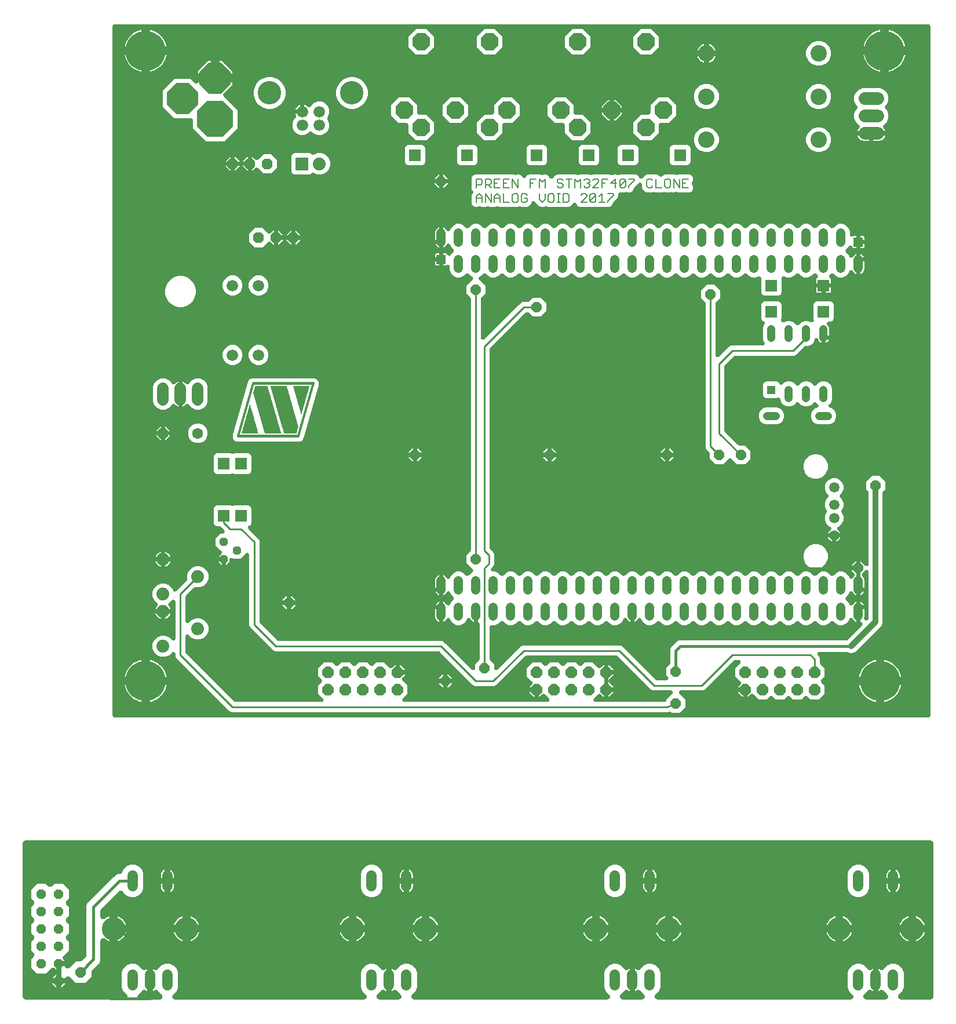
<source format=gbr>
G04 EAGLE Gerber X2 export*
%TF.Part,Single*%
%TF.FileFunction,Copper,L1,Top,Mixed*%
%TF.FilePolarity,Positive*%
%TF.GenerationSoftware,Autodesk,EAGLE,8.6.0*%
%TF.CreationDate,2018-04-15T11:35:01Z*%
G75*
%MOMM*%
%FSLAX34Y34*%
%LPD*%
%AMOC8*
5,1,8,0,0,1.08239X$1,22.5*%
G01*
%ADD10C,0.152400*%
%ADD11C,5.842000*%
%ADD12C,1.350000*%
%ADD13R,1.350000X1.350000*%
%ADD14P,2.749271X8X202.500000*%
%ADD15R,1.219200X1.219200*%
%ADD16C,1.219200*%
%ADD17R,1.778000X1.778000*%
%ADD18P,1.814519X8X202.500000*%
%ADD19C,1.524000*%
%ADD20C,3.429000*%
%ADD21P,1.484606X8X112.500000*%
%ADD22P,1.814519X8X22.500000*%
%ADD23P,4.907448X8X22.500000*%
%ADD24P,4.907448X8X292.500000*%
%ADD25P,5.732229X8X22.500000*%
%ADD26C,1.600200*%
%ADD27P,1.732040X8X202.500000*%
%ADD28C,1.676400*%
%ADD29C,2.400000*%
%ADD30C,1.879600*%
%ADD31R,1.879600X1.879600*%
%ADD32C,1.879600*%
%ADD33C,1.676400*%
%ADD34P,1.732040X8X22.500000*%
%ADD35C,1.500000*%
%ADD36P,1.319650X8X292.500000*%
%ADD37R,8.915400X0.025400*%
%ADD38R,8.966200X0.025400*%
%ADD39R,9.042400X0.025400*%
%ADD40R,9.067800X0.025400*%
%ADD41R,9.118600X0.025400*%
%ADD42R,9.144000X0.025400*%
%ADD43R,9.169400X0.025400*%
%ADD44R,9.194800X0.025400*%
%ADD45R,0.355600X0.025400*%
%ADD46R,0.381000X0.025400*%
%ADD47R,2.362200X0.025400*%
%ADD48R,1.778000X0.025400*%
%ADD49R,1.803400X0.025400*%
%ADD50R,2.336800X0.025400*%
%ADD51R,2.387600X0.025400*%
%ADD52R,1.828800X0.025400*%
%ADD53R,2.311400X0.025400*%
%ADD54R,1.854200X0.025400*%
%ADD55R,2.286000X0.025400*%
%ADD56R,2.260600X0.025400*%
%ADD57R,1.879600X0.025400*%
%ADD58R,1.905000X0.025400*%
%ADD59R,2.235200X0.025400*%
%ADD60R,1.930400X0.025400*%
%ADD61R,2.209800X0.025400*%
%ADD62R,1.955800X0.025400*%
%ADD63R,2.184400X0.025400*%
%ADD64R,2.159000X0.025400*%
%ADD65R,1.981200X0.025400*%
%ADD66R,2.006600X0.025400*%
%ADD67R,2.133600X0.025400*%
%ADD68R,2.032000X0.025400*%
%ADD69R,2.108200X0.025400*%
%ADD70R,2.057400X0.025400*%
%ADD71R,2.082800X0.025400*%
%ADD72R,1.752600X0.025400*%
%ADD73R,1.727200X0.025400*%
%ADD74R,1.701800X0.025400*%
%ADD75R,1.676400X0.025400*%
%ADD76R,1.651000X0.025400*%
%ADD77R,1.625600X0.025400*%
%ADD78R,1.600200X0.025400*%
%ADD79R,1.574800X0.025400*%
%ADD80R,1.549400X0.025400*%
%ADD81R,1.524000X0.025400*%
%ADD82R,1.498600X0.025400*%
%ADD83R,1.473200X0.025400*%
%ADD84R,1.447800X0.025400*%
%ADD85R,1.422400X0.025400*%
%ADD86R,1.397000X0.025400*%
%ADD87R,1.371600X0.025400*%
%ADD88R,1.346200X0.025400*%
%ADD89R,1.320800X0.025400*%
%ADD90R,1.295400X0.025400*%
%ADD91R,1.270000X0.025400*%
%ADD92R,1.244600X0.025400*%
%ADD93R,1.219200X0.025400*%
%ADD94R,1.193800X0.025400*%
%ADD95R,1.168400X0.025400*%
%ADD96R,1.143000X0.025400*%
%ADD97R,1.117600X0.025400*%
%ADD98R,1.092200X0.025400*%
%ADD99R,1.066800X0.025400*%
%ADD100R,1.041400X0.025400*%
%ADD101R,1.016000X0.025400*%
%ADD102R,0.990600X0.025400*%
%ADD103R,0.965200X0.025400*%
%ADD104R,0.939800X0.025400*%
%ADD105R,0.914400X0.025400*%
%ADD106R,0.889000X0.025400*%
%ADD107R,0.863600X0.025400*%
%ADD108R,0.838200X0.025400*%
%ADD109R,0.812800X0.025400*%
%ADD110R,0.787400X0.025400*%
%ADD111R,0.025400X0.025400*%
%ADD112R,0.762000X0.025400*%
%ADD113R,0.736600X0.025400*%
%ADD114R,0.050800X0.025400*%
%ADD115R,0.076200X0.025400*%
%ADD116R,0.711200X0.025400*%
%ADD117R,0.685800X0.025400*%
%ADD118R,0.101600X0.025400*%
%ADD119R,0.127000X0.025400*%
%ADD120R,0.660400X0.025400*%
%ADD121R,0.635000X0.025400*%
%ADD122R,0.152400X0.025400*%
%ADD123R,0.177800X0.025400*%
%ADD124R,0.609600X0.025400*%
%ADD125R,0.584200X0.025400*%
%ADD126R,0.203200X0.025400*%
%ADD127R,0.228600X0.025400*%
%ADD128R,0.558800X0.025400*%
%ADD129R,0.533400X0.025400*%
%ADD130R,0.254000X0.025400*%
%ADD131R,0.279400X0.025400*%
%ADD132R,0.508000X0.025400*%
%ADD133R,0.482600X0.025400*%
%ADD134R,0.304800X0.025400*%
%ADD135R,0.330200X0.025400*%
%ADD136R,0.457200X0.025400*%
%ADD137R,0.431800X0.025400*%
%ADD138R,0.406400X0.025400*%
%ADD139C,0.254000*%
%ADD140P,1.666881X8X22.500000*%
%ADD141C,0.406400*%
%ADD142C,0.812800*%

G36*
X1410338Y-21583D02*
X1410338Y-21583D01*
X1410414Y-21585D01*
X1410583Y-21563D01*
X1410754Y-21549D01*
X1410828Y-21531D01*
X1410903Y-21521D01*
X1411067Y-21472D01*
X1411233Y-21431D01*
X1411302Y-21401D01*
X1411376Y-21379D01*
X1411529Y-21303D01*
X1411686Y-21236D01*
X1411750Y-21195D01*
X1411819Y-21162D01*
X1411958Y-21063D01*
X1412102Y-20971D01*
X1412159Y-20920D01*
X1412221Y-20876D01*
X1412342Y-20756D01*
X1412470Y-20642D01*
X1412518Y-20583D01*
X1412572Y-20529D01*
X1412673Y-20391D01*
X1412780Y-20258D01*
X1412817Y-20192D01*
X1412862Y-20131D01*
X1412939Y-19978D01*
X1413024Y-19830D01*
X1413050Y-19758D01*
X1413085Y-19690D01*
X1413136Y-19527D01*
X1413195Y-19367D01*
X1413210Y-19292D01*
X1413233Y-19220D01*
X1413245Y-19115D01*
X1413290Y-18883D01*
X1413297Y-18647D01*
X1413309Y-18542D01*
X1413309Y988062D01*
X1413303Y988138D01*
X1413305Y988214D01*
X1413283Y988383D01*
X1413269Y988554D01*
X1413251Y988628D01*
X1413241Y988703D01*
X1413192Y988867D01*
X1413151Y989033D01*
X1413121Y989102D01*
X1413099Y989176D01*
X1413023Y989329D01*
X1412956Y989486D01*
X1412915Y989550D01*
X1412882Y989619D01*
X1412783Y989758D01*
X1412691Y989902D01*
X1412640Y989959D01*
X1412596Y990021D01*
X1412476Y990142D01*
X1412362Y990270D01*
X1412303Y990318D01*
X1412249Y990372D01*
X1412111Y990473D01*
X1411978Y990580D01*
X1411912Y990617D01*
X1411851Y990662D01*
X1411698Y990739D01*
X1411550Y990824D01*
X1411478Y990850D01*
X1411410Y990885D01*
X1411247Y990936D01*
X1411087Y990995D01*
X1411012Y991010D01*
X1410940Y991033D01*
X1410835Y991045D01*
X1410603Y991090D01*
X1410367Y991097D01*
X1410262Y991109D01*
X221488Y991109D01*
X221412Y991103D01*
X221336Y991105D01*
X221167Y991083D01*
X220996Y991069D01*
X220922Y991051D01*
X220847Y991041D01*
X220683Y990992D01*
X220517Y990951D01*
X220448Y990921D01*
X220374Y990899D01*
X220221Y990823D01*
X220064Y990756D01*
X220000Y990715D01*
X219931Y990682D01*
X219792Y990583D01*
X219648Y990491D01*
X219591Y990440D01*
X219529Y990396D01*
X219408Y990276D01*
X219280Y990162D01*
X219232Y990103D01*
X219178Y990049D01*
X219077Y989911D01*
X218970Y989778D01*
X218933Y989712D01*
X218888Y989651D01*
X218811Y989498D01*
X218726Y989350D01*
X218700Y989278D01*
X218665Y989210D01*
X218614Y989047D01*
X218555Y988887D01*
X218540Y988812D01*
X218517Y988740D01*
X218505Y988635D01*
X218460Y988403D01*
X218453Y988167D01*
X218441Y988062D01*
X218441Y-18542D01*
X218447Y-18618D01*
X218445Y-18694D01*
X218467Y-18863D01*
X218481Y-19034D01*
X218499Y-19108D01*
X218509Y-19183D01*
X218558Y-19347D01*
X218599Y-19513D01*
X218629Y-19582D01*
X218651Y-19656D01*
X218727Y-19809D01*
X218794Y-19966D01*
X218835Y-20030D01*
X218868Y-20099D01*
X218967Y-20238D01*
X219059Y-20382D01*
X219110Y-20439D01*
X219154Y-20501D01*
X219274Y-20622D01*
X219388Y-20750D01*
X219447Y-20798D01*
X219501Y-20852D01*
X219639Y-20953D01*
X219772Y-21060D01*
X219838Y-21097D01*
X219899Y-21142D01*
X220052Y-21219D01*
X220200Y-21304D01*
X220272Y-21330D01*
X220340Y-21365D01*
X220503Y-21416D01*
X220663Y-21475D01*
X220738Y-21490D01*
X220810Y-21513D01*
X220915Y-21525D01*
X221147Y-21570D01*
X221383Y-21577D01*
X221488Y-21589D01*
X1410262Y-21589D01*
X1410338Y-21583D01*
G37*
G36*
X236511Y-433569D02*
X236511Y-433569D01*
X236626Y-433571D01*
X236794Y-433549D01*
X236964Y-433537D01*
X237077Y-433513D01*
X237191Y-433499D01*
X237355Y-433454D01*
X237521Y-433418D01*
X237629Y-433379D01*
X237741Y-433348D01*
X237897Y-433281D01*
X238056Y-433222D01*
X238158Y-433168D01*
X238264Y-433122D01*
X238409Y-433034D01*
X238559Y-432954D01*
X238652Y-432886D01*
X238750Y-432826D01*
X238881Y-432718D01*
X239019Y-432617D01*
X239101Y-432537D01*
X239190Y-432464D01*
X239305Y-432338D01*
X239427Y-432220D01*
X239497Y-432129D01*
X239575Y-432044D01*
X239672Y-431904D01*
X239776Y-431769D01*
X239833Y-431669D01*
X239898Y-431574D01*
X239974Y-431422D01*
X240058Y-431274D01*
X240100Y-431167D01*
X240152Y-431064D01*
X240205Y-430903D01*
X240268Y-430745D01*
X240295Y-430632D01*
X240332Y-430523D01*
X240362Y-430356D01*
X240402Y-430191D01*
X240413Y-430076D01*
X240434Y-429963D01*
X240441Y-429793D01*
X240457Y-429624D01*
X240452Y-429509D01*
X240457Y-429393D01*
X240440Y-429224D01*
X240433Y-429054D01*
X240412Y-428941D01*
X240400Y-428827D01*
X240360Y-428661D01*
X240329Y-428494D01*
X240292Y-428385D01*
X240265Y-428273D01*
X240202Y-428115D01*
X240148Y-427954D01*
X240096Y-427851D01*
X240053Y-427744D01*
X239969Y-427597D01*
X239892Y-427445D01*
X239827Y-427350D01*
X239770Y-427250D01*
X239696Y-427161D01*
X239569Y-426976D01*
X239344Y-426732D01*
X239269Y-426641D01*
X234299Y-421671D01*
X231901Y-415883D01*
X231901Y-394377D01*
X234299Y-388589D01*
X238729Y-384159D01*
X244517Y-381761D01*
X250783Y-381761D01*
X256571Y-384159D01*
X261053Y-388641D01*
X261059Y-388651D01*
X261124Y-388782D01*
X261203Y-388897D01*
X261273Y-389016D01*
X261365Y-389131D01*
X261448Y-389251D01*
X261542Y-389354D01*
X261628Y-389462D01*
X261734Y-389563D01*
X261833Y-389671D01*
X261941Y-389759D01*
X262041Y-389854D01*
X262161Y-389939D01*
X262274Y-390032D01*
X262392Y-390104D01*
X262506Y-390185D01*
X262636Y-390252D01*
X262761Y-390328D01*
X262888Y-390383D01*
X263011Y-390447D01*
X263150Y-390496D01*
X263284Y-390553D01*
X263418Y-390590D01*
X263549Y-390636D01*
X263692Y-390665D01*
X263834Y-390703D01*
X263972Y-390721D01*
X264108Y-390748D01*
X264254Y-390756D01*
X264399Y-390775D01*
X264538Y-390773D01*
X264677Y-390780D01*
X264822Y-390768D01*
X264969Y-390766D01*
X265106Y-390745D01*
X265244Y-390733D01*
X265387Y-390701D01*
X265532Y-390678D01*
X265665Y-390638D01*
X265800Y-390607D01*
X265937Y-390555D01*
X266077Y-390512D01*
X266203Y-390453D01*
X266333Y-390404D01*
X266423Y-390351D01*
X266593Y-390272D01*
X266926Y-390055D01*
X267012Y-390005D01*
X268008Y-389282D01*
X268987Y-388783D01*
X268987Y-405130D01*
X268987Y-421477D01*
X268008Y-420978D01*
X267012Y-420255D01*
X266894Y-420182D01*
X266782Y-420100D01*
X266653Y-420031D01*
X266529Y-419953D01*
X266402Y-419897D01*
X266280Y-419832D01*
X266142Y-419782D01*
X266008Y-419722D01*
X265875Y-419684D01*
X265744Y-419637D01*
X265601Y-419606D01*
X265460Y-419566D01*
X265323Y-419547D01*
X265187Y-419518D01*
X265041Y-419508D01*
X264896Y-419488D01*
X264757Y-419489D01*
X264618Y-419479D01*
X264472Y-419490D01*
X264326Y-419490D01*
X264188Y-419510D01*
X264050Y-419520D01*
X263907Y-419551D01*
X263762Y-419572D01*
X263629Y-419611D01*
X263493Y-419640D01*
X263356Y-419690D01*
X263215Y-419731D01*
X263089Y-419788D01*
X262958Y-419836D01*
X262829Y-419906D01*
X262696Y-419966D01*
X262579Y-420040D01*
X262456Y-420106D01*
X262338Y-420192D01*
X262214Y-420271D01*
X262109Y-420361D01*
X261997Y-420443D01*
X261892Y-420545D01*
X261780Y-420640D01*
X261688Y-420744D01*
X261589Y-420841D01*
X261500Y-420957D01*
X261402Y-421066D01*
X261326Y-421182D01*
X261241Y-421292D01*
X261192Y-421384D01*
X261088Y-421541D01*
X261048Y-421624D01*
X256031Y-426641D01*
X255956Y-426728D01*
X255873Y-426808D01*
X255769Y-426943D01*
X255658Y-427071D01*
X255595Y-427168D01*
X255524Y-427259D01*
X255440Y-427406D01*
X255348Y-427549D01*
X255299Y-427654D01*
X255242Y-427754D01*
X255179Y-427912D01*
X255108Y-428066D01*
X255074Y-428176D01*
X255032Y-428283D01*
X254992Y-428449D01*
X254943Y-428611D01*
X254925Y-428725D01*
X254898Y-428837D01*
X254881Y-429007D01*
X254855Y-429174D01*
X254854Y-429289D01*
X254843Y-429404D01*
X254850Y-429574D01*
X254848Y-429744D01*
X254862Y-429858D01*
X254867Y-429974D01*
X254898Y-430141D01*
X254920Y-430309D01*
X254950Y-430421D01*
X254971Y-430534D01*
X255025Y-430695D01*
X255070Y-430859D01*
X255116Y-430965D01*
X255152Y-431074D01*
X255229Y-431226D01*
X255296Y-431382D01*
X255356Y-431480D01*
X255408Y-431583D01*
X255504Y-431723D01*
X255593Y-431868D01*
X255666Y-431957D01*
X255731Y-432052D01*
X255847Y-432177D01*
X255955Y-432309D01*
X256040Y-432386D01*
X256118Y-432471D01*
X256250Y-432579D01*
X256375Y-432694D01*
X256469Y-432759D01*
X256559Y-432832D01*
X256704Y-432920D01*
X256844Y-433016D01*
X256947Y-433068D01*
X257046Y-433127D01*
X257202Y-433194D01*
X257354Y-433270D01*
X257464Y-433306D01*
X257570Y-433352D01*
X257734Y-433396D01*
X257895Y-433450D01*
X258008Y-433471D01*
X258120Y-433501D01*
X258234Y-433512D01*
X258456Y-433552D01*
X258787Y-433566D01*
X258904Y-433577D01*
X287196Y-433577D01*
X287311Y-433569D01*
X287426Y-433571D01*
X287594Y-433549D01*
X287764Y-433537D01*
X287877Y-433513D01*
X287991Y-433499D01*
X288155Y-433454D01*
X288321Y-433418D01*
X288429Y-433379D01*
X288541Y-433348D01*
X288697Y-433281D01*
X288856Y-433222D01*
X288958Y-433168D01*
X289064Y-433122D01*
X289209Y-433034D01*
X289359Y-432954D01*
X289452Y-432886D01*
X289550Y-432826D01*
X289681Y-432718D01*
X289819Y-432617D01*
X289901Y-432537D01*
X289990Y-432464D01*
X290105Y-432338D01*
X290227Y-432220D01*
X290297Y-432129D01*
X290375Y-432044D01*
X290472Y-431904D01*
X290576Y-431769D01*
X290633Y-431669D01*
X290698Y-431574D01*
X290774Y-431422D01*
X290858Y-431274D01*
X290900Y-431167D01*
X290952Y-431064D01*
X291005Y-430903D01*
X291068Y-430745D01*
X291095Y-430632D01*
X291132Y-430523D01*
X291162Y-430356D01*
X291202Y-430191D01*
X291213Y-430076D01*
X291234Y-429963D01*
X291241Y-429793D01*
X291257Y-429624D01*
X291252Y-429509D01*
X291257Y-429393D01*
X291240Y-429224D01*
X291233Y-429054D01*
X291212Y-428941D01*
X291200Y-428827D01*
X291160Y-428661D01*
X291129Y-428494D01*
X291092Y-428385D01*
X291065Y-428273D01*
X291002Y-428115D01*
X290948Y-427954D01*
X290896Y-427851D01*
X290853Y-427744D01*
X290769Y-427597D01*
X290692Y-427445D01*
X290627Y-427350D01*
X290570Y-427250D01*
X290496Y-427161D01*
X290369Y-426976D01*
X290144Y-426732D01*
X290069Y-426641D01*
X285047Y-421619D01*
X285041Y-421609D01*
X284976Y-421478D01*
X284897Y-421363D01*
X284827Y-421244D01*
X284735Y-421129D01*
X284652Y-421009D01*
X284558Y-420906D01*
X284472Y-420798D01*
X284366Y-420697D01*
X284267Y-420589D01*
X284159Y-420501D01*
X284059Y-420406D01*
X283939Y-420321D01*
X283826Y-420228D01*
X283708Y-420156D01*
X283594Y-420075D01*
X283464Y-420008D01*
X283339Y-419932D01*
X283212Y-419877D01*
X283089Y-419813D01*
X282950Y-419764D01*
X282816Y-419707D01*
X282682Y-419670D01*
X282551Y-419624D01*
X282408Y-419595D01*
X282266Y-419557D01*
X282128Y-419539D01*
X281992Y-419512D01*
X281846Y-419504D01*
X281701Y-419485D01*
X281562Y-419487D01*
X281423Y-419480D01*
X281278Y-419492D01*
X281131Y-419494D01*
X280994Y-419515D01*
X280856Y-419527D01*
X280713Y-419559D01*
X280568Y-419582D01*
X280435Y-419622D01*
X280300Y-419653D01*
X280163Y-419705D01*
X280023Y-419748D01*
X279897Y-419807D01*
X279767Y-419856D01*
X279677Y-419909D01*
X279507Y-419988D01*
X279174Y-420205D01*
X279088Y-420255D01*
X278092Y-420978D01*
X277113Y-421477D01*
X277113Y-405130D01*
X277113Y-388783D01*
X278092Y-389282D01*
X279088Y-390005D01*
X279206Y-390078D01*
X279318Y-390160D01*
X279447Y-390229D01*
X279571Y-390307D01*
X279698Y-390363D01*
X279820Y-390428D01*
X279958Y-390478D01*
X280092Y-390538D01*
X280225Y-390576D01*
X280356Y-390623D01*
X280499Y-390654D01*
X280640Y-390694D01*
X280777Y-390713D01*
X280913Y-390742D01*
X281059Y-390752D01*
X281204Y-390772D01*
X281343Y-390771D01*
X281482Y-390781D01*
X281628Y-390770D01*
X281774Y-390770D01*
X281912Y-390750D01*
X282050Y-390740D01*
X282193Y-390709D01*
X282338Y-390688D01*
X282471Y-390649D01*
X282607Y-390620D01*
X282744Y-390570D01*
X282885Y-390529D01*
X283011Y-390472D01*
X283142Y-390424D01*
X283271Y-390354D01*
X283404Y-390294D01*
X283521Y-390220D01*
X283644Y-390154D01*
X283762Y-390068D01*
X283886Y-389989D01*
X283991Y-389899D01*
X284103Y-389817D01*
X284208Y-389715D01*
X284320Y-389620D01*
X284412Y-389516D01*
X284511Y-389419D01*
X284600Y-389303D01*
X284698Y-389194D01*
X284774Y-389078D01*
X284859Y-388968D01*
X284908Y-388876D01*
X285012Y-388719D01*
X285052Y-388636D01*
X289529Y-384159D01*
X295317Y-381761D01*
X301583Y-381761D01*
X307371Y-384159D01*
X311801Y-388589D01*
X314199Y-394377D01*
X314199Y-415883D01*
X311801Y-421671D01*
X306831Y-426641D01*
X306756Y-426728D01*
X306673Y-426808D01*
X306569Y-426943D01*
X306458Y-427071D01*
X306395Y-427168D01*
X306324Y-427259D01*
X306240Y-427406D01*
X306148Y-427549D01*
X306099Y-427654D01*
X306042Y-427754D01*
X305979Y-427912D01*
X305908Y-428066D01*
X305874Y-428176D01*
X305832Y-428283D01*
X305792Y-428449D01*
X305743Y-428611D01*
X305725Y-428725D01*
X305698Y-428837D01*
X305681Y-429007D01*
X305655Y-429174D01*
X305654Y-429289D01*
X305643Y-429404D01*
X305650Y-429574D01*
X305648Y-429744D01*
X305662Y-429858D01*
X305667Y-429974D01*
X305698Y-430141D01*
X305720Y-430309D01*
X305750Y-430421D01*
X305771Y-430534D01*
X305825Y-430695D01*
X305870Y-430859D01*
X305916Y-430965D01*
X305952Y-431074D01*
X306029Y-431226D01*
X306096Y-431382D01*
X306156Y-431480D01*
X306208Y-431583D01*
X306304Y-431723D01*
X306393Y-431868D01*
X306466Y-431957D01*
X306531Y-432052D01*
X306647Y-432177D01*
X306755Y-432309D01*
X306840Y-432386D01*
X306918Y-432471D01*
X307050Y-432579D01*
X307175Y-432694D01*
X307269Y-432759D01*
X307359Y-432832D01*
X307504Y-432920D01*
X307644Y-433016D01*
X307747Y-433068D01*
X307846Y-433127D01*
X308002Y-433194D01*
X308154Y-433270D01*
X308264Y-433306D01*
X308370Y-433352D01*
X308534Y-433396D01*
X308695Y-433450D01*
X308808Y-433471D01*
X308920Y-433501D01*
X309034Y-433512D01*
X309256Y-433552D01*
X309587Y-433566D01*
X309704Y-433577D01*
X585646Y-433577D01*
X585761Y-433569D01*
X585876Y-433571D01*
X586044Y-433549D01*
X586214Y-433537D01*
X586327Y-433513D01*
X586441Y-433499D01*
X586605Y-433454D01*
X586771Y-433418D01*
X586879Y-433379D01*
X586991Y-433348D01*
X587147Y-433281D01*
X587306Y-433222D01*
X587408Y-433168D01*
X587514Y-433122D01*
X587659Y-433034D01*
X587809Y-432954D01*
X587902Y-432886D01*
X588000Y-432826D01*
X588131Y-432718D01*
X588269Y-432617D01*
X588351Y-432537D01*
X588440Y-432464D01*
X588555Y-432338D01*
X588677Y-432220D01*
X588747Y-432129D01*
X588825Y-432044D01*
X588922Y-431904D01*
X589026Y-431769D01*
X589083Y-431669D01*
X589148Y-431574D01*
X589224Y-431422D01*
X589308Y-431274D01*
X589350Y-431167D01*
X589402Y-431064D01*
X589455Y-430903D01*
X589518Y-430745D01*
X589545Y-430632D01*
X589582Y-430523D01*
X589612Y-430356D01*
X589652Y-430191D01*
X589663Y-430076D01*
X589684Y-429963D01*
X589691Y-429793D01*
X589707Y-429624D01*
X589702Y-429509D01*
X589707Y-429393D01*
X589690Y-429224D01*
X589683Y-429054D01*
X589662Y-428941D01*
X589650Y-428827D01*
X589610Y-428661D01*
X589579Y-428494D01*
X589542Y-428385D01*
X589515Y-428273D01*
X589452Y-428115D01*
X589398Y-427954D01*
X589346Y-427851D01*
X589303Y-427744D01*
X589219Y-427597D01*
X589142Y-427445D01*
X589077Y-427350D01*
X589020Y-427250D01*
X588946Y-427161D01*
X588819Y-426976D01*
X588594Y-426732D01*
X588519Y-426641D01*
X583549Y-421671D01*
X581151Y-415883D01*
X581151Y-394377D01*
X583549Y-388589D01*
X587979Y-384159D01*
X593767Y-381761D01*
X600033Y-381761D01*
X605821Y-384159D01*
X610303Y-388641D01*
X610309Y-388651D01*
X610374Y-388782D01*
X610453Y-388897D01*
X610523Y-389016D01*
X610615Y-389131D01*
X610698Y-389251D01*
X610792Y-389354D01*
X610878Y-389462D01*
X610984Y-389563D01*
X611083Y-389671D01*
X611191Y-389759D01*
X611291Y-389854D01*
X611411Y-389939D01*
X611524Y-390032D01*
X611642Y-390104D01*
X611756Y-390185D01*
X611886Y-390252D01*
X612011Y-390328D01*
X612138Y-390383D01*
X612261Y-390447D01*
X612400Y-390496D01*
X612534Y-390553D01*
X612668Y-390590D01*
X612799Y-390636D01*
X612942Y-390665D01*
X613084Y-390703D01*
X613222Y-390721D01*
X613358Y-390748D01*
X613504Y-390756D01*
X613649Y-390775D01*
X613788Y-390773D01*
X613927Y-390780D01*
X614072Y-390768D01*
X614219Y-390766D01*
X614356Y-390745D01*
X614494Y-390733D01*
X614637Y-390701D01*
X614782Y-390678D01*
X614915Y-390638D01*
X615050Y-390607D01*
X615187Y-390555D01*
X615327Y-390512D01*
X615453Y-390453D01*
X615583Y-390404D01*
X615673Y-390351D01*
X615843Y-390272D01*
X616176Y-390055D01*
X616262Y-390005D01*
X617258Y-389282D01*
X618237Y-388783D01*
X618237Y-405130D01*
X618237Y-421477D01*
X617258Y-420978D01*
X616262Y-420255D01*
X616144Y-420182D01*
X616032Y-420100D01*
X615903Y-420031D01*
X615779Y-419953D01*
X615652Y-419897D01*
X615530Y-419832D01*
X615392Y-419782D01*
X615258Y-419722D01*
X615125Y-419684D01*
X614994Y-419637D01*
X614851Y-419606D01*
X614710Y-419566D01*
X614573Y-419547D01*
X614437Y-419518D01*
X614291Y-419508D01*
X614146Y-419488D01*
X614007Y-419489D01*
X613868Y-419479D01*
X613722Y-419490D01*
X613576Y-419490D01*
X613438Y-419510D01*
X613300Y-419520D01*
X613157Y-419551D01*
X613012Y-419572D01*
X612879Y-419611D01*
X612743Y-419640D01*
X612606Y-419690D01*
X612465Y-419731D01*
X612339Y-419788D01*
X612208Y-419836D01*
X612079Y-419906D01*
X611946Y-419966D01*
X611829Y-420040D01*
X611706Y-420106D01*
X611588Y-420192D01*
X611464Y-420271D01*
X611359Y-420361D01*
X611247Y-420443D01*
X611142Y-420545D01*
X611030Y-420640D01*
X610938Y-420744D01*
X610839Y-420841D01*
X610750Y-420957D01*
X610652Y-421066D01*
X610576Y-421182D01*
X610491Y-421292D01*
X610442Y-421384D01*
X610338Y-421541D01*
X610298Y-421624D01*
X605281Y-426641D01*
X605206Y-426728D01*
X605123Y-426808D01*
X605019Y-426943D01*
X604908Y-427071D01*
X604845Y-427168D01*
X604774Y-427259D01*
X604690Y-427406D01*
X604598Y-427549D01*
X604549Y-427654D01*
X604492Y-427754D01*
X604429Y-427912D01*
X604358Y-428066D01*
X604324Y-428176D01*
X604282Y-428283D01*
X604242Y-428449D01*
X604193Y-428611D01*
X604175Y-428725D01*
X604148Y-428837D01*
X604131Y-429007D01*
X604105Y-429174D01*
X604104Y-429289D01*
X604093Y-429404D01*
X604100Y-429574D01*
X604098Y-429744D01*
X604112Y-429858D01*
X604117Y-429974D01*
X604148Y-430141D01*
X604170Y-430309D01*
X604200Y-430421D01*
X604221Y-430534D01*
X604275Y-430695D01*
X604320Y-430859D01*
X604366Y-430965D01*
X604402Y-431074D01*
X604479Y-431226D01*
X604546Y-431382D01*
X604606Y-431480D01*
X604658Y-431583D01*
X604754Y-431723D01*
X604843Y-431868D01*
X604916Y-431957D01*
X604981Y-432052D01*
X605097Y-432177D01*
X605205Y-432309D01*
X605290Y-432386D01*
X605368Y-432471D01*
X605500Y-432579D01*
X605625Y-432694D01*
X605719Y-432759D01*
X605809Y-432832D01*
X605954Y-432920D01*
X606094Y-433016D01*
X606197Y-433068D01*
X606296Y-433127D01*
X606452Y-433194D01*
X606604Y-433270D01*
X606714Y-433306D01*
X606820Y-433352D01*
X606984Y-433396D01*
X607145Y-433450D01*
X607258Y-433471D01*
X607370Y-433501D01*
X607484Y-433512D01*
X607706Y-433552D01*
X608037Y-433566D01*
X608154Y-433577D01*
X636446Y-433577D01*
X636561Y-433569D01*
X636676Y-433571D01*
X636844Y-433549D01*
X637014Y-433537D01*
X637127Y-433513D01*
X637241Y-433499D01*
X637405Y-433454D01*
X637571Y-433418D01*
X637679Y-433379D01*
X637791Y-433348D01*
X637947Y-433281D01*
X638106Y-433222D01*
X638208Y-433168D01*
X638314Y-433122D01*
X638459Y-433034D01*
X638609Y-432954D01*
X638702Y-432886D01*
X638800Y-432826D01*
X638931Y-432718D01*
X639069Y-432617D01*
X639151Y-432537D01*
X639240Y-432464D01*
X639355Y-432338D01*
X639477Y-432220D01*
X639547Y-432129D01*
X639625Y-432044D01*
X639722Y-431904D01*
X639826Y-431769D01*
X639883Y-431669D01*
X639948Y-431574D01*
X640024Y-431422D01*
X640108Y-431274D01*
X640150Y-431167D01*
X640202Y-431064D01*
X640255Y-430903D01*
X640318Y-430745D01*
X640345Y-430632D01*
X640382Y-430523D01*
X640412Y-430356D01*
X640452Y-430191D01*
X640463Y-430076D01*
X640484Y-429963D01*
X640491Y-429793D01*
X640507Y-429624D01*
X640502Y-429509D01*
X640507Y-429393D01*
X640490Y-429224D01*
X640483Y-429054D01*
X640462Y-428941D01*
X640450Y-428827D01*
X640410Y-428661D01*
X640379Y-428494D01*
X640342Y-428385D01*
X640315Y-428273D01*
X640252Y-428115D01*
X640198Y-427954D01*
X640146Y-427851D01*
X640103Y-427744D01*
X640019Y-427597D01*
X639942Y-427445D01*
X639877Y-427350D01*
X639820Y-427250D01*
X639746Y-427161D01*
X639619Y-426976D01*
X639394Y-426732D01*
X639319Y-426641D01*
X634297Y-421619D01*
X634291Y-421609D01*
X634226Y-421478D01*
X634147Y-421363D01*
X634077Y-421244D01*
X633985Y-421129D01*
X633902Y-421009D01*
X633808Y-420906D01*
X633722Y-420798D01*
X633616Y-420697D01*
X633517Y-420589D01*
X633409Y-420501D01*
X633309Y-420406D01*
X633189Y-420321D01*
X633076Y-420228D01*
X632958Y-420156D01*
X632844Y-420075D01*
X632714Y-420008D01*
X632589Y-419932D01*
X632462Y-419877D01*
X632339Y-419813D01*
X632200Y-419764D01*
X632066Y-419707D01*
X631932Y-419670D01*
X631801Y-419624D01*
X631658Y-419595D01*
X631516Y-419557D01*
X631378Y-419539D01*
X631242Y-419512D01*
X631096Y-419504D01*
X630951Y-419485D01*
X630812Y-419487D01*
X630673Y-419480D01*
X630528Y-419492D01*
X630381Y-419494D01*
X630244Y-419515D01*
X630106Y-419527D01*
X629963Y-419559D01*
X629818Y-419582D01*
X629685Y-419622D01*
X629550Y-419653D01*
X629413Y-419705D01*
X629273Y-419748D01*
X629147Y-419807D01*
X629017Y-419856D01*
X628927Y-419909D01*
X628757Y-419988D01*
X628424Y-420205D01*
X628338Y-420255D01*
X627342Y-420978D01*
X626363Y-421477D01*
X626363Y-405130D01*
X626363Y-388783D01*
X627342Y-389282D01*
X628338Y-390005D01*
X628456Y-390078D01*
X628568Y-390160D01*
X628697Y-390229D01*
X628821Y-390307D01*
X628948Y-390363D01*
X629070Y-390428D01*
X629208Y-390478D01*
X629342Y-390538D01*
X629475Y-390576D01*
X629606Y-390623D01*
X629749Y-390654D01*
X629890Y-390694D01*
X630027Y-390713D01*
X630163Y-390742D01*
X630309Y-390752D01*
X630454Y-390772D01*
X630593Y-390771D01*
X630732Y-390781D01*
X630878Y-390770D01*
X631024Y-390770D01*
X631162Y-390750D01*
X631300Y-390740D01*
X631443Y-390709D01*
X631588Y-390688D01*
X631721Y-390649D01*
X631857Y-390620D01*
X631994Y-390570D01*
X632135Y-390529D01*
X632261Y-390472D01*
X632392Y-390424D01*
X632521Y-390354D01*
X632654Y-390294D01*
X632771Y-390220D01*
X632894Y-390154D01*
X633012Y-390068D01*
X633136Y-389989D01*
X633241Y-389899D01*
X633353Y-389817D01*
X633458Y-389715D01*
X633570Y-389620D01*
X633662Y-389516D01*
X633761Y-389419D01*
X633850Y-389303D01*
X633948Y-389194D01*
X634024Y-389078D01*
X634109Y-388968D01*
X634158Y-388876D01*
X634262Y-388719D01*
X634302Y-388636D01*
X638779Y-384159D01*
X644567Y-381761D01*
X650833Y-381761D01*
X656621Y-384159D01*
X661051Y-388589D01*
X663449Y-394377D01*
X663449Y-415883D01*
X661051Y-421671D01*
X656081Y-426641D01*
X656006Y-426728D01*
X655923Y-426808D01*
X655819Y-426943D01*
X655708Y-427071D01*
X655645Y-427168D01*
X655574Y-427259D01*
X655490Y-427406D01*
X655398Y-427549D01*
X655349Y-427654D01*
X655292Y-427754D01*
X655229Y-427912D01*
X655158Y-428066D01*
X655124Y-428176D01*
X655082Y-428283D01*
X655042Y-428449D01*
X654993Y-428611D01*
X654975Y-428725D01*
X654948Y-428837D01*
X654931Y-429007D01*
X654905Y-429174D01*
X654904Y-429289D01*
X654893Y-429404D01*
X654900Y-429574D01*
X654898Y-429744D01*
X654912Y-429858D01*
X654917Y-429974D01*
X654948Y-430141D01*
X654970Y-430309D01*
X655000Y-430421D01*
X655021Y-430534D01*
X655075Y-430695D01*
X655120Y-430859D01*
X655166Y-430965D01*
X655202Y-431074D01*
X655279Y-431226D01*
X655346Y-431382D01*
X655406Y-431480D01*
X655458Y-431583D01*
X655554Y-431723D01*
X655643Y-431868D01*
X655716Y-431957D01*
X655781Y-432052D01*
X655897Y-432177D01*
X656005Y-432309D01*
X656090Y-432386D01*
X656168Y-432471D01*
X656300Y-432579D01*
X656425Y-432694D01*
X656519Y-432759D01*
X656609Y-432832D01*
X656754Y-432920D01*
X656894Y-433016D01*
X656997Y-433068D01*
X657096Y-433127D01*
X657252Y-433194D01*
X657404Y-433270D01*
X657514Y-433306D01*
X657620Y-433352D01*
X657784Y-433396D01*
X657945Y-433450D01*
X658058Y-433471D01*
X658170Y-433501D01*
X658284Y-433512D01*
X658506Y-433552D01*
X658837Y-433566D01*
X658954Y-433577D01*
X941246Y-433577D01*
X941361Y-433569D01*
X941476Y-433571D01*
X941644Y-433549D01*
X941814Y-433537D01*
X941927Y-433513D01*
X942041Y-433499D01*
X942205Y-433454D01*
X942371Y-433418D01*
X942479Y-433379D01*
X942591Y-433348D01*
X942747Y-433281D01*
X942906Y-433222D01*
X943008Y-433168D01*
X943114Y-433122D01*
X943259Y-433034D01*
X943409Y-432954D01*
X943502Y-432886D01*
X943600Y-432826D01*
X943731Y-432718D01*
X943869Y-432617D01*
X943951Y-432537D01*
X944040Y-432464D01*
X944155Y-432338D01*
X944277Y-432220D01*
X944347Y-432129D01*
X944425Y-432044D01*
X944522Y-431904D01*
X944626Y-431769D01*
X944683Y-431669D01*
X944748Y-431574D01*
X944824Y-431422D01*
X944908Y-431274D01*
X944950Y-431167D01*
X945002Y-431064D01*
X945055Y-430903D01*
X945118Y-430745D01*
X945145Y-430632D01*
X945182Y-430523D01*
X945212Y-430356D01*
X945252Y-430191D01*
X945263Y-430076D01*
X945284Y-429963D01*
X945291Y-429793D01*
X945307Y-429624D01*
X945302Y-429509D01*
X945307Y-429393D01*
X945290Y-429224D01*
X945283Y-429054D01*
X945262Y-428941D01*
X945250Y-428827D01*
X945210Y-428661D01*
X945179Y-428494D01*
X945142Y-428385D01*
X945115Y-428273D01*
X945052Y-428115D01*
X944998Y-427954D01*
X944946Y-427851D01*
X944903Y-427744D01*
X944819Y-427597D01*
X944742Y-427445D01*
X944677Y-427350D01*
X944620Y-427250D01*
X944546Y-427161D01*
X944419Y-426976D01*
X944194Y-426732D01*
X944119Y-426641D01*
X939149Y-421671D01*
X936751Y-415883D01*
X936751Y-394377D01*
X939149Y-388589D01*
X943579Y-384159D01*
X949367Y-381761D01*
X955633Y-381761D01*
X961421Y-384159D01*
X965903Y-388641D01*
X965909Y-388651D01*
X965974Y-388782D01*
X966053Y-388897D01*
X966123Y-389016D01*
X966215Y-389131D01*
X966298Y-389251D01*
X966392Y-389354D01*
X966478Y-389462D01*
X966584Y-389563D01*
X966683Y-389671D01*
X966791Y-389759D01*
X966891Y-389854D01*
X967011Y-389939D01*
X967124Y-390032D01*
X967242Y-390104D01*
X967356Y-390185D01*
X967486Y-390252D01*
X967611Y-390328D01*
X967738Y-390383D01*
X967861Y-390447D01*
X968000Y-390496D01*
X968134Y-390553D01*
X968268Y-390590D01*
X968399Y-390636D01*
X968542Y-390665D01*
X968684Y-390703D01*
X968822Y-390721D01*
X968958Y-390748D01*
X969104Y-390756D01*
X969249Y-390775D01*
X969388Y-390773D01*
X969527Y-390780D01*
X969672Y-390768D01*
X969819Y-390766D01*
X969956Y-390745D01*
X970094Y-390733D01*
X970237Y-390701D01*
X970382Y-390678D01*
X970515Y-390638D01*
X970650Y-390607D01*
X970787Y-390555D01*
X970927Y-390512D01*
X971053Y-390453D01*
X971183Y-390404D01*
X971273Y-390351D01*
X971443Y-390272D01*
X971776Y-390055D01*
X971862Y-390005D01*
X972858Y-389282D01*
X973837Y-388783D01*
X973837Y-405130D01*
X973837Y-421477D01*
X972858Y-420978D01*
X971862Y-420255D01*
X971744Y-420182D01*
X971632Y-420100D01*
X971503Y-420031D01*
X971379Y-419953D01*
X971252Y-419897D01*
X971130Y-419832D01*
X970992Y-419782D01*
X970858Y-419722D01*
X970725Y-419684D01*
X970594Y-419637D01*
X970451Y-419606D01*
X970310Y-419566D01*
X970173Y-419547D01*
X970037Y-419518D01*
X969891Y-419508D01*
X969746Y-419488D01*
X969607Y-419489D01*
X969468Y-419479D01*
X969322Y-419490D01*
X969176Y-419490D01*
X969038Y-419510D01*
X968900Y-419520D01*
X968757Y-419551D01*
X968612Y-419572D01*
X968479Y-419611D01*
X968343Y-419640D01*
X968206Y-419690D01*
X968065Y-419731D01*
X967939Y-419788D01*
X967808Y-419836D01*
X967679Y-419906D01*
X967546Y-419966D01*
X967429Y-420040D01*
X967306Y-420106D01*
X967188Y-420192D01*
X967064Y-420271D01*
X966959Y-420361D01*
X966847Y-420443D01*
X966742Y-420545D01*
X966630Y-420640D01*
X966538Y-420744D01*
X966439Y-420841D01*
X966350Y-420957D01*
X966252Y-421066D01*
X966176Y-421182D01*
X966091Y-421292D01*
X966042Y-421384D01*
X965938Y-421541D01*
X965898Y-421624D01*
X960881Y-426641D01*
X960806Y-426728D01*
X960723Y-426808D01*
X960619Y-426943D01*
X960508Y-427071D01*
X960445Y-427168D01*
X960374Y-427259D01*
X960290Y-427406D01*
X960198Y-427549D01*
X960149Y-427654D01*
X960092Y-427754D01*
X960029Y-427912D01*
X959958Y-428066D01*
X959924Y-428176D01*
X959882Y-428283D01*
X959842Y-428449D01*
X959793Y-428611D01*
X959775Y-428725D01*
X959748Y-428837D01*
X959731Y-429007D01*
X959705Y-429174D01*
X959704Y-429289D01*
X959693Y-429404D01*
X959700Y-429574D01*
X959698Y-429744D01*
X959712Y-429858D01*
X959717Y-429974D01*
X959748Y-430141D01*
X959770Y-430309D01*
X959800Y-430421D01*
X959821Y-430534D01*
X959875Y-430695D01*
X959920Y-430859D01*
X959966Y-430965D01*
X960002Y-431074D01*
X960079Y-431226D01*
X960146Y-431382D01*
X960206Y-431480D01*
X960258Y-431583D01*
X960354Y-431723D01*
X960443Y-431868D01*
X960516Y-431957D01*
X960581Y-432052D01*
X960697Y-432177D01*
X960805Y-432309D01*
X960890Y-432386D01*
X960968Y-432471D01*
X961100Y-432579D01*
X961225Y-432694D01*
X961319Y-432759D01*
X961409Y-432832D01*
X961554Y-432920D01*
X961694Y-433016D01*
X961797Y-433068D01*
X961896Y-433127D01*
X962052Y-433194D01*
X962204Y-433270D01*
X962314Y-433306D01*
X962420Y-433352D01*
X962584Y-433396D01*
X962745Y-433450D01*
X962858Y-433471D01*
X962970Y-433501D01*
X963084Y-433512D01*
X963306Y-433552D01*
X963637Y-433566D01*
X963754Y-433577D01*
X992046Y-433577D01*
X992161Y-433569D01*
X992276Y-433571D01*
X992444Y-433549D01*
X992614Y-433537D01*
X992727Y-433513D01*
X992841Y-433499D01*
X993005Y-433454D01*
X993171Y-433418D01*
X993279Y-433379D01*
X993391Y-433348D01*
X993547Y-433281D01*
X993706Y-433222D01*
X993808Y-433168D01*
X993914Y-433122D01*
X994059Y-433034D01*
X994209Y-432954D01*
X994302Y-432886D01*
X994400Y-432826D01*
X994531Y-432718D01*
X994669Y-432617D01*
X994751Y-432537D01*
X994840Y-432464D01*
X994955Y-432338D01*
X995077Y-432220D01*
X995147Y-432129D01*
X995225Y-432044D01*
X995322Y-431904D01*
X995426Y-431769D01*
X995483Y-431669D01*
X995548Y-431574D01*
X995624Y-431422D01*
X995708Y-431274D01*
X995750Y-431167D01*
X995802Y-431064D01*
X995855Y-430903D01*
X995918Y-430745D01*
X995945Y-430632D01*
X995982Y-430523D01*
X996012Y-430356D01*
X996052Y-430191D01*
X996063Y-430076D01*
X996084Y-429963D01*
X996091Y-429793D01*
X996107Y-429624D01*
X996102Y-429509D01*
X996107Y-429393D01*
X996090Y-429224D01*
X996083Y-429054D01*
X996062Y-428941D01*
X996050Y-428827D01*
X996010Y-428661D01*
X995979Y-428494D01*
X995942Y-428385D01*
X995915Y-428273D01*
X995852Y-428115D01*
X995798Y-427954D01*
X995746Y-427851D01*
X995703Y-427744D01*
X995619Y-427597D01*
X995542Y-427445D01*
X995477Y-427350D01*
X995420Y-427250D01*
X995346Y-427161D01*
X995219Y-426976D01*
X994994Y-426732D01*
X994919Y-426641D01*
X989897Y-421619D01*
X989891Y-421609D01*
X989826Y-421478D01*
X989747Y-421363D01*
X989677Y-421244D01*
X989585Y-421129D01*
X989502Y-421009D01*
X989408Y-420906D01*
X989322Y-420798D01*
X989216Y-420697D01*
X989117Y-420589D01*
X989009Y-420501D01*
X988909Y-420406D01*
X988789Y-420321D01*
X988676Y-420228D01*
X988558Y-420156D01*
X988444Y-420075D01*
X988314Y-420008D01*
X988189Y-419932D01*
X988062Y-419877D01*
X987939Y-419813D01*
X987800Y-419764D01*
X987666Y-419707D01*
X987532Y-419670D01*
X987401Y-419624D01*
X987258Y-419595D01*
X987116Y-419557D01*
X986978Y-419539D01*
X986842Y-419512D01*
X986696Y-419504D01*
X986551Y-419485D01*
X986412Y-419487D01*
X986273Y-419480D01*
X986128Y-419492D01*
X985981Y-419494D01*
X985844Y-419515D01*
X985706Y-419527D01*
X985563Y-419559D01*
X985418Y-419582D01*
X985285Y-419622D01*
X985150Y-419653D01*
X985013Y-419705D01*
X984873Y-419748D01*
X984747Y-419807D01*
X984617Y-419856D01*
X984527Y-419909D01*
X984357Y-419988D01*
X984024Y-420205D01*
X983938Y-420255D01*
X982942Y-420978D01*
X981963Y-421477D01*
X981963Y-405130D01*
X981963Y-388783D01*
X982942Y-389282D01*
X983938Y-390005D01*
X984056Y-390078D01*
X984168Y-390160D01*
X984297Y-390229D01*
X984421Y-390307D01*
X984548Y-390363D01*
X984670Y-390428D01*
X984808Y-390478D01*
X984942Y-390538D01*
X985075Y-390576D01*
X985206Y-390623D01*
X985349Y-390654D01*
X985490Y-390694D01*
X985627Y-390713D01*
X985763Y-390742D01*
X985909Y-390752D01*
X986054Y-390772D01*
X986193Y-390771D01*
X986332Y-390781D01*
X986478Y-390770D01*
X986624Y-390770D01*
X986762Y-390750D01*
X986900Y-390740D01*
X987043Y-390709D01*
X987188Y-390688D01*
X987321Y-390649D01*
X987457Y-390620D01*
X987594Y-390570D01*
X987735Y-390529D01*
X987861Y-390472D01*
X987992Y-390424D01*
X988121Y-390354D01*
X988254Y-390294D01*
X988371Y-390220D01*
X988494Y-390154D01*
X988612Y-390068D01*
X988736Y-389989D01*
X988841Y-389899D01*
X988953Y-389817D01*
X989058Y-389715D01*
X989170Y-389620D01*
X989262Y-389516D01*
X989361Y-389419D01*
X989450Y-389303D01*
X989548Y-389194D01*
X989624Y-389078D01*
X989709Y-388968D01*
X989758Y-388876D01*
X989862Y-388719D01*
X989902Y-388636D01*
X994379Y-384159D01*
X1000167Y-381761D01*
X1006433Y-381761D01*
X1012221Y-384159D01*
X1016651Y-388589D01*
X1019049Y-394377D01*
X1019049Y-415883D01*
X1016651Y-421671D01*
X1011681Y-426641D01*
X1011606Y-426728D01*
X1011523Y-426808D01*
X1011419Y-426943D01*
X1011308Y-427071D01*
X1011245Y-427168D01*
X1011174Y-427259D01*
X1011090Y-427406D01*
X1010998Y-427549D01*
X1010949Y-427654D01*
X1010892Y-427754D01*
X1010829Y-427912D01*
X1010758Y-428066D01*
X1010724Y-428176D01*
X1010682Y-428283D01*
X1010642Y-428449D01*
X1010593Y-428611D01*
X1010575Y-428725D01*
X1010548Y-428837D01*
X1010531Y-429007D01*
X1010505Y-429174D01*
X1010504Y-429289D01*
X1010493Y-429404D01*
X1010500Y-429574D01*
X1010498Y-429744D01*
X1010512Y-429858D01*
X1010517Y-429974D01*
X1010548Y-430141D01*
X1010570Y-430309D01*
X1010600Y-430421D01*
X1010621Y-430534D01*
X1010675Y-430695D01*
X1010720Y-430859D01*
X1010766Y-430965D01*
X1010802Y-431074D01*
X1010879Y-431226D01*
X1010946Y-431382D01*
X1011006Y-431480D01*
X1011058Y-431583D01*
X1011154Y-431723D01*
X1011243Y-431868D01*
X1011316Y-431957D01*
X1011381Y-432052D01*
X1011497Y-432177D01*
X1011605Y-432309D01*
X1011690Y-432386D01*
X1011768Y-432471D01*
X1011900Y-432579D01*
X1012025Y-432694D01*
X1012119Y-432759D01*
X1012209Y-432832D01*
X1012354Y-432920D01*
X1012494Y-433016D01*
X1012597Y-433068D01*
X1012696Y-433127D01*
X1012852Y-433194D01*
X1013004Y-433270D01*
X1013114Y-433306D01*
X1013220Y-433352D01*
X1013384Y-433396D01*
X1013545Y-433450D01*
X1013658Y-433471D01*
X1013770Y-433501D01*
X1013884Y-433512D01*
X1014106Y-433552D01*
X1014437Y-433566D01*
X1014554Y-433577D01*
X1296846Y-433577D01*
X1296961Y-433569D01*
X1297076Y-433571D01*
X1297244Y-433549D01*
X1297414Y-433537D01*
X1297527Y-433513D01*
X1297641Y-433499D01*
X1297805Y-433454D01*
X1297971Y-433418D01*
X1298079Y-433379D01*
X1298191Y-433348D01*
X1298347Y-433281D01*
X1298506Y-433222D01*
X1298608Y-433168D01*
X1298714Y-433122D01*
X1298859Y-433034D01*
X1299009Y-432954D01*
X1299102Y-432886D01*
X1299200Y-432826D01*
X1299331Y-432718D01*
X1299469Y-432617D01*
X1299551Y-432537D01*
X1299640Y-432464D01*
X1299755Y-432338D01*
X1299877Y-432220D01*
X1299947Y-432129D01*
X1300025Y-432044D01*
X1300122Y-431904D01*
X1300226Y-431769D01*
X1300283Y-431669D01*
X1300348Y-431574D01*
X1300424Y-431422D01*
X1300508Y-431274D01*
X1300550Y-431167D01*
X1300602Y-431064D01*
X1300655Y-430903D01*
X1300718Y-430745D01*
X1300745Y-430632D01*
X1300782Y-430523D01*
X1300812Y-430356D01*
X1300852Y-430191D01*
X1300863Y-430076D01*
X1300884Y-429963D01*
X1300891Y-429793D01*
X1300907Y-429624D01*
X1300902Y-429509D01*
X1300907Y-429393D01*
X1300890Y-429224D01*
X1300883Y-429054D01*
X1300862Y-428941D01*
X1300850Y-428827D01*
X1300810Y-428661D01*
X1300779Y-428494D01*
X1300742Y-428385D01*
X1300715Y-428273D01*
X1300652Y-428115D01*
X1300598Y-427954D01*
X1300546Y-427851D01*
X1300503Y-427744D01*
X1300419Y-427597D01*
X1300342Y-427445D01*
X1300277Y-427350D01*
X1300220Y-427250D01*
X1300146Y-427161D01*
X1300019Y-426976D01*
X1299794Y-426732D01*
X1299719Y-426641D01*
X1294749Y-421671D01*
X1292351Y-415883D01*
X1292351Y-394377D01*
X1294749Y-388589D01*
X1299179Y-384159D01*
X1304967Y-381761D01*
X1311233Y-381761D01*
X1317021Y-384159D01*
X1321503Y-388641D01*
X1321509Y-388651D01*
X1321574Y-388782D01*
X1321653Y-388897D01*
X1321723Y-389016D01*
X1321815Y-389131D01*
X1321898Y-389251D01*
X1321992Y-389354D01*
X1322078Y-389462D01*
X1322184Y-389563D01*
X1322283Y-389671D01*
X1322391Y-389759D01*
X1322491Y-389854D01*
X1322611Y-389939D01*
X1322724Y-390032D01*
X1322842Y-390104D01*
X1322956Y-390185D01*
X1323086Y-390252D01*
X1323211Y-390328D01*
X1323338Y-390383D01*
X1323461Y-390447D01*
X1323600Y-390496D01*
X1323734Y-390553D01*
X1323868Y-390590D01*
X1323999Y-390636D01*
X1324142Y-390665D01*
X1324284Y-390703D01*
X1324422Y-390721D01*
X1324558Y-390748D01*
X1324704Y-390756D01*
X1324849Y-390775D01*
X1324988Y-390773D01*
X1325127Y-390780D01*
X1325272Y-390768D01*
X1325419Y-390766D01*
X1325556Y-390745D01*
X1325694Y-390733D01*
X1325837Y-390701D01*
X1325982Y-390678D01*
X1326115Y-390638D01*
X1326250Y-390607D01*
X1326387Y-390555D01*
X1326527Y-390512D01*
X1326653Y-390453D01*
X1326783Y-390404D01*
X1326873Y-390351D01*
X1327043Y-390272D01*
X1327376Y-390055D01*
X1327462Y-390005D01*
X1328458Y-389282D01*
X1329437Y-388783D01*
X1329437Y-405130D01*
X1329437Y-421477D01*
X1328458Y-420978D01*
X1327462Y-420255D01*
X1327344Y-420182D01*
X1327232Y-420100D01*
X1327103Y-420031D01*
X1326979Y-419953D01*
X1326852Y-419897D01*
X1326730Y-419832D01*
X1326592Y-419782D01*
X1326458Y-419722D01*
X1326325Y-419684D01*
X1326194Y-419637D01*
X1326051Y-419606D01*
X1325910Y-419566D01*
X1325773Y-419547D01*
X1325637Y-419518D01*
X1325491Y-419508D01*
X1325346Y-419488D01*
X1325207Y-419489D01*
X1325068Y-419479D01*
X1324922Y-419490D01*
X1324776Y-419490D01*
X1324638Y-419510D01*
X1324500Y-419520D01*
X1324357Y-419551D01*
X1324212Y-419572D01*
X1324079Y-419611D01*
X1323943Y-419640D01*
X1323806Y-419690D01*
X1323665Y-419731D01*
X1323539Y-419788D01*
X1323408Y-419836D01*
X1323279Y-419906D01*
X1323146Y-419966D01*
X1323029Y-420040D01*
X1322906Y-420106D01*
X1322788Y-420192D01*
X1322664Y-420271D01*
X1322559Y-420361D01*
X1322447Y-420443D01*
X1322342Y-420545D01*
X1322230Y-420640D01*
X1322138Y-420744D01*
X1322039Y-420841D01*
X1321950Y-420957D01*
X1321852Y-421066D01*
X1321776Y-421182D01*
X1321691Y-421292D01*
X1321642Y-421384D01*
X1321538Y-421541D01*
X1321498Y-421624D01*
X1316481Y-426641D01*
X1316406Y-426728D01*
X1316323Y-426808D01*
X1316219Y-426943D01*
X1316108Y-427071D01*
X1316045Y-427168D01*
X1315974Y-427259D01*
X1315890Y-427406D01*
X1315798Y-427549D01*
X1315749Y-427654D01*
X1315692Y-427754D01*
X1315629Y-427912D01*
X1315558Y-428066D01*
X1315524Y-428176D01*
X1315482Y-428283D01*
X1315442Y-428449D01*
X1315393Y-428611D01*
X1315375Y-428725D01*
X1315348Y-428837D01*
X1315331Y-429007D01*
X1315305Y-429174D01*
X1315304Y-429289D01*
X1315293Y-429404D01*
X1315300Y-429574D01*
X1315298Y-429744D01*
X1315312Y-429858D01*
X1315317Y-429974D01*
X1315348Y-430141D01*
X1315370Y-430309D01*
X1315400Y-430421D01*
X1315421Y-430534D01*
X1315475Y-430695D01*
X1315520Y-430859D01*
X1315566Y-430965D01*
X1315602Y-431074D01*
X1315679Y-431226D01*
X1315746Y-431382D01*
X1315806Y-431480D01*
X1315858Y-431583D01*
X1315954Y-431723D01*
X1316043Y-431868D01*
X1316116Y-431957D01*
X1316181Y-432052D01*
X1316297Y-432177D01*
X1316405Y-432309D01*
X1316490Y-432386D01*
X1316568Y-432471D01*
X1316700Y-432579D01*
X1316825Y-432694D01*
X1316919Y-432759D01*
X1317009Y-432832D01*
X1317154Y-432920D01*
X1317294Y-433016D01*
X1317397Y-433068D01*
X1317496Y-433127D01*
X1317652Y-433194D01*
X1317804Y-433270D01*
X1317914Y-433306D01*
X1318020Y-433352D01*
X1318184Y-433396D01*
X1318345Y-433450D01*
X1318458Y-433471D01*
X1318570Y-433501D01*
X1318684Y-433512D01*
X1318906Y-433552D01*
X1319237Y-433566D01*
X1319354Y-433577D01*
X1347646Y-433577D01*
X1347761Y-433569D01*
X1347876Y-433571D01*
X1348044Y-433549D01*
X1348214Y-433537D01*
X1348327Y-433513D01*
X1348441Y-433499D01*
X1348605Y-433454D01*
X1348771Y-433418D01*
X1348879Y-433379D01*
X1348991Y-433348D01*
X1349147Y-433281D01*
X1349306Y-433222D01*
X1349408Y-433168D01*
X1349514Y-433122D01*
X1349659Y-433034D01*
X1349809Y-432954D01*
X1349902Y-432886D01*
X1350000Y-432826D01*
X1350131Y-432718D01*
X1350269Y-432617D01*
X1350351Y-432537D01*
X1350440Y-432464D01*
X1350555Y-432338D01*
X1350677Y-432220D01*
X1350747Y-432129D01*
X1350825Y-432044D01*
X1350922Y-431904D01*
X1351026Y-431769D01*
X1351083Y-431669D01*
X1351148Y-431574D01*
X1351224Y-431422D01*
X1351308Y-431274D01*
X1351350Y-431167D01*
X1351402Y-431064D01*
X1351455Y-430903D01*
X1351518Y-430745D01*
X1351545Y-430632D01*
X1351582Y-430523D01*
X1351612Y-430356D01*
X1351652Y-430191D01*
X1351663Y-430076D01*
X1351684Y-429963D01*
X1351691Y-429793D01*
X1351707Y-429624D01*
X1351702Y-429509D01*
X1351707Y-429393D01*
X1351690Y-429224D01*
X1351683Y-429054D01*
X1351662Y-428941D01*
X1351650Y-428827D01*
X1351610Y-428661D01*
X1351579Y-428494D01*
X1351542Y-428385D01*
X1351515Y-428273D01*
X1351452Y-428115D01*
X1351398Y-427954D01*
X1351346Y-427851D01*
X1351303Y-427744D01*
X1351219Y-427597D01*
X1351142Y-427445D01*
X1351077Y-427350D01*
X1351020Y-427250D01*
X1350946Y-427161D01*
X1350819Y-426976D01*
X1350594Y-426732D01*
X1350519Y-426641D01*
X1345497Y-421619D01*
X1345491Y-421609D01*
X1345426Y-421478D01*
X1345347Y-421363D01*
X1345277Y-421244D01*
X1345185Y-421129D01*
X1345102Y-421009D01*
X1345008Y-420906D01*
X1344922Y-420798D01*
X1344816Y-420697D01*
X1344717Y-420589D01*
X1344609Y-420501D01*
X1344509Y-420406D01*
X1344389Y-420321D01*
X1344276Y-420228D01*
X1344158Y-420156D01*
X1344044Y-420075D01*
X1343914Y-420008D01*
X1343789Y-419932D01*
X1343662Y-419877D01*
X1343539Y-419813D01*
X1343400Y-419764D01*
X1343266Y-419707D01*
X1343132Y-419670D01*
X1343001Y-419624D01*
X1342858Y-419595D01*
X1342716Y-419557D01*
X1342578Y-419539D01*
X1342442Y-419512D01*
X1342296Y-419504D01*
X1342151Y-419485D01*
X1342012Y-419487D01*
X1341873Y-419480D01*
X1341728Y-419492D01*
X1341581Y-419494D01*
X1341444Y-419515D01*
X1341306Y-419527D01*
X1341163Y-419559D01*
X1341018Y-419582D01*
X1340885Y-419622D01*
X1340750Y-419653D01*
X1340613Y-419705D01*
X1340473Y-419748D01*
X1340347Y-419807D01*
X1340217Y-419856D01*
X1340127Y-419909D01*
X1339957Y-419988D01*
X1339624Y-420205D01*
X1339538Y-420255D01*
X1338542Y-420978D01*
X1337563Y-421477D01*
X1337563Y-405130D01*
X1337563Y-388783D01*
X1338542Y-389282D01*
X1339538Y-390005D01*
X1339656Y-390078D01*
X1339768Y-390160D01*
X1339897Y-390229D01*
X1340021Y-390307D01*
X1340148Y-390363D01*
X1340270Y-390428D01*
X1340408Y-390478D01*
X1340542Y-390538D01*
X1340675Y-390576D01*
X1340806Y-390623D01*
X1340949Y-390654D01*
X1341090Y-390694D01*
X1341227Y-390713D01*
X1341363Y-390742D01*
X1341509Y-390752D01*
X1341654Y-390772D01*
X1341793Y-390771D01*
X1341932Y-390781D01*
X1342078Y-390770D01*
X1342224Y-390770D01*
X1342362Y-390750D01*
X1342500Y-390740D01*
X1342643Y-390709D01*
X1342788Y-390688D01*
X1342921Y-390649D01*
X1343057Y-390620D01*
X1343194Y-390570D01*
X1343335Y-390529D01*
X1343461Y-390472D01*
X1343592Y-390424D01*
X1343721Y-390354D01*
X1343854Y-390294D01*
X1343971Y-390220D01*
X1344094Y-390154D01*
X1344212Y-390068D01*
X1344336Y-389989D01*
X1344441Y-389899D01*
X1344553Y-389817D01*
X1344658Y-389715D01*
X1344770Y-389620D01*
X1344862Y-389516D01*
X1344961Y-389419D01*
X1345050Y-389303D01*
X1345148Y-389194D01*
X1345224Y-389078D01*
X1345309Y-388968D01*
X1345358Y-388876D01*
X1345462Y-388719D01*
X1345502Y-388636D01*
X1349979Y-384159D01*
X1355767Y-381761D01*
X1362033Y-381761D01*
X1367821Y-384159D01*
X1372251Y-388589D01*
X1374649Y-394377D01*
X1374649Y-415883D01*
X1372251Y-421671D01*
X1367281Y-426641D01*
X1367206Y-426728D01*
X1367123Y-426808D01*
X1367019Y-426943D01*
X1366908Y-427071D01*
X1366845Y-427168D01*
X1366774Y-427259D01*
X1366690Y-427406D01*
X1366598Y-427549D01*
X1366549Y-427654D01*
X1366492Y-427754D01*
X1366429Y-427912D01*
X1366358Y-428066D01*
X1366324Y-428176D01*
X1366282Y-428283D01*
X1366242Y-428449D01*
X1366193Y-428611D01*
X1366175Y-428725D01*
X1366148Y-428837D01*
X1366131Y-429007D01*
X1366105Y-429174D01*
X1366104Y-429289D01*
X1366093Y-429404D01*
X1366100Y-429574D01*
X1366098Y-429744D01*
X1366112Y-429858D01*
X1366117Y-429974D01*
X1366148Y-430141D01*
X1366170Y-430309D01*
X1366200Y-430421D01*
X1366221Y-430534D01*
X1366275Y-430695D01*
X1366320Y-430859D01*
X1366366Y-430965D01*
X1366402Y-431074D01*
X1366479Y-431226D01*
X1366546Y-431382D01*
X1366606Y-431480D01*
X1366658Y-431583D01*
X1366754Y-431723D01*
X1366843Y-431868D01*
X1366916Y-431957D01*
X1366981Y-432052D01*
X1367097Y-432177D01*
X1367205Y-432309D01*
X1367290Y-432386D01*
X1367368Y-432471D01*
X1367500Y-432579D01*
X1367625Y-432694D01*
X1367719Y-432759D01*
X1367809Y-432832D01*
X1367954Y-432920D01*
X1368094Y-433016D01*
X1368197Y-433068D01*
X1368296Y-433127D01*
X1368452Y-433194D01*
X1368604Y-433270D01*
X1368714Y-433306D01*
X1368820Y-433352D01*
X1368984Y-433396D01*
X1369145Y-433450D01*
X1369258Y-433471D01*
X1369370Y-433501D01*
X1369484Y-433512D01*
X1369706Y-433552D01*
X1370037Y-433566D01*
X1370154Y-433577D01*
X1413764Y-433577D01*
X1413993Y-433561D01*
X1414224Y-433551D01*
X1414278Y-433541D01*
X1414332Y-433537D01*
X1414558Y-433489D01*
X1414784Y-433447D01*
X1414836Y-433430D01*
X1414890Y-433418D01*
X1415106Y-433339D01*
X1415324Y-433266D01*
X1415373Y-433241D01*
X1415425Y-433222D01*
X1415628Y-433114D01*
X1415833Y-433011D01*
X1415879Y-432980D01*
X1415927Y-432954D01*
X1416113Y-432818D01*
X1416302Y-432687D01*
X1416343Y-432650D01*
X1416387Y-432617D01*
X1416552Y-432457D01*
X1416721Y-432301D01*
X1416756Y-432258D01*
X1416795Y-432220D01*
X1416936Y-432038D01*
X1417082Y-431860D01*
X1417110Y-431812D01*
X1417144Y-431769D01*
X1417258Y-431569D01*
X1417377Y-431372D01*
X1417399Y-431322D01*
X1417426Y-431274D01*
X1417511Y-431060D01*
X1417602Y-430849D01*
X1417616Y-430796D01*
X1417636Y-430745D01*
X1417691Y-430520D01*
X1417751Y-430299D01*
X1417755Y-430255D01*
X1417771Y-430191D01*
X1417826Y-429624D01*
X1417823Y-429558D01*
X1417827Y-429514D01*
X1417827Y-205486D01*
X1417811Y-205257D01*
X1417801Y-205026D01*
X1417791Y-204972D01*
X1417787Y-204918D01*
X1417739Y-204692D01*
X1417697Y-204466D01*
X1417680Y-204414D01*
X1417668Y-204360D01*
X1417589Y-204144D01*
X1417516Y-203926D01*
X1417491Y-203877D01*
X1417472Y-203825D01*
X1417364Y-203622D01*
X1417261Y-203417D01*
X1417230Y-203371D01*
X1417204Y-203323D01*
X1417068Y-203137D01*
X1416937Y-202948D01*
X1416900Y-202907D01*
X1416867Y-202863D01*
X1416707Y-202698D01*
X1416551Y-202529D01*
X1416508Y-202494D01*
X1416470Y-202455D01*
X1416288Y-202314D01*
X1416110Y-202168D01*
X1416062Y-202140D01*
X1416019Y-202106D01*
X1415819Y-201992D01*
X1415622Y-201873D01*
X1415572Y-201851D01*
X1415524Y-201824D01*
X1415310Y-201739D01*
X1415099Y-201648D01*
X1415046Y-201634D01*
X1414995Y-201614D01*
X1414770Y-201559D01*
X1414549Y-201499D01*
X1414505Y-201495D01*
X1414441Y-201479D01*
X1413874Y-201424D01*
X1413808Y-201427D01*
X1413764Y-201423D01*
X91186Y-201423D01*
X90957Y-201439D01*
X90726Y-201449D01*
X90672Y-201459D01*
X90618Y-201463D01*
X90392Y-201511D01*
X90166Y-201553D01*
X90114Y-201570D01*
X90060Y-201582D01*
X89844Y-201661D01*
X89626Y-201734D01*
X89577Y-201759D01*
X89525Y-201778D01*
X89322Y-201886D01*
X89117Y-201989D01*
X89071Y-202020D01*
X89023Y-202046D01*
X88837Y-202182D01*
X88648Y-202313D01*
X88607Y-202350D01*
X88563Y-202383D01*
X88398Y-202543D01*
X88229Y-202699D01*
X88194Y-202742D01*
X88155Y-202780D01*
X88014Y-202962D01*
X87868Y-203140D01*
X87840Y-203188D01*
X87806Y-203231D01*
X87692Y-203431D01*
X87573Y-203628D01*
X87551Y-203678D01*
X87524Y-203726D01*
X87439Y-203940D01*
X87348Y-204151D01*
X87334Y-204204D01*
X87314Y-204255D01*
X87259Y-204480D01*
X87199Y-204701D01*
X87195Y-204745D01*
X87179Y-204809D01*
X87124Y-205376D01*
X87127Y-205442D01*
X87123Y-205486D01*
X87123Y-429514D01*
X87139Y-429744D01*
X87149Y-429974D01*
X87159Y-430028D01*
X87163Y-430082D01*
X87211Y-430308D01*
X87253Y-430534D01*
X87270Y-430586D01*
X87282Y-430640D01*
X87361Y-430856D01*
X87434Y-431074D01*
X87459Y-431123D01*
X87478Y-431175D01*
X87586Y-431378D01*
X87689Y-431583D01*
X87720Y-431629D01*
X87746Y-431677D01*
X87882Y-431863D01*
X88013Y-432052D01*
X88050Y-432093D01*
X88083Y-432137D01*
X88243Y-432302D01*
X88399Y-432471D01*
X88442Y-432506D01*
X88480Y-432545D01*
X88662Y-432686D01*
X88840Y-432832D01*
X88888Y-432860D01*
X88931Y-432894D01*
X89131Y-433008D01*
X89328Y-433127D01*
X89378Y-433149D01*
X89426Y-433176D01*
X89640Y-433261D01*
X89851Y-433352D01*
X89904Y-433366D01*
X89955Y-433386D01*
X90180Y-433441D01*
X90401Y-433501D01*
X90445Y-433505D01*
X90509Y-433521D01*
X91076Y-433576D01*
X91142Y-433573D01*
X91186Y-433577D01*
X236396Y-433577D01*
X236511Y-433569D01*
G37*
%LPC*%
G36*
X1035685Y-15067D02*
X1035685Y-15067D01*
X1034554Y-13935D01*
X1034387Y-13794D01*
X1034223Y-13649D01*
X1034199Y-13634D01*
X1034178Y-13616D01*
X1033991Y-13503D01*
X1033806Y-13387D01*
X1033779Y-13376D01*
X1033755Y-13361D01*
X1033552Y-13280D01*
X1033351Y-13195D01*
X1033323Y-13189D01*
X1033297Y-13178D01*
X1033083Y-13131D01*
X1032871Y-13079D01*
X1032843Y-13077D01*
X1032815Y-13071D01*
X1032597Y-13059D01*
X1032380Y-13043D01*
X1032351Y-13045D01*
X1032323Y-13044D01*
X1032105Y-13067D01*
X1031888Y-13086D01*
X1031866Y-13092D01*
X1031832Y-13096D01*
X1031357Y-13226D01*
X1031284Y-13260D01*
X1031233Y-13275D01*
X1030122Y-13735D01*
X1028674Y-13717D01*
X1028652Y-13718D01*
X1028637Y-13717D01*
X392235Y-13717D01*
X389527Y-12595D01*
X313756Y63176D01*
X311255Y65677D01*
X310133Y68385D01*
X310133Y71314D01*
X310130Y71352D01*
X310132Y71390D01*
X310110Y71598D01*
X310093Y71805D01*
X310084Y71842D01*
X310080Y71880D01*
X310025Y72082D01*
X309975Y72284D01*
X309960Y72319D01*
X309949Y72356D01*
X309862Y72546D01*
X309780Y72738D01*
X309760Y72770D01*
X309744Y72804D01*
X309627Y72978D01*
X309515Y73154D01*
X309490Y73182D01*
X309468Y73214D01*
X309325Y73366D01*
X309186Y73522D01*
X309157Y73546D01*
X309131Y73573D01*
X308964Y73701D01*
X308802Y73832D01*
X308770Y73850D01*
X308739Y73874D01*
X308555Y73973D01*
X308374Y74076D01*
X308338Y74089D01*
X308304Y74107D01*
X308107Y74175D01*
X307911Y74247D01*
X307874Y74254D01*
X307838Y74267D01*
X307631Y74302D01*
X307427Y74342D01*
X307389Y74343D01*
X307351Y74349D01*
X307142Y74351D01*
X306934Y74357D01*
X306896Y74352D01*
X306858Y74352D01*
X306651Y74320D01*
X306445Y74293D01*
X306408Y74282D01*
X306371Y74276D01*
X306172Y74211D01*
X305973Y74150D01*
X305938Y74133D01*
X305902Y74122D01*
X305717Y74025D01*
X305529Y73933D01*
X305498Y73911D01*
X305464Y73894D01*
X305392Y73836D01*
X305127Y73648D01*
X305005Y73527D01*
X304931Y73468D01*
X300877Y69414D01*
X295182Y67055D01*
X289018Y67055D01*
X283323Y69414D01*
X278964Y73773D01*
X276605Y79468D01*
X276605Y85632D01*
X278964Y91327D01*
X283323Y95686D01*
X289018Y98045D01*
X295182Y98045D01*
X300877Y95686D01*
X304931Y91632D01*
X304960Y91607D01*
X304986Y91578D01*
X305148Y91448D01*
X305307Y91312D01*
X305340Y91292D01*
X305370Y91268D01*
X305551Y91165D01*
X305730Y91058D01*
X305765Y91043D01*
X305798Y91024D01*
X305994Y90952D01*
X306188Y90874D01*
X306225Y90866D01*
X306261Y90853D01*
X306466Y90813D01*
X306670Y90768D01*
X306708Y90765D01*
X306745Y90758D01*
X306953Y90752D01*
X307162Y90740D01*
X307200Y90744D01*
X307238Y90743D01*
X307445Y90770D01*
X307653Y90792D01*
X307689Y90802D01*
X307727Y90807D01*
X307927Y90868D01*
X308128Y90923D01*
X308163Y90939D01*
X308200Y90950D01*
X308387Y91041D01*
X308577Y91129D01*
X308609Y91150D01*
X308643Y91167D01*
X308812Y91287D01*
X308986Y91404D01*
X309014Y91430D01*
X309045Y91452D01*
X309193Y91599D01*
X309346Y91742D01*
X309369Y91772D01*
X309396Y91799D01*
X309519Y91968D01*
X309646Y92133D01*
X309664Y92167D01*
X309686Y92198D01*
X309780Y92384D01*
X309879Y92568D01*
X309892Y92604D01*
X309909Y92638D01*
X309971Y92837D01*
X310039Y93035D01*
X310045Y93072D01*
X310057Y93109D01*
X310067Y93201D01*
X310122Y93521D01*
X310123Y93693D01*
X310133Y93786D01*
X310133Y147514D01*
X310130Y147552D01*
X310132Y147590D01*
X310110Y147798D01*
X310093Y148005D01*
X310084Y148042D01*
X310080Y148080D01*
X310025Y148282D01*
X309975Y148484D01*
X309960Y148519D01*
X309949Y148556D01*
X309862Y148746D01*
X309780Y148938D01*
X309760Y148970D01*
X309744Y149004D01*
X309627Y149178D01*
X309515Y149354D01*
X309490Y149382D01*
X309468Y149414D01*
X309325Y149566D01*
X309186Y149722D01*
X309157Y149746D01*
X309131Y149773D01*
X308964Y149901D01*
X308802Y150032D01*
X308770Y150050D01*
X308739Y150074D01*
X308555Y150173D01*
X308374Y150276D01*
X308338Y150289D01*
X308304Y150307D01*
X308107Y150375D01*
X307911Y150447D01*
X307874Y150454D01*
X307838Y150467D01*
X307631Y150502D01*
X307427Y150542D01*
X307389Y150543D01*
X307351Y150549D01*
X307142Y150551D01*
X306934Y150557D01*
X306896Y150552D01*
X306858Y150552D01*
X306651Y150520D01*
X306445Y150493D01*
X306408Y150482D01*
X306371Y150476D01*
X306172Y150411D01*
X305973Y150350D01*
X305938Y150333D01*
X305902Y150322D01*
X305717Y150225D01*
X305529Y150133D01*
X305498Y150111D01*
X305464Y150094D01*
X305392Y150036D01*
X305127Y149848D01*
X305005Y149727D01*
X304931Y149668D01*
X300571Y145308D01*
X300522Y145250D01*
X300466Y145198D01*
X300362Y145063D01*
X300252Y144932D01*
X300212Y144867D01*
X300166Y144807D01*
X300085Y144656D01*
X299997Y144510D01*
X299969Y144439D01*
X299933Y144372D01*
X299877Y144210D01*
X299814Y144052D01*
X299798Y143978D01*
X299773Y143905D01*
X299744Y143737D01*
X299707Y143570D01*
X299703Y143494D01*
X299690Y143419D01*
X299689Y143248D01*
X299680Y143078D01*
X299688Y143002D01*
X299687Y142926D01*
X299714Y142757D01*
X299732Y142587D01*
X299752Y142514D01*
X299764Y142438D01*
X299817Y142276D01*
X299863Y142111D01*
X299894Y142042D01*
X299918Y141970D01*
X299997Y141818D01*
X300068Y141663D01*
X300111Y141600D01*
X300146Y141532D01*
X300212Y141450D01*
X300344Y141254D01*
X300506Y141081D01*
X300571Y140999D01*
X300795Y140776D01*
X301849Y139324D01*
X302664Y137726D01*
X303095Y136397D01*
X292100Y136397D01*
X281105Y136397D01*
X281536Y137726D01*
X282351Y139324D01*
X283405Y140776D01*
X283629Y140999D01*
X283678Y141057D01*
X283734Y141109D01*
X283837Y141244D01*
X283948Y141375D01*
X283988Y141440D01*
X284034Y141501D01*
X284114Y141651D01*
X284203Y141797D01*
X284231Y141868D01*
X284267Y141935D01*
X284323Y142097D01*
X284386Y142255D01*
X284402Y142330D01*
X284427Y142402D01*
X284456Y142571D01*
X284493Y142737D01*
X284497Y142813D01*
X284510Y142888D01*
X284511Y143059D01*
X284520Y143230D01*
X284512Y143305D01*
X284513Y143382D01*
X284486Y143551D01*
X284468Y143720D01*
X284448Y143794D01*
X284436Y143869D01*
X284383Y144031D01*
X284337Y144196D01*
X284306Y144265D01*
X284282Y144338D01*
X284203Y144489D01*
X284132Y144644D01*
X284089Y144708D01*
X284054Y144775D01*
X283988Y144858D01*
X283856Y145054D01*
X283694Y145226D01*
X283629Y145308D01*
X278964Y149973D01*
X276605Y155668D01*
X276605Y161832D01*
X278964Y167527D01*
X283323Y171886D01*
X289018Y174245D01*
X295182Y174245D01*
X300877Y171886D01*
X305236Y167527D01*
X306602Y164229D01*
X306684Y164068D01*
X306760Y163904D01*
X306797Y163849D01*
X306827Y163790D01*
X306934Y163645D01*
X307035Y163495D01*
X307080Y163446D01*
X307120Y163393D01*
X307249Y163267D01*
X307373Y163135D01*
X307425Y163095D01*
X307473Y163048D01*
X307621Y162945D01*
X307764Y162835D01*
X307823Y162804D01*
X307877Y162765D01*
X308040Y162687D01*
X308199Y162602D01*
X308262Y162580D01*
X308322Y162551D01*
X308495Y162500D01*
X308666Y162442D01*
X308731Y162431D01*
X308795Y162412D01*
X308974Y162389D01*
X309152Y162359D01*
X309219Y162359D01*
X309284Y162351D01*
X309464Y162357D01*
X309645Y162356D01*
X309711Y162367D01*
X309777Y162369D01*
X309954Y162405D01*
X310133Y162433D01*
X310196Y162454D01*
X310261Y162467D01*
X310430Y162531D01*
X310601Y162587D01*
X310660Y162618D01*
X310722Y162641D01*
X310879Y162732D01*
X311039Y162815D01*
X311080Y162848D01*
X311150Y162888D01*
X311532Y163200D01*
X311554Y163226D01*
X311572Y163240D01*
X326550Y178218D01*
X326691Y178384D01*
X326836Y178548D01*
X326851Y178572D01*
X326869Y178594D01*
X326982Y178781D01*
X327098Y178966D01*
X327109Y178992D01*
X327124Y179016D01*
X327205Y179219D01*
X327290Y179421D01*
X327296Y179448D01*
X327307Y179474D01*
X327354Y179687D01*
X327405Y179900D01*
X327408Y179928D01*
X327414Y179956D01*
X327426Y180175D01*
X327442Y180392D01*
X327440Y180420D01*
X327441Y180449D01*
X327418Y180666D01*
X327405Y180813D01*
X327405Y187232D01*
X329764Y192927D01*
X334123Y197286D01*
X339818Y199645D01*
X345982Y199645D01*
X351677Y197286D01*
X356036Y192927D01*
X358395Y187232D01*
X358395Y181068D01*
X356036Y175373D01*
X351677Y171014D01*
X345982Y168655D01*
X339537Y168655D01*
X339388Y168681D01*
X339360Y168681D01*
X339332Y168685D01*
X339114Y168682D01*
X338895Y168684D01*
X338867Y168679D01*
X338838Y168679D01*
X338624Y168641D01*
X338407Y168607D01*
X338380Y168598D01*
X338353Y168593D01*
X338147Y168521D01*
X337939Y168453D01*
X337914Y168440D01*
X337887Y168430D01*
X337695Y168326D01*
X337501Y168225D01*
X337483Y168210D01*
X337454Y168195D01*
X337064Y167892D01*
X337009Y167833D01*
X336968Y167800D01*
X325759Y156591D01*
X325685Y156504D01*
X325604Y156424D01*
X325526Y156316D01*
X325440Y156215D01*
X325381Y156117D01*
X325314Y156025D01*
X325254Y155907D01*
X325185Y155793D01*
X325143Y155686D01*
X325091Y155585D01*
X325051Y155458D01*
X325002Y155335D01*
X324977Y155223D01*
X324943Y155114D01*
X324933Y155021D01*
X324895Y154853D01*
X324877Y154529D01*
X324867Y154436D01*
X324867Y119186D01*
X324870Y119148D01*
X324868Y119110D01*
X324890Y118902D01*
X324907Y118695D01*
X324916Y118658D01*
X324920Y118620D01*
X324975Y118418D01*
X325025Y118216D01*
X325040Y118181D01*
X325051Y118144D01*
X325138Y117954D01*
X325220Y117762D01*
X325240Y117730D01*
X325256Y117696D01*
X325373Y117522D01*
X325485Y117346D01*
X325510Y117318D01*
X325532Y117286D01*
X325675Y117134D01*
X325814Y116978D01*
X325843Y116954D01*
X325869Y116927D01*
X326036Y116799D01*
X326198Y116668D01*
X326230Y116650D01*
X326261Y116626D01*
X326445Y116527D01*
X326626Y116424D01*
X326662Y116411D01*
X326696Y116393D01*
X326893Y116325D01*
X327089Y116253D01*
X327126Y116246D01*
X327162Y116233D01*
X327369Y116198D01*
X327573Y116158D01*
X327611Y116157D01*
X327649Y116151D01*
X327858Y116149D01*
X328066Y116143D01*
X328104Y116148D01*
X328142Y116148D01*
X328349Y116180D01*
X328555Y116207D01*
X328592Y116218D01*
X328629Y116224D01*
X328828Y116289D01*
X329027Y116350D01*
X329062Y116367D01*
X329098Y116378D01*
X329283Y116475D01*
X329471Y116567D01*
X329502Y116589D01*
X329536Y116606D01*
X329608Y116664D01*
X329873Y116852D01*
X329995Y116973D01*
X330069Y117032D01*
X334123Y121086D01*
X339818Y123445D01*
X345982Y123445D01*
X351677Y121086D01*
X356036Y116727D01*
X358395Y111032D01*
X358395Y104868D01*
X356036Y99173D01*
X351677Y94814D01*
X345982Y92455D01*
X339818Y92455D01*
X334123Y94814D01*
X330069Y98868D01*
X330040Y98893D01*
X330014Y98922D01*
X329852Y99052D01*
X329693Y99188D01*
X329660Y99208D01*
X329630Y99232D01*
X329449Y99335D01*
X329270Y99442D01*
X329235Y99457D01*
X329202Y99476D01*
X329006Y99548D01*
X328812Y99626D01*
X328775Y99634D01*
X328739Y99647D01*
X328534Y99687D01*
X328330Y99732D01*
X328292Y99735D01*
X328255Y99742D01*
X328047Y99748D01*
X327838Y99760D01*
X327800Y99756D01*
X327762Y99757D01*
X327555Y99730D01*
X327347Y99708D01*
X327311Y99698D01*
X327273Y99693D01*
X327073Y99632D01*
X326872Y99577D01*
X326837Y99561D01*
X326800Y99550D01*
X326613Y99459D01*
X326423Y99371D01*
X326391Y99350D01*
X326357Y99333D01*
X326188Y99213D01*
X326014Y99096D01*
X325986Y99070D01*
X325955Y99048D01*
X325807Y98901D01*
X325654Y98758D01*
X325631Y98728D01*
X325604Y98701D01*
X325481Y98532D01*
X325354Y98367D01*
X325336Y98333D01*
X325314Y98302D01*
X325220Y98116D01*
X325121Y97932D01*
X325108Y97896D01*
X325091Y97862D01*
X325029Y97663D01*
X324961Y97465D01*
X324955Y97428D01*
X324943Y97391D01*
X324933Y97299D01*
X324878Y96979D01*
X324877Y96807D01*
X324867Y96714D01*
X324867Y74164D01*
X324876Y74050D01*
X324875Y73936D01*
X324896Y73804D01*
X324907Y73672D01*
X324934Y73561D01*
X324952Y73448D01*
X324993Y73322D01*
X325025Y73193D01*
X325070Y73088D01*
X325106Y72980D01*
X325168Y72862D01*
X325220Y72740D01*
X325281Y72643D01*
X325334Y72542D01*
X325393Y72469D01*
X325485Y72324D01*
X325701Y72081D01*
X325759Y72009D01*
X395859Y1909D01*
X395946Y1835D01*
X396026Y1754D01*
X396133Y1676D01*
X396235Y1590D01*
X396333Y1531D01*
X396425Y1464D01*
X396543Y1404D01*
X396657Y1335D01*
X396764Y1293D01*
X396865Y1241D01*
X396992Y1201D01*
X397115Y1152D01*
X397227Y1127D01*
X397336Y1093D01*
X397429Y1083D01*
X397597Y1045D01*
X397921Y1027D01*
X398014Y1017D01*
X523601Y1017D01*
X523638Y1020D01*
X523677Y1018D01*
X523884Y1040D01*
X524092Y1057D01*
X524129Y1066D01*
X524167Y1070D01*
X524368Y1125D01*
X524571Y1175D01*
X524606Y1190D01*
X524643Y1201D01*
X524833Y1288D01*
X525025Y1370D01*
X525057Y1390D01*
X525091Y1406D01*
X525265Y1523D01*
X525441Y1635D01*
X525469Y1660D01*
X525501Y1682D01*
X525653Y1825D01*
X525808Y1964D01*
X525832Y1993D01*
X525860Y2019D01*
X525987Y2185D01*
X526118Y2348D01*
X526137Y2381D01*
X526160Y2411D01*
X526259Y2595D01*
X526362Y2776D01*
X526376Y2812D01*
X526394Y2846D01*
X526461Y3043D01*
X526534Y3239D01*
X526541Y3276D01*
X526554Y3312D01*
X526589Y3519D01*
X526629Y3723D01*
X526630Y3761D01*
X526636Y3799D01*
X526638Y4008D01*
X526644Y4216D01*
X526639Y4254D01*
X526639Y4292D01*
X526607Y4499D01*
X526580Y4705D01*
X526569Y4742D01*
X526563Y4779D01*
X526497Y4978D01*
X526437Y5177D01*
X526420Y5212D01*
X526408Y5248D01*
X526312Y5433D01*
X526220Y5621D01*
X526198Y5652D01*
X526181Y5686D01*
X526122Y5758D01*
X525935Y6023D01*
X525814Y6145D01*
X525755Y6219D01*
X518921Y13053D01*
X518921Y25047D01*
X523469Y29595D01*
X523519Y29653D01*
X523574Y29706D01*
X523678Y29841D01*
X523789Y29971D01*
X523828Y30037D01*
X523874Y30097D01*
X523955Y30247D01*
X524043Y30394D01*
X524072Y30465D01*
X524108Y30532D01*
X524163Y30693D01*
X524226Y30852D01*
X524243Y30926D01*
X524268Y30998D01*
X524296Y31167D01*
X524333Y31334D01*
X524337Y31410D01*
X524350Y31485D01*
X524351Y31656D01*
X524361Y31826D01*
X524353Y31902D01*
X524353Y31978D01*
X524327Y32147D01*
X524309Y32317D01*
X524288Y32390D01*
X524277Y32465D01*
X524223Y32628D01*
X524178Y32792D01*
X524146Y32862D01*
X524122Y32934D01*
X524044Y33085D01*
X523972Y33241D01*
X523930Y33304D01*
X523895Y33372D01*
X523829Y33454D01*
X523697Y33650D01*
X523535Y33822D01*
X523469Y33905D01*
X518921Y38453D01*
X518921Y50447D01*
X527403Y58929D01*
X539397Y58929D01*
X543945Y54381D01*
X544003Y54331D01*
X544056Y54276D01*
X544191Y54172D01*
X544321Y54061D01*
X544387Y54022D01*
X544447Y53976D01*
X544597Y53895D01*
X544744Y53807D01*
X544815Y53778D01*
X544882Y53742D01*
X545043Y53687D01*
X545202Y53624D01*
X545276Y53607D01*
X545348Y53582D01*
X545517Y53554D01*
X545684Y53517D01*
X545760Y53513D01*
X545835Y53500D01*
X546006Y53499D01*
X546176Y53489D01*
X546252Y53497D01*
X546328Y53497D01*
X546497Y53523D01*
X546667Y53541D01*
X546740Y53562D01*
X546815Y53573D01*
X546978Y53627D01*
X547142Y53672D01*
X547212Y53704D01*
X547284Y53728D01*
X547435Y53806D01*
X547591Y53878D01*
X547654Y53920D01*
X547722Y53955D01*
X547804Y54021D01*
X548000Y54153D01*
X548172Y54315D01*
X548255Y54381D01*
X552803Y58929D01*
X564797Y58929D01*
X569345Y54381D01*
X569403Y54331D01*
X569456Y54276D01*
X569591Y54172D01*
X569721Y54061D01*
X569787Y54022D01*
X569847Y53976D01*
X569997Y53895D01*
X570144Y53807D01*
X570215Y53778D01*
X570282Y53742D01*
X570443Y53687D01*
X570602Y53624D01*
X570676Y53607D01*
X570748Y53582D01*
X570917Y53554D01*
X571084Y53517D01*
X571160Y53513D01*
X571235Y53500D01*
X571406Y53499D01*
X571576Y53489D01*
X571652Y53497D01*
X571728Y53497D01*
X571897Y53523D01*
X572067Y53541D01*
X572140Y53562D01*
X572215Y53573D01*
X572378Y53627D01*
X572542Y53672D01*
X572612Y53704D01*
X572684Y53728D01*
X572835Y53806D01*
X572991Y53878D01*
X573054Y53920D01*
X573122Y53955D01*
X573204Y54021D01*
X573400Y54153D01*
X573572Y54315D01*
X573655Y54381D01*
X578203Y58929D01*
X590197Y58929D01*
X594745Y54381D01*
X594803Y54331D01*
X594856Y54276D01*
X594991Y54172D01*
X595121Y54061D01*
X595187Y54022D01*
X595247Y53976D01*
X595397Y53895D01*
X595544Y53807D01*
X595615Y53778D01*
X595682Y53742D01*
X595843Y53687D01*
X596002Y53624D01*
X596076Y53607D01*
X596148Y53582D01*
X596317Y53554D01*
X596484Y53517D01*
X596560Y53513D01*
X596635Y53500D01*
X596806Y53499D01*
X596976Y53489D01*
X597052Y53497D01*
X597128Y53497D01*
X597297Y53523D01*
X597467Y53541D01*
X597540Y53562D01*
X597615Y53573D01*
X597778Y53627D01*
X597942Y53672D01*
X598012Y53704D01*
X598084Y53728D01*
X598235Y53806D01*
X598391Y53878D01*
X598454Y53920D01*
X598522Y53955D01*
X598604Y54021D01*
X598800Y54153D01*
X598972Y54315D01*
X599055Y54381D01*
X603603Y58929D01*
X615597Y58929D01*
X623042Y51484D01*
X623100Y51435D01*
X623152Y51380D01*
X623287Y51276D01*
X623417Y51165D01*
X623483Y51126D01*
X623543Y51079D01*
X623694Y50998D01*
X623840Y50910D01*
X623911Y50882D01*
X623978Y50846D01*
X624140Y50791D01*
X624298Y50727D01*
X624372Y50711D01*
X624445Y50686D01*
X624613Y50657D01*
X624780Y50620D01*
X624856Y50616D01*
X624931Y50603D01*
X625102Y50602D01*
X625272Y50593D01*
X625348Y50601D01*
X625424Y50600D01*
X625593Y50627D01*
X625763Y50645D01*
X625836Y50665D01*
X625912Y50677D01*
X626074Y50731D01*
X626239Y50776D01*
X626308Y50807D01*
X626380Y50831D01*
X626532Y50910D01*
X626687Y50981D01*
X626750Y51024D01*
X626818Y51059D01*
X626900Y51125D01*
X627096Y51257D01*
X627269Y51419D01*
X627351Y51484D01*
X630699Y54833D01*
X631953Y54833D01*
X631953Y44450D01*
X631959Y44374D01*
X631956Y44298D01*
X631979Y44129D01*
X631993Y43959D01*
X632011Y43885D01*
X632021Y43809D01*
X632070Y43645D01*
X632111Y43480D01*
X632141Y43410D01*
X632163Y43337D01*
X632238Y43183D01*
X632306Y43026D01*
X632347Y42962D01*
X632380Y42894D01*
X632479Y42754D01*
X632571Y42610D01*
X632622Y42554D01*
X632666Y42491D01*
X632786Y42370D01*
X632900Y42242D01*
X632959Y42194D01*
X633012Y42140D01*
X633013Y42140D01*
X633151Y42039D01*
X633284Y41932D01*
X633350Y41894D01*
X633412Y41849D01*
X633564Y41773D01*
X633713Y41688D01*
X633784Y41661D01*
X633852Y41627D01*
X634015Y41576D01*
X634175Y41516D01*
X634250Y41502D01*
X634323Y41479D01*
X634427Y41467D01*
X634659Y41422D01*
X634895Y41414D01*
X635000Y41403D01*
X645383Y41403D01*
X645383Y40149D01*
X642034Y36801D01*
X641985Y36743D01*
X641930Y36691D01*
X641826Y36555D01*
X641715Y36425D01*
X641676Y36360D01*
X641629Y36299D01*
X641549Y36149D01*
X641460Y36003D01*
X641432Y35932D01*
X641396Y35865D01*
X641341Y35703D01*
X641277Y35544D01*
X641261Y35470D01*
X641236Y35398D01*
X641207Y35229D01*
X641170Y35063D01*
X641166Y34987D01*
X641153Y34912D01*
X641152Y34741D01*
X641143Y34570D01*
X641151Y34494D01*
X641150Y34418D01*
X641177Y34249D01*
X641195Y34080D01*
X641215Y34006D01*
X641227Y33931D01*
X641281Y33769D01*
X641326Y33604D01*
X641357Y33535D01*
X641381Y33462D01*
X641460Y33311D01*
X641531Y33156D01*
X641574Y33092D01*
X641609Y33025D01*
X641675Y32942D01*
X641807Y32746D01*
X641969Y32574D01*
X642034Y32492D01*
X649479Y25047D01*
X649479Y13053D01*
X642645Y6219D01*
X642620Y6190D01*
X642592Y6164D01*
X642461Y6002D01*
X642325Y5843D01*
X642305Y5810D01*
X642282Y5780D01*
X642178Y5599D01*
X642071Y5420D01*
X642057Y5385D01*
X642038Y5352D01*
X641965Y5156D01*
X641888Y4962D01*
X641879Y4925D01*
X641866Y4889D01*
X641826Y4684D01*
X641781Y4480D01*
X641779Y4442D01*
X641771Y4405D01*
X641765Y4197D01*
X641753Y3988D01*
X641757Y3950D01*
X641756Y3912D01*
X641783Y3705D01*
X641805Y3497D01*
X641815Y3461D01*
X641820Y3423D01*
X641881Y3223D01*
X641936Y3022D01*
X641952Y2987D01*
X641963Y2950D01*
X642055Y2763D01*
X642142Y2573D01*
X642163Y2541D01*
X642180Y2507D01*
X642300Y2338D01*
X642417Y2164D01*
X642443Y2136D01*
X642465Y2105D01*
X642612Y1957D01*
X642755Y1804D01*
X642785Y1781D01*
X642812Y1754D01*
X642981Y1631D01*
X643146Y1504D01*
X643180Y1486D01*
X643211Y1464D01*
X643397Y1370D01*
X643581Y1271D01*
X643617Y1258D01*
X643651Y1241D01*
X643850Y1179D01*
X644048Y1111D01*
X644085Y1105D01*
X644122Y1093D01*
X644214Y1083D01*
X644534Y1028D01*
X644706Y1027D01*
X644799Y1017D01*
X853801Y1017D01*
X853838Y1020D01*
X853877Y1018D01*
X854084Y1040D01*
X854292Y1057D01*
X854329Y1066D01*
X854367Y1070D01*
X854568Y1125D01*
X854771Y1175D01*
X854806Y1190D01*
X854843Y1201D01*
X855033Y1288D01*
X855225Y1370D01*
X855257Y1390D01*
X855291Y1406D01*
X855465Y1523D01*
X855641Y1635D01*
X855669Y1660D01*
X855701Y1682D01*
X855853Y1825D01*
X856008Y1964D01*
X856032Y1993D01*
X856060Y2019D01*
X856187Y2185D01*
X856318Y2348D01*
X856337Y2381D01*
X856360Y2411D01*
X856459Y2595D01*
X856562Y2776D01*
X856576Y2812D01*
X856594Y2846D01*
X856661Y3043D01*
X856734Y3239D01*
X856741Y3276D01*
X856754Y3312D01*
X856789Y3519D01*
X856829Y3723D01*
X856830Y3761D01*
X856836Y3799D01*
X856838Y4008D01*
X856844Y4216D01*
X856839Y4254D01*
X856839Y4292D01*
X856807Y4499D01*
X856780Y4705D01*
X856769Y4742D01*
X856763Y4779D01*
X856697Y4978D01*
X856637Y5177D01*
X856620Y5212D01*
X856608Y5248D01*
X856512Y5433D01*
X856420Y5621D01*
X856398Y5652D01*
X856381Y5686D01*
X856323Y5758D01*
X856135Y6023D01*
X856014Y6145D01*
X855955Y6219D01*
X850158Y12016D01*
X850100Y12065D01*
X850048Y12120D01*
X849913Y12225D01*
X849783Y12335D01*
X849717Y12374D01*
X849657Y12421D01*
X849506Y12501D01*
X849360Y12590D01*
X849289Y12618D01*
X849222Y12654D01*
X849060Y12709D01*
X848902Y12773D01*
X848828Y12789D01*
X848755Y12814D01*
X848587Y12843D01*
X848420Y12880D01*
X848344Y12884D01*
X848269Y12897D01*
X848098Y12898D01*
X847928Y12907D01*
X847852Y12899D01*
X847776Y12900D01*
X847607Y12873D01*
X847437Y12855D01*
X847364Y12835D01*
X847288Y12823D01*
X847126Y12769D01*
X846961Y12724D01*
X846892Y12693D01*
X846820Y12669D01*
X846668Y12590D01*
X846513Y12519D01*
X846450Y12476D01*
X846382Y12441D01*
X846300Y12375D01*
X846104Y12243D01*
X845931Y12081D01*
X845849Y12016D01*
X842501Y8667D01*
X841247Y8667D01*
X841247Y19050D01*
X841241Y19126D01*
X841244Y19202D01*
X841221Y19371D01*
X841207Y19541D01*
X841189Y19615D01*
X841179Y19691D01*
X841130Y19855D01*
X841089Y20020D01*
X841059Y20090D01*
X841037Y20163D01*
X840962Y20317D01*
X840894Y20474D01*
X840853Y20538D01*
X840820Y20606D01*
X840721Y20746D01*
X840629Y20890D01*
X840578Y20946D01*
X840534Y21009D01*
X840414Y21130D01*
X840300Y21258D01*
X840241Y21306D01*
X840235Y21312D01*
X840187Y21360D01*
X840049Y21461D01*
X839916Y21568D01*
X839850Y21606D01*
X839788Y21650D01*
X839636Y21727D01*
X839487Y21812D01*
X839416Y21838D01*
X839348Y21873D01*
X839185Y21924D01*
X839025Y21984D01*
X838950Y21998D01*
X838877Y22021D01*
X838773Y22033D01*
X838541Y22078D01*
X838305Y22086D01*
X838200Y22097D01*
X827817Y22097D01*
X827817Y23351D01*
X831166Y26699D01*
X831215Y26757D01*
X831270Y26809D01*
X831374Y26945D01*
X831485Y27075D01*
X831524Y27140D01*
X831571Y27201D01*
X831651Y27351D01*
X831740Y27497D01*
X831768Y27568D01*
X831804Y27635D01*
X831859Y27797D01*
X831923Y27956D01*
X831939Y28030D01*
X831964Y28102D01*
X831993Y28271D01*
X832030Y28437D01*
X832034Y28513D01*
X832047Y28588D01*
X832048Y28759D01*
X832057Y28930D01*
X832049Y29006D01*
X832050Y29082D01*
X832023Y29251D01*
X832005Y29420D01*
X831985Y29494D01*
X831973Y29569D01*
X831919Y29731D01*
X831874Y29896D01*
X831843Y29965D01*
X831819Y30038D01*
X831740Y30189D01*
X831669Y30344D01*
X831626Y30408D01*
X831591Y30475D01*
X831525Y30558D01*
X831393Y30754D01*
X831231Y30926D01*
X831166Y31008D01*
X823721Y38453D01*
X823721Y50447D01*
X832203Y58929D01*
X844197Y58929D01*
X848745Y54381D01*
X848803Y54331D01*
X848855Y54276D01*
X848991Y54172D01*
X849121Y54061D01*
X849187Y54022D01*
X849247Y53976D01*
X849397Y53895D01*
X849544Y53807D01*
X849614Y53778D01*
X849682Y53742D01*
X849843Y53687D01*
X850002Y53624D01*
X850076Y53607D01*
X850148Y53582D01*
X850317Y53554D01*
X850483Y53517D01*
X850560Y53513D01*
X850635Y53500D01*
X850806Y53499D01*
X850976Y53489D01*
X851052Y53497D01*
X851128Y53497D01*
X851297Y53523D01*
X851467Y53541D01*
X851540Y53562D01*
X851615Y53573D01*
X851778Y53627D01*
X851942Y53672D01*
X852012Y53704D01*
X852084Y53728D01*
X852235Y53806D01*
X852391Y53878D01*
X852454Y53920D01*
X852522Y53955D01*
X852604Y54021D01*
X852800Y54153D01*
X852973Y54315D01*
X853055Y54381D01*
X857603Y58929D01*
X869597Y58929D01*
X874145Y54381D01*
X874203Y54331D01*
X874255Y54276D01*
X874391Y54172D01*
X874521Y54061D01*
X874587Y54022D01*
X874647Y53976D01*
X874797Y53895D01*
X874944Y53807D01*
X875014Y53778D01*
X875082Y53742D01*
X875243Y53687D01*
X875402Y53624D01*
X875476Y53607D01*
X875548Y53582D01*
X875717Y53554D01*
X875883Y53517D01*
X875960Y53513D01*
X876035Y53500D01*
X876206Y53499D01*
X876376Y53489D01*
X876452Y53497D01*
X876528Y53497D01*
X876697Y53523D01*
X876867Y53541D01*
X876940Y53562D01*
X877015Y53573D01*
X877178Y53627D01*
X877342Y53672D01*
X877412Y53704D01*
X877484Y53728D01*
X877635Y53806D01*
X877791Y53878D01*
X877854Y53920D01*
X877922Y53955D01*
X878004Y54021D01*
X878200Y54153D01*
X878373Y54315D01*
X878455Y54381D01*
X883003Y58929D01*
X894997Y58929D01*
X899545Y54381D01*
X899603Y54331D01*
X899655Y54276D01*
X899791Y54172D01*
X899921Y54061D01*
X899987Y54022D01*
X900047Y53976D01*
X900197Y53895D01*
X900344Y53807D01*
X900414Y53778D01*
X900482Y53742D01*
X900643Y53687D01*
X900802Y53624D01*
X900876Y53607D01*
X900948Y53582D01*
X901117Y53554D01*
X901283Y53517D01*
X901360Y53513D01*
X901435Y53500D01*
X901606Y53499D01*
X901776Y53489D01*
X901852Y53497D01*
X901928Y53497D01*
X902097Y53523D01*
X902267Y53541D01*
X902340Y53562D01*
X902415Y53573D01*
X902578Y53627D01*
X902742Y53672D01*
X902812Y53704D01*
X902884Y53728D01*
X903035Y53806D01*
X903191Y53878D01*
X903254Y53920D01*
X903322Y53955D01*
X903404Y54021D01*
X903600Y54153D01*
X903773Y54315D01*
X903855Y54381D01*
X908403Y58929D01*
X920397Y58929D01*
X927842Y51484D01*
X927900Y51435D01*
X927952Y51380D01*
X928087Y51276D01*
X928217Y51165D01*
X928283Y51126D01*
X928343Y51079D01*
X928494Y50998D01*
X928640Y50910D01*
X928711Y50882D01*
X928778Y50846D01*
X928940Y50791D01*
X929098Y50727D01*
X929172Y50711D01*
X929245Y50686D01*
X929413Y50657D01*
X929580Y50620D01*
X929656Y50616D01*
X929731Y50603D01*
X929902Y50602D01*
X930072Y50593D01*
X930148Y50601D01*
X930224Y50600D01*
X930393Y50627D01*
X930563Y50645D01*
X930636Y50665D01*
X930712Y50677D01*
X930874Y50731D01*
X931039Y50776D01*
X931108Y50807D01*
X931180Y50831D01*
X931332Y50910D01*
X931487Y50981D01*
X931550Y51024D01*
X931618Y51059D01*
X931700Y51125D01*
X931896Y51257D01*
X932069Y51419D01*
X932151Y51484D01*
X935499Y54833D01*
X936753Y54833D01*
X936753Y44450D01*
X936753Y19050D01*
X936753Y8667D01*
X935499Y8667D01*
X932151Y12016D01*
X932093Y12065D01*
X932041Y12120D01*
X931905Y12224D01*
X931775Y12335D01*
X931710Y12374D01*
X931649Y12421D01*
X931499Y12501D01*
X931353Y12590D01*
X931282Y12618D01*
X931215Y12654D01*
X931053Y12709D01*
X930894Y12773D01*
X930820Y12789D01*
X930748Y12814D01*
X930579Y12843D01*
X930413Y12880D01*
X930337Y12884D01*
X930262Y12897D01*
X930091Y12898D01*
X929920Y12907D01*
X929844Y12899D01*
X929768Y12900D01*
X929599Y12873D01*
X929430Y12855D01*
X929356Y12835D01*
X929281Y12823D01*
X929119Y12769D01*
X928954Y12724D01*
X928885Y12693D01*
X928812Y12669D01*
X928661Y12590D01*
X928506Y12519D01*
X928442Y12476D01*
X928375Y12441D01*
X928292Y12375D01*
X928096Y12243D01*
X927924Y12081D01*
X927842Y12016D01*
X922045Y6219D01*
X922020Y6190D01*
X921992Y6164D01*
X921860Y6002D01*
X921725Y5843D01*
X921705Y5810D01*
X921682Y5780D01*
X921579Y5600D01*
X921471Y5420D01*
X921456Y5385D01*
X921438Y5352D01*
X921365Y5156D01*
X921288Y4962D01*
X921279Y4925D01*
X921266Y4889D01*
X921226Y4684D01*
X921181Y4480D01*
X921179Y4442D01*
X921171Y4405D01*
X921165Y4197D01*
X921153Y3988D01*
X921157Y3950D01*
X921156Y3912D01*
X921183Y3705D01*
X921205Y3497D01*
X921215Y3461D01*
X921220Y3423D01*
X921281Y3223D01*
X921336Y3022D01*
X921352Y2987D01*
X921363Y2950D01*
X921455Y2763D01*
X921542Y2573D01*
X921563Y2541D01*
X921580Y2507D01*
X921701Y2337D01*
X921817Y2164D01*
X921843Y2136D01*
X921865Y2105D01*
X922012Y1956D01*
X922155Y1804D01*
X922185Y1781D01*
X922212Y1754D01*
X922381Y1631D01*
X922546Y1504D01*
X922580Y1486D01*
X922611Y1464D01*
X922797Y1370D01*
X922981Y1271D01*
X923017Y1259D01*
X923051Y1241D01*
X923250Y1179D01*
X923448Y1111D01*
X923485Y1105D01*
X923522Y1093D01*
X923614Y1083D01*
X923934Y1028D01*
X924106Y1027D01*
X924199Y1017D01*
X1024556Y1017D01*
X1024632Y1023D01*
X1024708Y1021D01*
X1024877Y1043D01*
X1025048Y1057D01*
X1025122Y1075D01*
X1025197Y1085D01*
X1025361Y1134D01*
X1025527Y1175D01*
X1025596Y1205D01*
X1025670Y1227D01*
X1025823Y1303D01*
X1025980Y1370D01*
X1026044Y1411D01*
X1026113Y1444D01*
X1026252Y1543D01*
X1026396Y1635D01*
X1026453Y1686D01*
X1026515Y1730D01*
X1026636Y1850D01*
X1026764Y1964D01*
X1026812Y2023D01*
X1026866Y2077D01*
X1026967Y2215D01*
X1027074Y2348D01*
X1027111Y2414D01*
X1027156Y2475D01*
X1027233Y2628D01*
X1027318Y2776D01*
X1027344Y2848D01*
X1027379Y2916D01*
X1027430Y3079D01*
X1027489Y3239D01*
X1027504Y3314D01*
X1027527Y3386D01*
X1027539Y3491D01*
X1027584Y3723D01*
X1027591Y3959D01*
X1027603Y4064D01*
X1027603Y4445D01*
X1035990Y12831D01*
X1036011Y12857D01*
X1036035Y12877D01*
X1036037Y12881D01*
X1036043Y12886D01*
X1036174Y13048D01*
X1036309Y13207D01*
X1036329Y13240D01*
X1036353Y13270D01*
X1036456Y13451D01*
X1036564Y13630D01*
X1036578Y13665D01*
X1036597Y13698D01*
X1036670Y13894D01*
X1036747Y14088D01*
X1036755Y14125D01*
X1036768Y14161D01*
X1036808Y14366D01*
X1036854Y14570D01*
X1036856Y14608D01*
X1036863Y14645D01*
X1036870Y14853D01*
X1036881Y15062D01*
X1036877Y15100D01*
X1036878Y15138D01*
X1036851Y15345D01*
X1036829Y15553D01*
X1036819Y15589D01*
X1036814Y15627D01*
X1036754Y15827D01*
X1036698Y16028D01*
X1036683Y16063D01*
X1036672Y16100D01*
X1036580Y16287D01*
X1036493Y16477D01*
X1036471Y16509D01*
X1036455Y16543D01*
X1036334Y16712D01*
X1036217Y16886D01*
X1036191Y16914D01*
X1036169Y16945D01*
X1036023Y17093D01*
X1035880Y17246D01*
X1035849Y17269D01*
X1035823Y17296D01*
X1035654Y17419D01*
X1035488Y17546D01*
X1035455Y17564D01*
X1035424Y17586D01*
X1035238Y17680D01*
X1035053Y17779D01*
X1035017Y17792D01*
X1034983Y17809D01*
X1034785Y17871D01*
X1034587Y17939D01*
X1034549Y17945D01*
X1034513Y17957D01*
X1034420Y17967D01*
X1034100Y18022D01*
X1033928Y18023D01*
X1033835Y18033D01*
X1008185Y18033D01*
X1005477Y19155D01*
X956691Y67941D01*
X956604Y68015D01*
X956524Y68096D01*
X956417Y68174D01*
X956315Y68260D01*
X956217Y68319D01*
X956125Y68386D01*
X956007Y68446D01*
X955893Y68515D01*
X955786Y68557D01*
X955685Y68609D01*
X955558Y68649D01*
X955435Y68698D01*
X955323Y68723D01*
X955214Y68757D01*
X955121Y68767D01*
X954953Y68805D01*
X954629Y68823D01*
X954536Y68833D01*
X823464Y68833D01*
X823350Y68824D01*
X823236Y68825D01*
X823104Y68804D01*
X822972Y68793D01*
X822861Y68766D01*
X822748Y68748D01*
X822622Y68707D01*
X822493Y68675D01*
X822388Y68630D01*
X822280Y68594D01*
X822162Y68532D01*
X822040Y68480D01*
X821943Y68419D01*
X821842Y68366D01*
X821769Y68307D01*
X821624Y68215D01*
X821381Y67999D01*
X821309Y67941D01*
X778873Y25505D01*
X776165Y24383D01*
X747835Y24383D01*
X745127Y25505D01*
X696341Y74291D01*
X696254Y74365D01*
X696174Y74446D01*
X696067Y74524D01*
X695965Y74610D01*
X695867Y74669D01*
X695775Y74736D01*
X695657Y74796D01*
X695543Y74865D01*
X695436Y74907D01*
X695335Y74959D01*
X695208Y74999D01*
X695085Y75048D01*
X694973Y75073D01*
X694864Y75107D01*
X694771Y75117D01*
X694603Y75155D01*
X694279Y75173D01*
X694186Y75183D01*
X455735Y75183D01*
X453027Y76305D01*
X419205Y110127D01*
X418083Y112835D01*
X418083Y215683D01*
X418080Y215721D01*
X418082Y215760D01*
X418060Y215967D01*
X418043Y216175D01*
X418034Y216212D01*
X418030Y216250D01*
X417975Y216451D01*
X417925Y216654D01*
X417910Y216689D01*
X417899Y216726D01*
X417812Y216916D01*
X417730Y217107D01*
X417710Y217139D01*
X417694Y217174D01*
X417577Y217348D01*
X417465Y217523D01*
X417440Y217552D01*
X417418Y217584D01*
X417275Y217736D01*
X417136Y217891D01*
X417107Y217915D01*
X417081Y217943D01*
X416915Y218070D01*
X416752Y218201D01*
X416719Y218220D01*
X416689Y218243D01*
X416505Y218342D01*
X416324Y218445D01*
X416288Y218459D01*
X416254Y218477D01*
X416057Y218544D01*
X415861Y218617D01*
X415824Y218624D01*
X415788Y218637D01*
X415581Y218672D01*
X415377Y218712D01*
X415339Y218713D01*
X415301Y218719D01*
X415092Y218720D01*
X414884Y218727D01*
X414846Y218722D01*
X414808Y218722D01*
X414601Y218690D01*
X414395Y218662D01*
X414358Y218651D01*
X414321Y218646D01*
X414122Y218580D01*
X413923Y218520D01*
X413888Y218503D01*
X413852Y218491D01*
X413667Y218395D01*
X413479Y218303D01*
X413448Y218281D01*
X413414Y218263D01*
X413342Y218205D01*
X413077Y218018D01*
X412955Y217897D01*
X412881Y217838D01*
X405100Y210057D01*
X395000Y210057D01*
X394299Y210758D01*
X394270Y210783D01*
X394244Y210811D01*
X394082Y210943D01*
X393923Y211078D01*
X393890Y211097D01*
X393860Y211121D01*
X393679Y211225D01*
X393500Y211332D01*
X393465Y211346D01*
X393432Y211365D01*
X393236Y211438D01*
X393042Y211515D01*
X393005Y211524D01*
X392969Y211537D01*
X392764Y211577D01*
X392560Y211622D01*
X392522Y211624D01*
X392485Y211632D01*
X392277Y211638D01*
X392068Y211650D01*
X392030Y211646D01*
X391992Y211647D01*
X391786Y211620D01*
X391577Y211598D01*
X391541Y211587D01*
X391503Y211583D01*
X391303Y211522D01*
X391102Y211467D01*
X391067Y211451D01*
X391030Y211440D01*
X390843Y211348D01*
X390653Y211261D01*
X390622Y211240D01*
X390587Y211223D01*
X390417Y211102D01*
X390244Y210986D01*
X390216Y210960D01*
X390185Y210938D01*
X390037Y210791D01*
X389884Y210648D01*
X389861Y210618D01*
X389834Y210591D01*
X389711Y210422D01*
X389584Y210257D01*
X389566Y210223D01*
X389544Y210192D01*
X389450Y210006D01*
X389351Y209822D01*
X389339Y209786D01*
X389321Y209752D01*
X389259Y209552D01*
X389191Y209355D01*
X389185Y209318D01*
X389173Y209281D01*
X389163Y209189D01*
X389108Y208869D01*
X389107Y208697D01*
X389097Y208603D01*
X389097Y206196D01*
X384354Y201453D01*
X384047Y201453D01*
X384047Y209550D01*
X384041Y209626D01*
X384044Y209702D01*
X384021Y209871D01*
X384007Y210041D01*
X383989Y210115D01*
X383979Y210191D01*
X383930Y210355D01*
X383889Y210520D01*
X383859Y210590D01*
X383837Y210663D01*
X383762Y210817D01*
X383694Y210974D01*
X383653Y211038D01*
X383620Y211106D01*
X383521Y211246D01*
X383429Y211390D01*
X383378Y211446D01*
X383334Y211509D01*
X383214Y211630D01*
X383100Y211758D01*
X383041Y211806D01*
X382987Y211860D01*
X382849Y211961D01*
X382716Y212068D01*
X382650Y212106D01*
X382588Y212150D01*
X382436Y212227D01*
X382287Y212312D01*
X382216Y212338D01*
X382148Y212373D01*
X381985Y212424D01*
X381825Y212484D01*
X381750Y212498D01*
X381677Y212521D01*
X381573Y212533D01*
X381341Y212578D01*
X381105Y212586D01*
X381000Y212597D01*
X372903Y212597D01*
X372903Y212904D01*
X377555Y217555D01*
X377580Y217584D01*
X377608Y217610D01*
X377739Y217772D01*
X377874Y217931D01*
X377894Y217964D01*
X377918Y217994D01*
X378021Y218175D01*
X378129Y218354D01*
X378143Y218389D01*
X378162Y218422D01*
X378235Y218618D01*
X378312Y218812D01*
X378320Y218849D01*
X378333Y218885D01*
X378374Y219090D01*
X378419Y219294D01*
X378421Y219332D01*
X378428Y219369D01*
X378435Y219577D01*
X378446Y219786D01*
X378442Y219824D01*
X378444Y219862D01*
X378416Y220069D01*
X378394Y220277D01*
X378384Y220313D01*
X378379Y220351D01*
X378319Y220551D01*
X378264Y220752D01*
X378248Y220787D01*
X378237Y220824D01*
X378145Y221011D01*
X378058Y221201D01*
X378036Y221233D01*
X378020Y221267D01*
X377899Y221436D01*
X377782Y221610D01*
X377756Y221638D01*
X377734Y221669D01*
X377588Y221817D01*
X377445Y221970D01*
X377414Y221993D01*
X377388Y222020D01*
X377219Y222143D01*
X377053Y222270D01*
X377020Y222288D01*
X376989Y222310D01*
X376803Y222404D01*
X376618Y222503D01*
X376582Y222516D01*
X376548Y222533D01*
X376350Y222595D01*
X376152Y222663D01*
X376114Y222669D01*
X376078Y222681D01*
X376019Y222688D01*
X368807Y229900D01*
X368807Y240000D01*
X375950Y247143D01*
X379063Y247143D01*
X379101Y247146D01*
X379139Y247144D01*
X379347Y247166D01*
X379554Y247183D01*
X379591Y247192D01*
X379629Y247196D01*
X379831Y247251D01*
X380033Y247301D01*
X380068Y247316D01*
X380105Y247327D01*
X380295Y247414D01*
X380487Y247496D01*
X380519Y247516D01*
X380553Y247532D01*
X380726Y247649D01*
X380903Y247761D01*
X380931Y247786D01*
X380963Y247808D01*
X381115Y247951D01*
X381271Y248090D01*
X381295Y248119D01*
X381322Y248145D01*
X381450Y248312D01*
X381581Y248474D01*
X381599Y248506D01*
X381623Y248537D01*
X381722Y248721D01*
X381825Y248902D01*
X381838Y248938D01*
X381856Y248972D01*
X381924Y249169D01*
X381996Y249365D01*
X382003Y249402D01*
X382016Y249438D01*
X382051Y249645D01*
X382091Y249849D01*
X382092Y249887D01*
X382098Y249925D01*
X382100Y250134D01*
X382106Y250342D01*
X382101Y250380D01*
X382101Y250418D01*
X382069Y250625D01*
X382042Y250831D01*
X382031Y250868D01*
X382025Y250905D01*
X381960Y251104D01*
X381899Y251303D01*
X381882Y251338D01*
X381871Y251374D01*
X381774Y251559D01*
X381682Y251747D01*
X381660Y251778D01*
X381643Y251812D01*
X381585Y251884D01*
X381397Y252149D01*
X381276Y252271D01*
X381217Y252345D01*
X377256Y256306D01*
X377255Y256307D01*
X376391Y257171D01*
X376304Y257245D01*
X376224Y257326D01*
X376117Y257404D01*
X376015Y257490D01*
X375918Y257549D01*
X375825Y257616D01*
X375707Y257676D01*
X375593Y257745D01*
X375487Y257787D01*
X375385Y257839D01*
X375258Y257879D01*
X375135Y257928D01*
X375023Y257953D01*
X374914Y257987D01*
X374821Y257997D01*
X374653Y258035D01*
X374329Y258053D01*
X374237Y258063D01*
X370897Y258063D01*
X368656Y258991D01*
X366941Y260706D01*
X366013Y262947D01*
X366013Y283153D01*
X366941Y285394D01*
X368656Y287109D01*
X370897Y288037D01*
X391103Y288037D01*
X392534Y287444D01*
X392643Y287409D01*
X392748Y287365D01*
X392877Y287333D01*
X393003Y287293D01*
X393116Y287276D01*
X393227Y287249D01*
X393360Y287239D01*
X393491Y287219D01*
X393605Y287221D01*
X393719Y287212D01*
X393852Y287224D01*
X393985Y287225D01*
X394097Y287245D01*
X394211Y287255D01*
X394301Y287281D01*
X394470Y287311D01*
X394777Y287418D01*
X394866Y287444D01*
X396297Y288037D01*
X416503Y288037D01*
X418744Y287109D01*
X420459Y285394D01*
X421387Y283153D01*
X421387Y262947D01*
X420459Y260706D01*
X418744Y258991D01*
X418066Y258711D01*
X417906Y258629D01*
X417741Y258553D01*
X417686Y258516D01*
X417627Y258486D01*
X417482Y258379D01*
X417332Y258278D01*
X417284Y258232D01*
X417230Y258193D01*
X417104Y258063D01*
X416972Y257940D01*
X416932Y257887D01*
X416886Y257840D01*
X416782Y257692D01*
X416672Y257549D01*
X416641Y257490D01*
X416603Y257435D01*
X416524Y257273D01*
X416439Y257114D01*
X416417Y257051D01*
X416389Y256991D01*
X416338Y256818D01*
X416279Y256647D01*
X416268Y256582D01*
X416249Y256518D01*
X416227Y256339D01*
X416196Y256161D01*
X416196Y256094D01*
X416188Y256028D01*
X416194Y255848D01*
X416193Y255667D01*
X416204Y255602D01*
X416206Y255535D01*
X416242Y255359D01*
X416270Y255180D01*
X416291Y255117D01*
X416304Y255052D01*
X416368Y254883D01*
X416424Y254712D01*
X416455Y254653D01*
X416478Y254590D01*
X416569Y254434D01*
X416652Y254274D01*
X416685Y254233D01*
X416725Y254163D01*
X417038Y253781D01*
X417063Y253759D01*
X417077Y253741D01*
X431695Y239123D01*
X432817Y236415D01*
X432817Y118614D01*
X432826Y118500D01*
X432825Y118386D01*
X432846Y118254D01*
X432857Y118122D01*
X432884Y118011D01*
X432902Y117898D01*
X432943Y117772D01*
X432975Y117643D01*
X433020Y117538D01*
X433056Y117430D01*
X433118Y117312D01*
X433170Y117190D01*
X433231Y117093D01*
X433284Y116992D01*
X433343Y116919D01*
X433435Y116774D01*
X433527Y116671D01*
X433559Y116625D01*
X433646Y116537D01*
X433651Y116531D01*
X433709Y116459D01*
X459359Y90809D01*
X459446Y90735D01*
X459526Y90654D01*
X459633Y90576D01*
X459735Y90490D01*
X459833Y90431D01*
X459925Y90364D01*
X460043Y90304D01*
X460157Y90235D01*
X460264Y90193D01*
X460365Y90141D01*
X460492Y90101D01*
X460615Y90052D01*
X460727Y90027D01*
X460836Y89993D01*
X460929Y89983D01*
X461097Y89945D01*
X461421Y89927D01*
X461514Y89917D01*
X699965Y89917D01*
X702673Y88795D01*
X705174Y86294D01*
X743001Y48467D01*
X743030Y48442D01*
X743056Y48414D01*
X743218Y48283D01*
X743377Y48147D01*
X743410Y48128D01*
X743440Y48104D01*
X743620Y48001D01*
X743800Y47893D01*
X743835Y47879D01*
X743868Y47860D01*
X744064Y47787D01*
X744258Y47710D01*
X744295Y47701D01*
X744331Y47688D01*
X744536Y47648D01*
X744740Y47603D01*
X744778Y47601D01*
X744815Y47593D01*
X745023Y47587D01*
X745232Y47575D01*
X745270Y47579D01*
X745308Y47578D01*
X745515Y47605D01*
X745723Y47627D01*
X745759Y47638D01*
X745797Y47643D01*
X745997Y47703D01*
X746198Y47758D01*
X746233Y47774D01*
X746270Y47785D01*
X746457Y47877D01*
X746647Y47964D01*
X746679Y47985D01*
X746713Y48002D01*
X746883Y48123D01*
X747056Y48239D01*
X747084Y48265D01*
X747115Y48287D01*
X747264Y48434D01*
X747416Y48577D01*
X747439Y48607D01*
X747466Y48634D01*
X747589Y48803D01*
X747716Y48968D01*
X747734Y49002D01*
X747756Y49033D01*
X747850Y49219D01*
X747949Y49403D01*
X747961Y49439D01*
X747979Y49473D01*
X748041Y49672D01*
X748109Y49870D01*
X748115Y49907D01*
X748127Y49944D01*
X748137Y50036D01*
X748192Y50356D01*
X748193Y50528D01*
X748203Y50622D01*
X748203Y56515D01*
X753741Y62052D01*
X753815Y62139D01*
X753896Y62220D01*
X753974Y62327D01*
X754060Y62428D01*
X754119Y62526D01*
X754186Y62618D01*
X754246Y62737D01*
X754315Y62851D01*
X754357Y62957D01*
X754409Y63059D01*
X754449Y63186D01*
X754498Y63309D01*
X754523Y63420D01*
X754557Y63529D01*
X754567Y63623D01*
X754605Y63791D01*
X754623Y64115D01*
X754633Y64207D01*
X754633Y114617D01*
X754628Y114686D01*
X754630Y114754D01*
X754608Y114931D01*
X754593Y115109D01*
X754577Y115175D01*
X754568Y115243D01*
X754517Y115415D01*
X754475Y115588D01*
X754448Y115651D01*
X754428Y115716D01*
X754350Y115877D01*
X754280Y116041D01*
X754243Y116099D01*
X754213Y116161D01*
X754111Y116307D01*
X754015Y116457D01*
X753969Y116508D01*
X753930Y116564D01*
X753805Y116692D01*
X753686Y116825D01*
X753633Y116868D01*
X753585Y116917D01*
X753441Y117023D01*
X753302Y117135D01*
X753243Y117169D01*
X753188Y117209D01*
X753029Y117291D01*
X752874Y117379D01*
X752809Y117403D01*
X752748Y117434D01*
X752579Y117488D01*
X752411Y117550D01*
X752347Y117563D01*
X752347Y139700D01*
X752341Y139776D01*
X752344Y139852D01*
X752321Y140021D01*
X752307Y140191D01*
X752289Y140265D01*
X752279Y140341D01*
X752230Y140505D01*
X752189Y140670D01*
X752159Y140740D01*
X752137Y140813D01*
X752062Y140967D01*
X751994Y141124D01*
X751953Y141188D01*
X751920Y141256D01*
X751821Y141396D01*
X751729Y141540D01*
X751678Y141596D01*
X751634Y141659D01*
X751514Y141780D01*
X751400Y141908D01*
X751341Y141955D01*
X751288Y142010D01*
X751149Y142110D01*
X751017Y142217D01*
X750950Y142255D01*
X750889Y142300D01*
X750736Y142377D01*
X750588Y142461D01*
X750516Y142488D01*
X750448Y142522D01*
X750286Y142574D01*
X750125Y142633D01*
X750051Y142648D01*
X749978Y142671D01*
X749873Y142682D01*
X749641Y142728D01*
X749405Y142735D01*
X749300Y142747D01*
X749224Y142741D01*
X749148Y142743D01*
X748978Y142721D01*
X748808Y142707D01*
X748734Y142689D01*
X748659Y142679D01*
X748495Y142629D01*
X748329Y142588D01*
X748259Y142558D01*
X748186Y142536D01*
X748033Y142461D01*
X747876Y142394D01*
X747812Y142353D01*
X747743Y142319D01*
X747604Y142220D01*
X747460Y142129D01*
X747403Y142078D01*
X747341Y142034D01*
X747219Y141914D01*
X747092Y141800D01*
X747044Y141741D01*
X746990Y141687D01*
X746889Y141549D01*
X746782Y141416D01*
X746744Y141350D01*
X746699Y141288D01*
X746623Y141136D01*
X746538Y140987D01*
X746511Y140916D01*
X746477Y140848D01*
X746426Y140685D01*
X746366Y140525D01*
X746352Y140450D01*
X746329Y140377D01*
X746317Y140273D01*
X746272Y140041D01*
X746264Y139805D01*
X746253Y139700D01*
X746253Y117989D01*
X745941Y118090D01*
X744714Y118716D01*
X743599Y119525D01*
X742625Y120499D01*
X741816Y121614D01*
X741557Y122122D01*
X741470Y122263D01*
X741391Y122408D01*
X741341Y122473D01*
X741298Y122542D01*
X741190Y122667D01*
X741088Y122798D01*
X741028Y122853D01*
X740975Y122915D01*
X740848Y123021D01*
X740726Y123133D01*
X740658Y123178D01*
X740595Y123231D01*
X740453Y123315D01*
X740315Y123406D01*
X740241Y123440D01*
X740170Y123481D01*
X740016Y123541D01*
X739866Y123609D01*
X739787Y123630D01*
X739711Y123660D01*
X739549Y123694D01*
X739389Y123737D01*
X739308Y123745D01*
X739228Y123762D01*
X739063Y123769D01*
X738898Y123786D01*
X738817Y123780D01*
X738735Y123784D01*
X738570Y123765D01*
X738406Y123755D01*
X738326Y123737D01*
X738245Y123727D01*
X738086Y123682D01*
X737925Y123645D01*
X737849Y123614D01*
X737771Y123592D01*
X737621Y123521D01*
X737468Y123459D01*
X737398Y123416D01*
X737324Y123382D01*
X737188Y123288D01*
X737047Y123202D01*
X736985Y123148D01*
X736918Y123102D01*
X736798Y122988D01*
X736673Y122880D01*
X736621Y122817D01*
X736562Y122761D01*
X736462Y122629D01*
X736356Y122502D01*
X736325Y122446D01*
X736265Y122366D01*
X736036Y121929D01*
X736031Y121915D01*
X736026Y121905D01*
X734791Y118923D01*
X731177Y115309D01*
X726455Y113353D01*
X721345Y113353D01*
X716623Y115309D01*
X713009Y118923D01*
X711774Y121905D01*
X711698Y122052D01*
X711631Y122203D01*
X711586Y122271D01*
X711549Y122344D01*
X711451Y122477D01*
X711360Y122615D01*
X711304Y122675D01*
X711256Y122741D01*
X711137Y122857D01*
X711025Y122978D01*
X710961Y123028D01*
X710903Y123085D01*
X710767Y123180D01*
X710637Y123282D01*
X710566Y123321D01*
X710499Y123368D01*
X710350Y123440D01*
X710205Y123520D01*
X710128Y123547D01*
X710054Y123582D01*
X709895Y123629D01*
X709740Y123684D01*
X709659Y123699D01*
X709581Y123722D01*
X709417Y123742D01*
X709254Y123772D01*
X709172Y123773D01*
X709091Y123783D01*
X708927Y123777D01*
X708761Y123780D01*
X708680Y123768D01*
X708598Y123765D01*
X708436Y123732D01*
X708273Y123708D01*
X708195Y123683D01*
X708115Y123667D01*
X707960Y123608D01*
X707803Y123558D01*
X707730Y123521D01*
X707653Y123492D01*
X707510Y123410D01*
X707363Y123335D01*
X707297Y123287D01*
X707226Y123246D01*
X707098Y123141D01*
X706965Y123043D01*
X706908Y122985D01*
X706844Y122933D01*
X706735Y122809D01*
X706619Y122691D01*
X706584Y122638D01*
X706518Y122563D01*
X706256Y122146D01*
X706249Y122131D01*
X706243Y122122D01*
X705984Y121614D01*
X705175Y120499D01*
X704201Y119525D01*
X703086Y118716D01*
X701859Y118090D01*
X701547Y117989D01*
X701547Y139700D01*
X701547Y147911D01*
X701859Y147810D01*
X703086Y147184D01*
X704201Y146375D01*
X705175Y145401D01*
X705984Y144286D01*
X706243Y143778D01*
X706330Y143637D01*
X706409Y143492D01*
X706459Y143427D01*
X706502Y143358D01*
X706610Y143233D01*
X706712Y143102D01*
X706772Y143047D01*
X706825Y142985D01*
X706952Y142879D01*
X707074Y142767D01*
X707142Y142722D01*
X707205Y142669D01*
X707347Y142585D01*
X707485Y142494D01*
X707559Y142460D01*
X707630Y142419D01*
X707784Y142359D01*
X707934Y142291D01*
X708013Y142270D01*
X708089Y142240D01*
X708251Y142206D01*
X708411Y142163D01*
X708492Y142155D01*
X708572Y142138D01*
X708737Y142131D01*
X708902Y142114D01*
X708983Y142120D01*
X709065Y142116D01*
X709230Y142135D01*
X709394Y142145D01*
X709474Y142163D01*
X709555Y142173D01*
X709714Y142218D01*
X709875Y142255D01*
X709951Y142286D01*
X710029Y142308D01*
X710179Y142379D01*
X710332Y142441D01*
X710402Y142484D01*
X710476Y142518D01*
X710612Y142612D01*
X710753Y142698D01*
X710815Y142752D01*
X710882Y142798D01*
X711002Y142912D01*
X711127Y143020D01*
X711179Y143083D01*
X711238Y143139D01*
X711338Y143271D01*
X711444Y143398D01*
X711475Y143454D01*
X711535Y143534D01*
X711764Y143971D01*
X711769Y143985D01*
X711774Y143995D01*
X713009Y146977D01*
X716277Y150245D01*
X716327Y150303D01*
X716382Y150355D01*
X716486Y150491D01*
X716597Y150621D01*
X716636Y150687D01*
X716682Y150747D01*
X716763Y150897D01*
X716851Y151044D01*
X716880Y151114D01*
X716916Y151182D01*
X716971Y151343D01*
X717034Y151502D01*
X717051Y151576D01*
X717076Y151648D01*
X717104Y151817D01*
X717141Y151983D01*
X717145Y152060D01*
X717158Y152135D01*
X717159Y152306D01*
X717169Y152476D01*
X717161Y152552D01*
X717161Y152628D01*
X717135Y152797D01*
X717117Y152967D01*
X717096Y153040D01*
X717085Y153115D01*
X717031Y153278D01*
X716986Y153442D01*
X716954Y153512D01*
X716930Y153584D01*
X716851Y153736D01*
X716780Y153891D01*
X716738Y153954D01*
X716703Y154022D01*
X716637Y154104D01*
X716505Y154300D01*
X716343Y154473D01*
X716277Y154555D01*
X713009Y157823D01*
X711774Y160805D01*
X711698Y160952D01*
X711631Y161103D01*
X711586Y161171D01*
X711549Y161244D01*
X711451Y161377D01*
X711360Y161515D01*
X711304Y161575D01*
X711256Y161641D01*
X711137Y161757D01*
X711025Y161878D01*
X710961Y161928D01*
X710903Y161985D01*
X710767Y162080D01*
X710637Y162182D01*
X710566Y162221D01*
X710499Y162268D01*
X710350Y162340D01*
X710205Y162420D01*
X710128Y162447D01*
X710054Y162482D01*
X709895Y162529D01*
X709740Y162584D01*
X709659Y162599D01*
X709581Y162622D01*
X709417Y162642D01*
X709254Y162672D01*
X709172Y162673D01*
X709091Y162683D01*
X708927Y162677D01*
X708761Y162680D01*
X708680Y162668D01*
X708598Y162665D01*
X708436Y162632D01*
X708273Y162608D01*
X708195Y162583D01*
X708115Y162567D01*
X707960Y162508D01*
X707803Y162458D01*
X707730Y162421D01*
X707653Y162392D01*
X707510Y162310D01*
X707363Y162235D01*
X707297Y162187D01*
X707226Y162146D01*
X707098Y162041D01*
X706965Y161943D01*
X706908Y161885D01*
X706844Y161833D01*
X706735Y161709D01*
X706619Y161591D01*
X706584Y161538D01*
X706518Y161463D01*
X706256Y161046D01*
X706249Y161031D01*
X706243Y161022D01*
X705984Y160514D01*
X705175Y159399D01*
X704201Y158425D01*
X703086Y157616D01*
X701859Y156990D01*
X701547Y156889D01*
X701547Y165100D01*
X701547Y186811D01*
X701859Y186710D01*
X703086Y186084D01*
X704201Y185275D01*
X705175Y184301D01*
X705984Y183186D01*
X706243Y182678D01*
X706330Y182537D01*
X706409Y182392D01*
X706459Y182327D01*
X706502Y182258D01*
X706610Y182133D01*
X706712Y182002D01*
X706772Y181947D01*
X706825Y181885D01*
X706952Y181779D01*
X707074Y181667D01*
X707142Y181622D01*
X707205Y181569D01*
X707347Y181485D01*
X707485Y181394D01*
X707559Y181360D01*
X707630Y181319D01*
X707784Y181259D01*
X707934Y181191D01*
X708013Y181170D01*
X708089Y181140D01*
X708251Y181106D01*
X708411Y181063D01*
X708492Y181055D01*
X708572Y181038D01*
X708737Y181031D01*
X708902Y181014D01*
X708983Y181020D01*
X709065Y181016D01*
X709230Y181035D01*
X709394Y181045D01*
X709474Y181063D01*
X709555Y181073D01*
X709714Y181118D01*
X709875Y181155D01*
X709951Y181186D01*
X710029Y181208D01*
X710179Y181279D01*
X710332Y181341D01*
X710402Y181384D01*
X710476Y181418D01*
X710612Y181512D01*
X710753Y181598D01*
X710815Y181652D01*
X710882Y181698D01*
X711002Y181812D01*
X711127Y181920D01*
X711179Y181983D01*
X711238Y182039D01*
X711338Y182171D01*
X711444Y182298D01*
X711475Y182354D01*
X711535Y182434D01*
X711764Y182871D01*
X711769Y182885D01*
X711774Y182895D01*
X713009Y185877D01*
X716623Y189491D01*
X721345Y191447D01*
X726455Y191447D01*
X731177Y189491D01*
X734445Y186223D01*
X734503Y186173D01*
X734555Y186118D01*
X734691Y186014D01*
X734821Y185903D01*
X734887Y185864D01*
X734947Y185818D01*
X735097Y185737D01*
X735244Y185649D01*
X735314Y185620D01*
X735382Y185584D01*
X735543Y185529D01*
X735702Y185466D01*
X735776Y185449D01*
X735848Y185424D01*
X736017Y185396D01*
X736183Y185359D01*
X736260Y185355D01*
X736335Y185342D01*
X736506Y185341D01*
X736676Y185331D01*
X736752Y185339D01*
X736828Y185339D01*
X736997Y185365D01*
X737167Y185383D01*
X737240Y185404D01*
X737315Y185415D01*
X737478Y185469D01*
X737642Y185514D01*
X737712Y185546D01*
X737784Y185570D01*
X737936Y185649D01*
X738091Y185720D01*
X738154Y185762D01*
X738222Y185797D01*
X738304Y185863D01*
X738500Y185995D01*
X738673Y186157D01*
X738755Y186223D01*
X742023Y189491D01*
X743342Y190037D01*
X743503Y190120D01*
X743667Y190195D01*
X743722Y190232D01*
X743781Y190263D01*
X743927Y190370D01*
X744076Y190470D01*
X744125Y190516D01*
X744178Y190555D01*
X744305Y190685D01*
X744436Y190808D01*
X744476Y190861D01*
X744523Y190909D01*
X744626Y191057D01*
X744736Y191200D01*
X744768Y191258D01*
X744806Y191313D01*
X744884Y191475D01*
X744969Y191634D01*
X744991Y191697D01*
X745020Y191757D01*
X745071Y191930D01*
X745129Y192101D01*
X745141Y192167D01*
X745159Y192230D01*
X745182Y192409D01*
X745212Y192587D01*
X745212Y192654D01*
X745221Y192720D01*
X745214Y192900D01*
X745215Y193081D01*
X745205Y193147D01*
X745202Y193213D01*
X745166Y193390D01*
X745138Y193568D01*
X745118Y193631D01*
X745104Y193697D01*
X745041Y193865D01*
X744984Y194037D01*
X744953Y194096D01*
X744930Y194158D01*
X744840Y194314D01*
X744756Y194474D01*
X744723Y194516D01*
X744683Y194585D01*
X744371Y194967D01*
X744346Y194989D01*
X744331Y195008D01*
X735503Y203835D01*
X735503Y215265D01*
X741041Y220802D01*
X741115Y220889D01*
X741196Y220970D01*
X741274Y221077D01*
X741360Y221178D01*
X741419Y221276D01*
X741486Y221368D01*
X741546Y221487D01*
X741615Y221601D01*
X741657Y221707D01*
X741709Y221809D01*
X741749Y221936D01*
X741798Y222059D01*
X741823Y222170D01*
X741857Y222279D01*
X741867Y222373D01*
X741905Y222541D01*
X741923Y222865D01*
X741933Y222957D01*
X741933Y589843D01*
X741924Y589957D01*
X741925Y590071D01*
X741904Y590202D01*
X741893Y590335D01*
X741866Y590445D01*
X741848Y590558D01*
X741807Y590685D01*
X741775Y590814D01*
X741730Y590918D01*
X741694Y591027D01*
X741632Y591145D01*
X741580Y591267D01*
X741519Y591363D01*
X741466Y591465D01*
X741407Y591538D01*
X741315Y591683D01*
X741099Y591925D01*
X741041Y591998D01*
X735503Y597535D01*
X735503Y608965D01*
X744331Y617792D01*
X744448Y617930D01*
X744571Y618062D01*
X744607Y618118D01*
X744650Y618168D01*
X744744Y618323D01*
X744843Y618473D01*
X744871Y618534D01*
X744905Y618591D01*
X744972Y618758D01*
X745046Y618923D01*
X745064Y618987D01*
X745088Y619049D01*
X745127Y619225D01*
X745174Y619400D01*
X745181Y619466D01*
X745195Y619531D01*
X745205Y619711D01*
X745223Y619891D01*
X745219Y619957D01*
X745223Y620023D01*
X745203Y620203D01*
X745192Y620383D01*
X745177Y620448D01*
X745170Y620514D01*
X745123Y620688D01*
X745082Y620864D01*
X745057Y620925D01*
X745040Y620990D01*
X744964Y621154D01*
X744896Y621321D01*
X744862Y621377D01*
X744834Y621438D01*
X744733Y621588D01*
X744639Y621742D01*
X744596Y621792D01*
X744559Y621847D01*
X744435Y621979D01*
X744317Y622116D01*
X744266Y622158D01*
X744221Y622207D01*
X744078Y622317D01*
X743939Y622433D01*
X743893Y622458D01*
X743829Y622507D01*
X743395Y622740D01*
X743363Y622751D01*
X743342Y622763D01*
X742023Y623309D01*
X738755Y626577D01*
X738697Y626626D01*
X738644Y626682D01*
X738509Y626786D01*
X738379Y626897D01*
X738314Y626936D01*
X738253Y626982D01*
X738103Y627063D01*
X737956Y627151D01*
X737885Y627180D01*
X737818Y627216D01*
X737657Y627271D01*
X737498Y627334D01*
X737424Y627351D01*
X737352Y627376D01*
X737183Y627404D01*
X737016Y627441D01*
X736940Y627445D01*
X736865Y627458D01*
X736694Y627459D01*
X736524Y627469D01*
X736448Y627461D01*
X736372Y627461D01*
X736203Y627435D01*
X736033Y627417D01*
X735960Y627396D01*
X735885Y627385D01*
X735722Y627331D01*
X735558Y627286D01*
X735488Y627254D01*
X735416Y627230D01*
X735265Y627151D01*
X735109Y627080D01*
X735046Y627038D01*
X734978Y627003D01*
X734896Y626937D01*
X734700Y626805D01*
X734528Y626643D01*
X734445Y626577D01*
X731177Y623309D01*
X726455Y621353D01*
X721345Y621353D01*
X716623Y623309D01*
X713009Y626923D01*
X711053Y631645D01*
X711053Y636712D01*
X711049Y636762D01*
X711049Y636769D01*
X711047Y636784D01*
X711042Y636845D01*
X711042Y636978D01*
X711023Y637090D01*
X711013Y637204D01*
X710981Y637333D01*
X710959Y637464D01*
X710922Y637572D01*
X710895Y637683D01*
X710842Y637805D01*
X710799Y637931D01*
X710745Y638031D01*
X710700Y638136D01*
X710629Y638248D01*
X710566Y638366D01*
X710496Y638456D01*
X710435Y638552D01*
X710346Y638651D01*
X710265Y638757D01*
X710182Y638835D01*
X710106Y638920D01*
X710003Y639004D01*
X709906Y639095D01*
X709811Y639159D01*
X709722Y639230D01*
X709607Y639296D01*
X709496Y639370D01*
X709393Y639418D01*
X709294Y639474D01*
X709169Y639520D01*
X709048Y639576D01*
X708938Y639606D01*
X708831Y639646D01*
X708700Y639671D01*
X708572Y639706D01*
X708459Y639719D01*
X708347Y639740D01*
X708214Y639745D01*
X708082Y639759D01*
X707968Y639752D01*
X707854Y639756D01*
X707722Y639738D01*
X707589Y639731D01*
X707478Y639706D01*
X707365Y639691D01*
X707237Y639653D01*
X707107Y639624D01*
X707030Y639590D01*
X706893Y639549D01*
X706542Y639377D01*
X706482Y639351D01*
X706022Y639086D01*
X705513Y638949D01*
X701547Y638949D01*
X701547Y647700D01*
X701547Y656451D01*
X705513Y656451D01*
X706022Y656314D01*
X706479Y656051D01*
X706851Y655679D01*
X707114Y655222D01*
X707146Y655103D01*
X707226Y654880D01*
X707304Y654656D01*
X707309Y654647D01*
X707312Y654639D01*
X707426Y654432D01*
X707540Y654223D01*
X707546Y654215D01*
X707551Y654207D01*
X707698Y654020D01*
X707843Y653833D01*
X707850Y653827D01*
X707856Y653819D01*
X708032Y653658D01*
X708205Y653498D01*
X708213Y653492D01*
X708220Y653486D01*
X708419Y653356D01*
X708616Y653225D01*
X708625Y653221D01*
X708632Y653216D01*
X708850Y653119D01*
X709066Y653022D01*
X709075Y653020D01*
X709083Y653016D01*
X709314Y652955D01*
X709542Y652894D01*
X709552Y652893D01*
X709561Y652891D01*
X709796Y652869D01*
X710033Y652845D01*
X710043Y652846D01*
X710052Y652845D01*
X710287Y652861D01*
X710525Y652876D01*
X710535Y652878D01*
X710544Y652879D01*
X710776Y652933D01*
X711006Y652986D01*
X711015Y652989D01*
X711024Y652992D01*
X711247Y653084D01*
X711463Y653172D01*
X711471Y653177D01*
X711480Y653180D01*
X711683Y653306D01*
X711884Y653429D01*
X711891Y653435D01*
X711899Y653440D01*
X712078Y653596D01*
X712258Y653751D01*
X712264Y653758D01*
X712271Y653764D01*
X712423Y653948D01*
X712575Y654129D01*
X712579Y654136D01*
X712586Y654144D01*
X712835Y654570D01*
X712873Y654668D01*
X712905Y654726D01*
X713009Y654977D01*
X716277Y658245D01*
X716327Y658303D01*
X716382Y658355D01*
X716486Y658491D01*
X716597Y658621D01*
X716636Y658687D01*
X716682Y658747D01*
X716763Y658897D01*
X716851Y659044D01*
X716880Y659114D01*
X716916Y659182D01*
X716971Y659343D01*
X717034Y659502D01*
X717051Y659576D01*
X717076Y659648D01*
X717104Y659817D01*
X717141Y659983D01*
X717145Y660060D01*
X717158Y660135D01*
X717159Y660306D01*
X717169Y660476D01*
X717161Y660552D01*
X717161Y660628D01*
X717135Y660797D01*
X717117Y660967D01*
X717096Y661040D01*
X717085Y661115D01*
X717031Y661278D01*
X716986Y661442D01*
X716954Y661512D01*
X716930Y661584D01*
X716851Y661736D01*
X716780Y661891D01*
X716738Y661954D01*
X716703Y662022D01*
X716637Y662104D01*
X716505Y662300D01*
X716343Y662473D01*
X716277Y662555D01*
X713009Y665823D01*
X711774Y668805D01*
X711698Y668952D01*
X711631Y669103D01*
X711586Y669171D01*
X711549Y669244D01*
X711451Y669377D01*
X711360Y669515D01*
X711304Y669575D01*
X711256Y669641D01*
X711137Y669757D01*
X711025Y669878D01*
X710961Y669928D01*
X710903Y669985D01*
X710767Y670080D01*
X710637Y670182D01*
X710566Y670221D01*
X710499Y670268D01*
X710350Y670340D01*
X710205Y670420D01*
X710128Y670447D01*
X710054Y670482D01*
X709895Y670529D01*
X709740Y670584D01*
X709659Y670599D01*
X709581Y670622D01*
X709417Y670642D01*
X709254Y670672D01*
X709172Y670673D01*
X709091Y670683D01*
X708927Y670677D01*
X708761Y670680D01*
X708680Y670668D01*
X708598Y670665D01*
X708436Y670632D01*
X708273Y670608D01*
X708195Y670583D01*
X708115Y670567D01*
X707960Y670508D01*
X707803Y670458D01*
X707730Y670421D01*
X707653Y670392D01*
X707510Y670310D01*
X707363Y670235D01*
X707297Y670187D01*
X707226Y670146D01*
X707098Y670041D01*
X706965Y669943D01*
X706908Y669885D01*
X706844Y669833D01*
X706735Y669709D01*
X706619Y669591D01*
X706584Y669538D01*
X706518Y669463D01*
X706256Y669046D01*
X706249Y669031D01*
X706243Y669022D01*
X705984Y668514D01*
X705175Y667399D01*
X704201Y666425D01*
X703086Y665616D01*
X701859Y664990D01*
X701547Y664889D01*
X701547Y673100D01*
X701547Y694811D01*
X701859Y694710D01*
X703086Y694084D01*
X704201Y693275D01*
X705175Y692301D01*
X705984Y691186D01*
X706243Y690678D01*
X706330Y690537D01*
X706409Y690392D01*
X706459Y690327D01*
X706502Y690258D01*
X706610Y690133D01*
X706712Y690002D01*
X706772Y689947D01*
X706825Y689885D01*
X706952Y689779D01*
X707074Y689667D01*
X707142Y689622D01*
X707205Y689569D01*
X707347Y689485D01*
X707485Y689394D01*
X707559Y689360D01*
X707630Y689319D01*
X707784Y689259D01*
X707934Y689191D01*
X708013Y689170D01*
X708089Y689140D01*
X708251Y689106D01*
X708411Y689063D01*
X708492Y689055D01*
X708572Y689038D01*
X708737Y689031D01*
X708902Y689014D01*
X708983Y689020D01*
X709065Y689016D01*
X709230Y689035D01*
X709394Y689045D01*
X709474Y689063D01*
X709555Y689073D01*
X709714Y689118D01*
X709875Y689155D01*
X709951Y689186D01*
X710029Y689208D01*
X710179Y689279D01*
X710332Y689341D01*
X710402Y689384D01*
X710476Y689418D01*
X710612Y689512D01*
X710753Y689598D01*
X710815Y689652D01*
X710882Y689698D01*
X711002Y689812D01*
X711127Y689920D01*
X711179Y689983D01*
X711238Y690039D01*
X711338Y690171D01*
X711444Y690298D01*
X711475Y690354D01*
X711535Y690434D01*
X711764Y690871D01*
X711769Y690885D01*
X711774Y690895D01*
X713009Y693877D01*
X716623Y697491D01*
X721345Y699447D01*
X726455Y699447D01*
X731177Y697491D01*
X734445Y694223D01*
X734503Y694173D01*
X734555Y694118D01*
X734691Y694014D01*
X734821Y693903D01*
X734887Y693864D01*
X734947Y693818D01*
X735097Y693737D01*
X735244Y693649D01*
X735314Y693620D01*
X735382Y693584D01*
X735543Y693529D01*
X735702Y693466D01*
X735776Y693449D01*
X735848Y693424D01*
X736017Y693396D01*
X736183Y693359D01*
X736260Y693355D01*
X736335Y693342D01*
X736506Y693341D01*
X736676Y693331D01*
X736752Y693339D01*
X736828Y693339D01*
X736997Y693365D01*
X737167Y693383D01*
X737240Y693404D01*
X737315Y693415D01*
X737478Y693469D01*
X737642Y693514D01*
X737712Y693546D01*
X737784Y693570D01*
X737936Y693649D01*
X738091Y693720D01*
X738154Y693762D01*
X738222Y693797D01*
X738304Y693863D01*
X738500Y693995D01*
X738673Y694157D01*
X738755Y694223D01*
X742023Y697491D01*
X746745Y699447D01*
X751855Y699447D01*
X756577Y697491D01*
X759845Y694223D01*
X759903Y694173D01*
X759955Y694118D01*
X760091Y694014D01*
X760221Y693903D01*
X760287Y693864D01*
X760347Y693818D01*
X760497Y693737D01*
X760644Y693649D01*
X760714Y693620D01*
X760782Y693584D01*
X760943Y693529D01*
X761102Y693466D01*
X761176Y693449D01*
X761248Y693424D01*
X761417Y693396D01*
X761583Y693359D01*
X761660Y693355D01*
X761735Y693342D01*
X761906Y693341D01*
X762076Y693331D01*
X762152Y693339D01*
X762228Y693339D01*
X762397Y693365D01*
X762567Y693383D01*
X762640Y693404D01*
X762715Y693415D01*
X762878Y693469D01*
X763042Y693514D01*
X763112Y693546D01*
X763184Y693570D01*
X763336Y693649D01*
X763491Y693720D01*
X763554Y693762D01*
X763622Y693797D01*
X763704Y693863D01*
X763900Y693995D01*
X764073Y694157D01*
X764155Y694223D01*
X767423Y697491D01*
X772145Y699447D01*
X777255Y699447D01*
X781977Y697491D01*
X785245Y694223D01*
X785303Y694173D01*
X785355Y694118D01*
X785491Y694014D01*
X785621Y693903D01*
X785687Y693864D01*
X785747Y693818D01*
X785897Y693737D01*
X786044Y693649D01*
X786114Y693620D01*
X786182Y693584D01*
X786343Y693529D01*
X786502Y693466D01*
X786576Y693449D01*
X786648Y693424D01*
X786817Y693396D01*
X786983Y693359D01*
X787060Y693355D01*
X787135Y693342D01*
X787306Y693341D01*
X787476Y693331D01*
X787552Y693339D01*
X787628Y693339D01*
X787797Y693365D01*
X787967Y693383D01*
X788040Y693404D01*
X788115Y693415D01*
X788278Y693469D01*
X788442Y693514D01*
X788512Y693546D01*
X788584Y693570D01*
X788736Y693649D01*
X788891Y693720D01*
X788954Y693762D01*
X789022Y693797D01*
X789104Y693863D01*
X789300Y693995D01*
X789473Y694157D01*
X789555Y694223D01*
X792823Y697491D01*
X797545Y699447D01*
X802655Y699447D01*
X807377Y697491D01*
X810645Y694223D01*
X810703Y694173D01*
X810755Y694118D01*
X810891Y694014D01*
X811021Y693903D01*
X811087Y693864D01*
X811147Y693818D01*
X811297Y693737D01*
X811444Y693649D01*
X811514Y693620D01*
X811582Y693584D01*
X811743Y693529D01*
X811902Y693466D01*
X811976Y693449D01*
X812048Y693424D01*
X812217Y693396D01*
X812383Y693359D01*
X812460Y693355D01*
X812535Y693342D01*
X812706Y693341D01*
X812876Y693331D01*
X812952Y693339D01*
X813028Y693339D01*
X813197Y693365D01*
X813367Y693383D01*
X813440Y693404D01*
X813515Y693415D01*
X813678Y693469D01*
X813842Y693514D01*
X813912Y693546D01*
X813984Y693570D01*
X814136Y693649D01*
X814291Y693720D01*
X814354Y693762D01*
X814422Y693797D01*
X814504Y693863D01*
X814700Y693995D01*
X814873Y694157D01*
X814955Y694223D01*
X818223Y697491D01*
X822945Y699447D01*
X828055Y699447D01*
X832777Y697491D01*
X836045Y694223D01*
X836103Y694173D01*
X836155Y694118D01*
X836291Y694014D01*
X836421Y693903D01*
X836487Y693864D01*
X836547Y693818D01*
X836697Y693737D01*
X836844Y693649D01*
X836914Y693620D01*
X836982Y693584D01*
X837143Y693529D01*
X837302Y693466D01*
X837376Y693449D01*
X837448Y693424D01*
X837617Y693396D01*
X837783Y693359D01*
X837860Y693355D01*
X837935Y693342D01*
X838106Y693341D01*
X838276Y693331D01*
X838352Y693339D01*
X838428Y693339D01*
X838597Y693365D01*
X838767Y693383D01*
X838840Y693404D01*
X838915Y693415D01*
X839078Y693469D01*
X839242Y693514D01*
X839312Y693546D01*
X839384Y693570D01*
X839536Y693649D01*
X839691Y693720D01*
X839754Y693762D01*
X839822Y693797D01*
X839904Y693863D01*
X840100Y693995D01*
X840273Y694157D01*
X840355Y694223D01*
X843623Y697491D01*
X848345Y699447D01*
X853455Y699447D01*
X858177Y697491D01*
X861445Y694223D01*
X861503Y694173D01*
X861555Y694118D01*
X861691Y694014D01*
X861821Y693903D01*
X861887Y693864D01*
X861947Y693818D01*
X862097Y693737D01*
X862244Y693649D01*
X862314Y693620D01*
X862382Y693584D01*
X862543Y693529D01*
X862702Y693466D01*
X862776Y693449D01*
X862848Y693424D01*
X863017Y693396D01*
X863183Y693359D01*
X863260Y693355D01*
X863335Y693342D01*
X863506Y693341D01*
X863676Y693331D01*
X863752Y693339D01*
X863828Y693339D01*
X863997Y693365D01*
X864167Y693383D01*
X864240Y693404D01*
X864315Y693415D01*
X864478Y693469D01*
X864642Y693514D01*
X864712Y693546D01*
X864784Y693570D01*
X864936Y693649D01*
X865091Y693720D01*
X865154Y693762D01*
X865222Y693797D01*
X865304Y693863D01*
X865500Y693995D01*
X865673Y694157D01*
X865755Y694223D01*
X869023Y697491D01*
X873745Y699447D01*
X878855Y699447D01*
X883577Y697491D01*
X886845Y694223D01*
X886903Y694173D01*
X886955Y694118D01*
X887091Y694014D01*
X887221Y693903D01*
X887287Y693864D01*
X887347Y693818D01*
X887497Y693737D01*
X887644Y693649D01*
X887714Y693620D01*
X887782Y693584D01*
X887943Y693529D01*
X888102Y693466D01*
X888176Y693449D01*
X888248Y693424D01*
X888417Y693396D01*
X888583Y693359D01*
X888660Y693355D01*
X888735Y693342D01*
X888906Y693341D01*
X889076Y693331D01*
X889152Y693339D01*
X889228Y693339D01*
X889397Y693365D01*
X889567Y693383D01*
X889640Y693404D01*
X889715Y693415D01*
X889878Y693469D01*
X890042Y693514D01*
X890112Y693546D01*
X890184Y693570D01*
X890336Y693649D01*
X890491Y693720D01*
X890554Y693762D01*
X890622Y693797D01*
X890704Y693863D01*
X890900Y693995D01*
X891073Y694157D01*
X891155Y694223D01*
X894423Y697491D01*
X899145Y699447D01*
X904255Y699447D01*
X908977Y697491D01*
X912245Y694223D01*
X912303Y694173D01*
X912355Y694118D01*
X912491Y694014D01*
X912621Y693903D01*
X912687Y693864D01*
X912747Y693818D01*
X912897Y693737D01*
X913044Y693649D01*
X913114Y693620D01*
X913182Y693584D01*
X913343Y693529D01*
X913502Y693466D01*
X913576Y693449D01*
X913648Y693424D01*
X913817Y693396D01*
X913983Y693359D01*
X914060Y693355D01*
X914135Y693342D01*
X914306Y693341D01*
X914476Y693331D01*
X914552Y693339D01*
X914628Y693339D01*
X914797Y693365D01*
X914967Y693383D01*
X915040Y693404D01*
X915115Y693415D01*
X915278Y693469D01*
X915442Y693514D01*
X915512Y693546D01*
X915584Y693570D01*
X915736Y693649D01*
X915891Y693720D01*
X915954Y693762D01*
X916022Y693797D01*
X916104Y693863D01*
X916300Y693995D01*
X916473Y694157D01*
X916555Y694223D01*
X919823Y697491D01*
X924545Y699447D01*
X929655Y699447D01*
X934377Y697491D01*
X937645Y694223D01*
X937703Y694173D01*
X937755Y694118D01*
X937891Y694014D01*
X938021Y693903D01*
X938087Y693864D01*
X938147Y693818D01*
X938297Y693737D01*
X938444Y693649D01*
X938514Y693620D01*
X938582Y693584D01*
X938743Y693529D01*
X938902Y693466D01*
X938976Y693449D01*
X939048Y693424D01*
X939217Y693396D01*
X939383Y693359D01*
X939460Y693355D01*
X939535Y693342D01*
X939706Y693341D01*
X939876Y693331D01*
X939952Y693339D01*
X940028Y693339D01*
X940197Y693365D01*
X940367Y693383D01*
X940440Y693404D01*
X940515Y693415D01*
X940678Y693469D01*
X940842Y693514D01*
X940912Y693546D01*
X940984Y693570D01*
X941136Y693649D01*
X941291Y693720D01*
X941354Y693762D01*
X941422Y693797D01*
X941504Y693863D01*
X941700Y693995D01*
X941873Y694157D01*
X941955Y694223D01*
X945223Y697491D01*
X949945Y699447D01*
X955055Y699447D01*
X959777Y697491D01*
X963045Y694223D01*
X963103Y694173D01*
X963155Y694118D01*
X963291Y694014D01*
X963421Y693903D01*
X963487Y693864D01*
X963547Y693818D01*
X963697Y693737D01*
X963844Y693649D01*
X963914Y693620D01*
X963982Y693584D01*
X964143Y693529D01*
X964302Y693466D01*
X964376Y693449D01*
X964448Y693424D01*
X964617Y693396D01*
X964783Y693359D01*
X964860Y693355D01*
X964935Y693342D01*
X965106Y693341D01*
X965276Y693331D01*
X965352Y693339D01*
X965428Y693339D01*
X965597Y693365D01*
X965767Y693383D01*
X965840Y693404D01*
X965915Y693415D01*
X966078Y693469D01*
X966242Y693514D01*
X966312Y693546D01*
X966384Y693570D01*
X966536Y693649D01*
X966691Y693720D01*
X966754Y693762D01*
X966822Y693797D01*
X966904Y693863D01*
X967100Y693995D01*
X967273Y694157D01*
X967355Y694223D01*
X970623Y697491D01*
X975345Y699447D01*
X980455Y699447D01*
X985177Y697491D01*
X988445Y694223D01*
X988503Y694173D01*
X988555Y694118D01*
X988691Y694014D01*
X988821Y693903D01*
X988887Y693864D01*
X988947Y693818D01*
X989097Y693737D01*
X989244Y693649D01*
X989314Y693620D01*
X989382Y693584D01*
X989543Y693529D01*
X989702Y693466D01*
X989776Y693449D01*
X989848Y693424D01*
X990017Y693396D01*
X990183Y693359D01*
X990260Y693355D01*
X990335Y693342D01*
X990506Y693341D01*
X990676Y693331D01*
X990752Y693339D01*
X990828Y693339D01*
X990997Y693365D01*
X991167Y693383D01*
X991240Y693404D01*
X991315Y693415D01*
X991478Y693469D01*
X991642Y693514D01*
X991712Y693546D01*
X991784Y693570D01*
X991936Y693649D01*
X992091Y693720D01*
X992154Y693762D01*
X992222Y693797D01*
X992304Y693863D01*
X992500Y693995D01*
X992673Y694157D01*
X992755Y694223D01*
X996023Y697491D01*
X1000745Y699447D01*
X1005855Y699447D01*
X1010577Y697491D01*
X1013845Y694223D01*
X1013903Y694173D01*
X1013955Y694118D01*
X1014091Y694014D01*
X1014221Y693903D01*
X1014287Y693864D01*
X1014347Y693818D01*
X1014497Y693737D01*
X1014644Y693649D01*
X1014714Y693620D01*
X1014782Y693584D01*
X1014943Y693529D01*
X1015102Y693466D01*
X1015176Y693449D01*
X1015248Y693424D01*
X1015417Y693396D01*
X1015583Y693359D01*
X1015660Y693355D01*
X1015735Y693342D01*
X1015906Y693341D01*
X1016076Y693331D01*
X1016152Y693339D01*
X1016228Y693339D01*
X1016397Y693365D01*
X1016567Y693383D01*
X1016640Y693404D01*
X1016715Y693415D01*
X1016878Y693469D01*
X1017042Y693514D01*
X1017112Y693546D01*
X1017184Y693570D01*
X1017336Y693649D01*
X1017491Y693720D01*
X1017554Y693762D01*
X1017622Y693797D01*
X1017704Y693863D01*
X1017900Y693995D01*
X1018073Y694157D01*
X1018155Y694223D01*
X1021423Y697491D01*
X1026145Y699447D01*
X1031255Y699447D01*
X1035977Y697491D01*
X1039245Y694223D01*
X1039303Y694173D01*
X1039355Y694118D01*
X1039491Y694014D01*
X1039621Y693903D01*
X1039687Y693864D01*
X1039747Y693818D01*
X1039897Y693737D01*
X1040044Y693649D01*
X1040114Y693620D01*
X1040182Y693584D01*
X1040343Y693529D01*
X1040502Y693466D01*
X1040576Y693449D01*
X1040648Y693424D01*
X1040817Y693396D01*
X1040983Y693359D01*
X1041060Y693355D01*
X1041135Y693342D01*
X1041306Y693341D01*
X1041476Y693331D01*
X1041552Y693339D01*
X1041628Y693339D01*
X1041797Y693365D01*
X1041967Y693383D01*
X1042040Y693404D01*
X1042115Y693415D01*
X1042278Y693469D01*
X1042442Y693514D01*
X1042512Y693546D01*
X1042584Y693570D01*
X1042736Y693649D01*
X1042891Y693720D01*
X1042954Y693762D01*
X1043022Y693797D01*
X1043104Y693863D01*
X1043300Y693995D01*
X1043473Y694157D01*
X1043555Y694223D01*
X1046823Y697491D01*
X1051545Y699447D01*
X1056655Y699447D01*
X1061377Y697491D01*
X1064645Y694223D01*
X1064703Y694173D01*
X1064755Y694118D01*
X1064891Y694014D01*
X1065021Y693903D01*
X1065087Y693864D01*
X1065147Y693818D01*
X1065297Y693737D01*
X1065444Y693649D01*
X1065514Y693620D01*
X1065582Y693584D01*
X1065743Y693529D01*
X1065902Y693466D01*
X1065976Y693449D01*
X1066048Y693424D01*
X1066217Y693396D01*
X1066383Y693359D01*
X1066460Y693355D01*
X1066535Y693342D01*
X1066706Y693341D01*
X1066876Y693331D01*
X1066952Y693339D01*
X1067028Y693339D01*
X1067197Y693365D01*
X1067367Y693383D01*
X1067440Y693404D01*
X1067515Y693415D01*
X1067678Y693469D01*
X1067842Y693514D01*
X1067912Y693546D01*
X1067984Y693570D01*
X1068136Y693649D01*
X1068291Y693720D01*
X1068354Y693762D01*
X1068422Y693797D01*
X1068504Y693863D01*
X1068700Y693995D01*
X1068873Y694157D01*
X1068955Y694223D01*
X1072223Y697491D01*
X1076945Y699447D01*
X1082055Y699447D01*
X1086777Y697491D01*
X1090045Y694223D01*
X1090103Y694174D01*
X1090156Y694118D01*
X1090291Y694014D01*
X1090421Y693903D01*
X1090486Y693864D01*
X1090547Y693818D01*
X1090697Y693737D01*
X1090844Y693649D01*
X1090915Y693620D01*
X1090982Y693584D01*
X1091143Y693529D01*
X1091302Y693466D01*
X1091376Y693449D01*
X1091448Y693424D01*
X1091617Y693396D01*
X1091784Y693359D01*
X1091860Y693355D01*
X1091935Y693342D01*
X1092106Y693341D01*
X1092276Y693331D01*
X1092352Y693339D01*
X1092428Y693339D01*
X1092597Y693365D01*
X1092767Y693383D01*
X1092840Y693404D01*
X1092915Y693415D01*
X1093078Y693469D01*
X1093242Y693514D01*
X1093312Y693546D01*
X1093384Y693570D01*
X1093535Y693649D01*
X1093691Y693720D01*
X1093754Y693762D01*
X1093822Y693797D01*
X1093904Y693863D01*
X1094100Y693995D01*
X1094272Y694157D01*
X1094355Y694223D01*
X1097623Y697491D01*
X1102345Y699447D01*
X1107455Y699447D01*
X1112177Y697491D01*
X1115445Y694223D01*
X1115503Y694173D01*
X1115555Y694118D01*
X1115691Y694014D01*
X1115821Y693903D01*
X1115887Y693864D01*
X1115947Y693818D01*
X1116097Y693737D01*
X1116244Y693649D01*
X1116314Y693620D01*
X1116382Y693584D01*
X1116543Y693529D01*
X1116702Y693466D01*
X1116776Y693449D01*
X1116848Y693424D01*
X1117017Y693396D01*
X1117183Y693359D01*
X1117260Y693355D01*
X1117335Y693342D01*
X1117506Y693341D01*
X1117676Y693331D01*
X1117752Y693339D01*
X1117828Y693339D01*
X1117997Y693365D01*
X1118167Y693383D01*
X1118240Y693404D01*
X1118315Y693415D01*
X1118478Y693469D01*
X1118642Y693514D01*
X1118712Y693546D01*
X1118784Y693570D01*
X1118936Y693649D01*
X1119091Y693720D01*
X1119154Y693762D01*
X1119222Y693797D01*
X1119304Y693863D01*
X1119500Y693995D01*
X1119673Y694157D01*
X1119755Y694223D01*
X1123023Y697491D01*
X1127745Y699447D01*
X1132855Y699447D01*
X1137577Y697491D01*
X1140845Y694223D01*
X1140903Y694173D01*
X1140955Y694118D01*
X1141091Y694014D01*
X1141221Y693903D01*
X1141287Y693864D01*
X1141347Y693818D01*
X1141497Y693737D01*
X1141644Y693649D01*
X1141714Y693620D01*
X1141782Y693584D01*
X1141943Y693529D01*
X1142102Y693466D01*
X1142176Y693449D01*
X1142248Y693424D01*
X1142417Y693396D01*
X1142583Y693359D01*
X1142660Y693355D01*
X1142735Y693342D01*
X1142906Y693341D01*
X1143076Y693331D01*
X1143152Y693339D01*
X1143228Y693339D01*
X1143397Y693365D01*
X1143567Y693383D01*
X1143640Y693404D01*
X1143715Y693415D01*
X1143878Y693469D01*
X1144042Y693514D01*
X1144112Y693546D01*
X1144184Y693570D01*
X1144336Y693649D01*
X1144491Y693720D01*
X1144554Y693762D01*
X1144622Y693797D01*
X1144704Y693863D01*
X1144900Y693995D01*
X1145073Y694157D01*
X1145155Y694223D01*
X1148423Y697491D01*
X1153145Y699447D01*
X1158255Y699447D01*
X1162977Y697491D01*
X1166245Y694223D01*
X1166303Y694173D01*
X1166355Y694118D01*
X1166491Y694014D01*
X1166621Y693903D01*
X1166687Y693864D01*
X1166747Y693818D01*
X1166897Y693737D01*
X1167044Y693649D01*
X1167114Y693620D01*
X1167182Y693584D01*
X1167343Y693529D01*
X1167502Y693466D01*
X1167576Y693449D01*
X1167648Y693424D01*
X1167817Y693396D01*
X1167983Y693359D01*
X1168060Y693355D01*
X1168135Y693342D01*
X1168306Y693341D01*
X1168476Y693331D01*
X1168552Y693339D01*
X1168628Y693339D01*
X1168797Y693365D01*
X1168967Y693383D01*
X1169040Y693404D01*
X1169115Y693415D01*
X1169278Y693469D01*
X1169442Y693514D01*
X1169512Y693546D01*
X1169584Y693570D01*
X1169736Y693649D01*
X1169891Y693720D01*
X1169954Y693762D01*
X1170022Y693797D01*
X1170104Y693863D01*
X1170300Y693995D01*
X1170473Y694157D01*
X1170555Y694223D01*
X1173823Y697491D01*
X1178545Y699447D01*
X1183655Y699447D01*
X1188377Y697491D01*
X1191645Y694223D01*
X1191703Y694173D01*
X1191755Y694118D01*
X1191891Y694014D01*
X1192021Y693903D01*
X1192087Y693864D01*
X1192147Y693818D01*
X1192297Y693737D01*
X1192444Y693649D01*
X1192514Y693620D01*
X1192582Y693584D01*
X1192743Y693529D01*
X1192902Y693466D01*
X1192976Y693449D01*
X1193048Y693424D01*
X1193217Y693396D01*
X1193383Y693359D01*
X1193460Y693355D01*
X1193535Y693342D01*
X1193706Y693341D01*
X1193876Y693331D01*
X1193952Y693339D01*
X1194028Y693339D01*
X1194197Y693365D01*
X1194367Y693383D01*
X1194440Y693404D01*
X1194515Y693415D01*
X1194678Y693469D01*
X1194842Y693514D01*
X1194912Y693546D01*
X1194984Y693570D01*
X1195136Y693649D01*
X1195291Y693720D01*
X1195354Y693762D01*
X1195422Y693797D01*
X1195504Y693863D01*
X1195700Y693995D01*
X1195873Y694157D01*
X1195955Y694223D01*
X1199223Y697491D01*
X1203945Y699447D01*
X1209055Y699447D01*
X1213777Y697491D01*
X1217045Y694223D01*
X1217103Y694173D01*
X1217155Y694118D01*
X1217291Y694014D01*
X1217421Y693903D01*
X1217487Y693864D01*
X1217547Y693818D01*
X1217697Y693737D01*
X1217844Y693649D01*
X1217914Y693620D01*
X1217982Y693584D01*
X1218143Y693529D01*
X1218302Y693466D01*
X1218376Y693449D01*
X1218448Y693424D01*
X1218617Y693396D01*
X1218783Y693359D01*
X1218860Y693355D01*
X1218935Y693342D01*
X1219106Y693341D01*
X1219276Y693331D01*
X1219352Y693339D01*
X1219428Y693339D01*
X1219597Y693365D01*
X1219767Y693383D01*
X1219840Y693404D01*
X1219915Y693415D01*
X1220078Y693469D01*
X1220242Y693514D01*
X1220312Y693546D01*
X1220384Y693570D01*
X1220536Y693649D01*
X1220691Y693720D01*
X1220754Y693762D01*
X1220822Y693797D01*
X1220904Y693863D01*
X1221100Y693995D01*
X1221273Y694157D01*
X1221355Y694223D01*
X1224623Y697491D01*
X1229345Y699447D01*
X1234455Y699447D01*
X1239177Y697491D01*
X1242445Y694223D01*
X1242503Y694173D01*
X1242555Y694118D01*
X1242691Y694014D01*
X1242821Y693903D01*
X1242887Y693864D01*
X1242947Y693818D01*
X1243097Y693737D01*
X1243244Y693649D01*
X1243314Y693620D01*
X1243382Y693584D01*
X1243543Y693529D01*
X1243702Y693466D01*
X1243776Y693449D01*
X1243848Y693424D01*
X1244017Y693396D01*
X1244183Y693359D01*
X1244260Y693355D01*
X1244335Y693342D01*
X1244506Y693341D01*
X1244676Y693331D01*
X1244752Y693339D01*
X1244828Y693339D01*
X1244997Y693365D01*
X1245167Y693383D01*
X1245240Y693404D01*
X1245315Y693415D01*
X1245478Y693469D01*
X1245642Y693514D01*
X1245712Y693546D01*
X1245784Y693570D01*
X1245936Y693649D01*
X1246091Y693720D01*
X1246154Y693762D01*
X1246222Y693797D01*
X1246304Y693863D01*
X1246500Y693995D01*
X1246673Y694157D01*
X1246755Y694223D01*
X1250023Y697491D01*
X1254745Y699447D01*
X1259855Y699447D01*
X1264577Y697491D01*
X1267845Y694223D01*
X1267903Y694173D01*
X1267955Y694118D01*
X1268091Y694014D01*
X1268221Y693903D01*
X1268287Y693864D01*
X1268347Y693818D01*
X1268497Y693737D01*
X1268644Y693649D01*
X1268714Y693620D01*
X1268782Y693584D01*
X1268943Y693529D01*
X1269102Y693466D01*
X1269176Y693449D01*
X1269248Y693424D01*
X1269417Y693396D01*
X1269583Y693359D01*
X1269660Y693355D01*
X1269735Y693342D01*
X1269906Y693341D01*
X1270076Y693331D01*
X1270152Y693339D01*
X1270228Y693339D01*
X1270397Y693365D01*
X1270567Y693383D01*
X1270640Y693404D01*
X1270715Y693415D01*
X1270878Y693469D01*
X1271042Y693514D01*
X1271112Y693546D01*
X1271184Y693570D01*
X1271336Y693649D01*
X1271491Y693720D01*
X1271554Y693762D01*
X1271622Y693797D01*
X1271704Y693863D01*
X1271900Y693995D01*
X1272073Y694157D01*
X1272155Y694223D01*
X1275423Y697491D01*
X1280145Y699447D01*
X1285255Y699447D01*
X1289977Y697491D01*
X1293591Y693877D01*
X1295547Y689155D01*
X1295547Y684088D01*
X1295558Y683955D01*
X1295558Y683822D01*
X1295577Y683710D01*
X1295587Y683596D01*
X1295619Y683467D01*
X1295641Y683336D01*
X1295678Y683228D01*
X1295705Y683117D01*
X1295758Y682995D01*
X1295801Y682869D01*
X1295855Y682769D01*
X1295900Y682664D01*
X1295971Y682552D01*
X1296034Y682434D01*
X1296104Y682344D01*
X1296165Y682248D01*
X1296254Y682149D01*
X1296335Y682043D01*
X1296418Y681965D01*
X1296494Y681880D01*
X1296597Y681796D01*
X1296694Y681705D01*
X1296789Y681641D01*
X1296878Y681570D01*
X1296993Y681504D01*
X1297104Y681430D01*
X1297207Y681382D01*
X1297306Y681326D01*
X1297431Y681280D01*
X1297552Y681224D01*
X1297662Y681194D01*
X1297769Y681154D01*
X1297900Y681129D01*
X1298028Y681094D01*
X1298141Y681081D01*
X1298253Y681060D01*
X1298386Y681055D01*
X1298518Y681041D01*
X1298632Y681048D01*
X1298746Y681044D01*
X1298878Y681062D01*
X1299011Y681069D01*
X1299122Y681094D01*
X1299235Y681109D01*
X1299363Y681147D01*
X1299493Y681176D01*
X1299570Y681210D01*
X1299707Y681251D01*
X1300058Y681423D01*
X1300118Y681449D01*
X1300578Y681714D01*
X1301087Y681851D01*
X1305053Y681851D01*
X1305053Y673100D01*
X1305053Y664349D01*
X1301087Y664349D01*
X1300578Y664486D01*
X1300121Y664749D01*
X1299749Y665121D01*
X1299486Y665578D01*
X1299454Y665697D01*
X1299374Y665920D01*
X1299296Y666144D01*
X1299291Y666153D01*
X1299288Y666161D01*
X1299174Y666368D01*
X1299060Y666577D01*
X1299054Y666585D01*
X1299049Y666593D01*
X1298902Y666780D01*
X1298757Y666967D01*
X1298750Y666973D01*
X1298744Y666981D01*
X1298568Y667142D01*
X1298395Y667302D01*
X1298387Y667308D01*
X1298380Y667314D01*
X1298181Y667444D01*
X1297984Y667575D01*
X1297975Y667579D01*
X1297968Y667584D01*
X1297750Y667681D01*
X1297534Y667778D01*
X1297525Y667780D01*
X1297517Y667784D01*
X1297286Y667845D01*
X1297058Y667906D01*
X1297048Y667907D01*
X1297039Y667909D01*
X1296804Y667931D01*
X1296567Y667955D01*
X1296557Y667954D01*
X1296548Y667955D01*
X1296313Y667939D01*
X1296075Y667924D01*
X1296065Y667922D01*
X1296056Y667921D01*
X1295824Y667867D01*
X1295594Y667814D01*
X1295585Y667811D01*
X1295576Y667808D01*
X1295353Y667716D01*
X1295137Y667628D01*
X1295129Y667623D01*
X1295120Y667620D01*
X1294917Y667494D01*
X1294716Y667371D01*
X1294709Y667365D01*
X1294701Y667360D01*
X1294522Y667204D01*
X1294342Y667049D01*
X1294336Y667042D01*
X1294329Y667036D01*
X1294177Y666852D01*
X1294025Y666671D01*
X1294021Y666664D01*
X1294014Y666656D01*
X1293765Y666230D01*
X1293727Y666132D01*
X1293695Y666074D01*
X1293591Y665823D01*
X1290323Y662555D01*
X1290274Y662497D01*
X1290218Y662444D01*
X1290114Y662309D01*
X1290003Y662179D01*
X1289964Y662114D01*
X1289918Y662053D01*
X1289837Y661902D01*
X1289749Y661756D01*
X1289720Y661685D01*
X1289684Y661618D01*
X1289629Y661457D01*
X1289566Y661298D01*
X1289549Y661224D01*
X1289524Y661152D01*
X1289496Y660983D01*
X1289459Y660816D01*
X1289455Y660740D01*
X1289442Y660665D01*
X1289441Y660494D01*
X1289431Y660324D01*
X1289439Y660248D01*
X1289439Y660172D01*
X1289465Y660003D01*
X1289483Y659833D01*
X1289504Y659760D01*
X1289515Y659685D01*
X1289569Y659522D01*
X1289614Y659358D01*
X1289646Y659288D01*
X1289670Y659216D01*
X1289749Y659065D01*
X1289820Y658909D01*
X1289862Y658846D01*
X1289897Y658778D01*
X1289963Y658696D01*
X1290095Y658500D01*
X1290257Y658328D01*
X1290323Y658245D01*
X1293591Y654977D01*
X1294826Y651995D01*
X1294902Y651848D01*
X1294969Y651697D01*
X1295014Y651629D01*
X1295051Y651556D01*
X1295149Y651423D01*
X1295240Y651285D01*
X1295296Y651225D01*
X1295344Y651159D01*
X1295463Y651043D01*
X1295575Y650922D01*
X1295639Y650872D01*
X1295697Y650815D01*
X1295833Y650720D01*
X1295963Y650618D01*
X1296034Y650579D01*
X1296101Y650532D01*
X1296250Y650460D01*
X1296395Y650380D01*
X1296472Y650353D01*
X1296546Y650318D01*
X1296705Y650271D01*
X1296860Y650216D01*
X1296941Y650201D01*
X1297019Y650178D01*
X1297183Y650158D01*
X1297346Y650128D01*
X1297428Y650127D01*
X1297509Y650117D01*
X1297673Y650123D01*
X1297839Y650120D01*
X1297920Y650132D01*
X1298002Y650135D01*
X1298164Y650168D01*
X1298327Y650192D01*
X1298405Y650217D01*
X1298485Y650233D01*
X1298640Y650292D01*
X1298797Y650342D01*
X1298870Y650379D01*
X1298947Y650408D01*
X1299090Y650490D01*
X1299237Y650565D01*
X1299303Y650613D01*
X1299374Y650654D01*
X1299502Y650759D01*
X1299635Y650857D01*
X1299692Y650915D01*
X1299756Y650967D01*
X1299865Y651091D01*
X1299981Y651209D01*
X1300016Y651262D01*
X1300082Y651337D01*
X1300344Y651754D01*
X1300351Y651769D01*
X1300357Y651778D01*
X1300616Y652286D01*
X1301425Y653401D01*
X1302399Y654375D01*
X1303514Y655184D01*
X1304741Y655810D01*
X1305053Y655911D01*
X1305053Y647700D01*
X1305053Y625989D01*
X1304741Y626090D01*
X1303514Y626716D01*
X1302399Y627525D01*
X1301425Y628499D01*
X1300616Y629614D01*
X1300357Y630122D01*
X1300270Y630263D01*
X1300191Y630408D01*
X1300141Y630473D01*
X1300098Y630542D01*
X1299990Y630667D01*
X1299888Y630798D01*
X1299828Y630853D01*
X1299775Y630915D01*
X1299648Y631021D01*
X1299526Y631133D01*
X1299458Y631178D01*
X1299395Y631231D01*
X1299253Y631315D01*
X1299115Y631406D01*
X1299041Y631440D01*
X1298970Y631481D01*
X1298816Y631541D01*
X1298666Y631609D01*
X1298587Y631630D01*
X1298511Y631660D01*
X1298349Y631694D01*
X1298189Y631737D01*
X1298108Y631745D01*
X1298028Y631762D01*
X1297863Y631769D01*
X1297698Y631786D01*
X1297617Y631780D01*
X1297535Y631784D01*
X1297370Y631765D01*
X1297206Y631755D01*
X1297126Y631737D01*
X1297045Y631727D01*
X1296886Y631682D01*
X1296725Y631645D01*
X1296649Y631614D01*
X1296571Y631592D01*
X1296421Y631521D01*
X1296268Y631459D01*
X1296198Y631416D01*
X1296124Y631382D01*
X1295988Y631288D01*
X1295847Y631202D01*
X1295785Y631148D01*
X1295718Y631102D01*
X1295598Y630988D01*
X1295473Y630880D01*
X1295421Y630817D01*
X1295362Y630761D01*
X1295262Y630629D01*
X1295156Y630502D01*
X1295125Y630446D01*
X1295065Y630366D01*
X1294836Y629929D01*
X1294831Y629915D01*
X1294826Y629905D01*
X1293591Y626923D01*
X1289977Y623309D01*
X1285255Y621353D01*
X1280145Y621353D01*
X1275423Y623309D01*
X1272155Y626577D01*
X1272097Y626626D01*
X1272044Y626682D01*
X1271909Y626786D01*
X1271779Y626897D01*
X1271713Y626936D01*
X1271653Y626982D01*
X1271503Y627063D01*
X1271356Y627151D01*
X1271285Y627180D01*
X1271218Y627216D01*
X1271057Y627271D01*
X1270898Y627334D01*
X1270824Y627351D01*
X1270752Y627376D01*
X1270583Y627404D01*
X1270416Y627441D01*
X1270340Y627445D01*
X1270265Y627458D01*
X1270094Y627459D01*
X1269924Y627469D01*
X1269848Y627461D01*
X1269772Y627461D01*
X1269603Y627435D01*
X1269433Y627417D01*
X1269360Y627396D01*
X1269285Y627385D01*
X1269122Y627331D01*
X1268958Y627286D01*
X1268888Y627254D01*
X1268816Y627230D01*
X1268665Y627152D01*
X1268509Y627080D01*
X1268446Y627038D01*
X1268378Y627002D01*
X1268296Y626937D01*
X1268100Y626805D01*
X1267928Y626643D01*
X1267845Y626577D01*
X1266385Y625117D01*
X1266237Y624943D01*
X1266088Y624772D01*
X1266078Y624756D01*
X1266066Y624741D01*
X1265948Y624545D01*
X1265828Y624352D01*
X1265821Y624335D01*
X1265811Y624318D01*
X1265727Y624107D01*
X1265639Y623896D01*
X1265635Y623878D01*
X1265628Y623860D01*
X1265579Y623638D01*
X1265527Y623416D01*
X1265525Y623397D01*
X1265521Y623379D01*
X1265508Y623150D01*
X1265493Y622924D01*
X1265495Y622905D01*
X1265493Y622886D01*
X1265518Y622657D01*
X1265539Y622433D01*
X1265544Y622414D01*
X1265546Y622396D01*
X1265606Y622176D01*
X1265664Y621956D01*
X1265671Y621938D01*
X1265676Y621920D01*
X1265771Y621713D01*
X1265864Y621505D01*
X1265874Y621489D01*
X1265882Y621471D01*
X1266009Y621283D01*
X1266134Y621092D01*
X1266147Y621078D01*
X1266157Y621062D01*
X1266313Y620896D01*
X1266467Y620728D01*
X1266480Y620719D01*
X1266495Y620703D01*
X1266887Y620402D01*
X1266968Y620359D01*
X1267016Y620323D01*
X1267419Y620091D01*
X1267791Y619719D01*
X1268054Y619262D01*
X1268191Y618753D01*
X1268191Y612647D01*
X1257300Y612647D01*
X1246409Y612647D01*
X1246409Y618753D01*
X1246546Y619262D01*
X1246809Y619719D01*
X1247181Y620091D01*
X1247584Y620323D01*
X1247771Y620452D01*
X1247960Y620580D01*
X1247974Y620593D01*
X1247990Y620604D01*
X1248154Y620762D01*
X1248320Y620918D01*
X1248331Y620933D01*
X1248345Y620946D01*
X1248481Y621128D01*
X1248620Y621309D01*
X1248629Y621326D01*
X1248640Y621341D01*
X1248746Y621544D01*
X1248853Y621744D01*
X1248859Y621762D01*
X1248868Y621779D01*
X1248940Y621996D01*
X1249013Y622211D01*
X1249017Y622229D01*
X1249022Y622247D01*
X1249058Y622472D01*
X1249096Y622697D01*
X1249096Y622716D01*
X1249099Y622735D01*
X1249098Y622963D01*
X1249099Y623190D01*
X1249096Y623209D01*
X1249096Y623228D01*
X1249058Y623453D01*
X1249022Y623678D01*
X1249016Y623696D01*
X1249013Y623714D01*
X1248939Y623930D01*
X1248868Y624146D01*
X1248859Y624163D01*
X1248853Y624181D01*
X1248746Y624381D01*
X1248640Y624584D01*
X1248630Y624596D01*
X1248620Y624616D01*
X1248320Y625007D01*
X1248252Y625071D01*
X1248215Y625117D01*
X1246755Y626577D01*
X1246697Y626626D01*
X1246644Y626682D01*
X1246509Y626786D01*
X1246379Y626897D01*
X1246314Y626936D01*
X1246253Y626982D01*
X1246103Y627063D01*
X1245956Y627151D01*
X1245885Y627180D01*
X1245818Y627216D01*
X1245657Y627271D01*
X1245498Y627334D01*
X1245424Y627351D01*
X1245352Y627376D01*
X1245183Y627404D01*
X1245016Y627441D01*
X1244940Y627445D01*
X1244865Y627458D01*
X1244694Y627459D01*
X1244524Y627469D01*
X1244448Y627461D01*
X1244372Y627461D01*
X1244203Y627435D01*
X1244033Y627417D01*
X1243960Y627396D01*
X1243885Y627385D01*
X1243722Y627331D01*
X1243558Y627286D01*
X1243488Y627254D01*
X1243416Y627230D01*
X1243265Y627151D01*
X1243109Y627080D01*
X1243046Y627038D01*
X1242978Y627003D01*
X1242896Y626937D01*
X1242700Y626805D01*
X1242528Y626643D01*
X1242445Y626577D01*
X1239177Y623309D01*
X1234455Y621353D01*
X1229345Y621353D01*
X1224623Y623309D01*
X1221355Y626577D01*
X1221297Y626626D01*
X1221244Y626682D01*
X1221109Y626786D01*
X1220979Y626897D01*
X1220914Y626936D01*
X1220853Y626982D01*
X1220703Y627063D01*
X1220556Y627151D01*
X1220485Y627180D01*
X1220418Y627216D01*
X1220257Y627271D01*
X1220098Y627334D01*
X1220024Y627351D01*
X1219952Y627376D01*
X1219783Y627404D01*
X1219616Y627441D01*
X1219540Y627445D01*
X1219465Y627458D01*
X1219294Y627459D01*
X1219124Y627469D01*
X1219048Y627461D01*
X1218972Y627461D01*
X1218803Y627435D01*
X1218633Y627417D01*
X1218560Y627396D01*
X1218485Y627385D01*
X1218322Y627331D01*
X1218158Y627286D01*
X1218088Y627254D01*
X1218016Y627230D01*
X1217865Y627151D01*
X1217709Y627080D01*
X1217646Y627038D01*
X1217578Y627003D01*
X1217496Y626937D01*
X1217300Y626805D01*
X1217128Y626643D01*
X1217045Y626577D01*
X1213777Y623309D01*
X1209055Y621353D01*
X1203945Y621353D01*
X1200300Y622863D01*
X1200128Y622918D01*
X1199959Y622981D01*
X1199894Y622994D01*
X1199831Y623014D01*
X1199652Y623041D01*
X1199475Y623076D01*
X1199409Y623078D01*
X1199343Y623088D01*
X1199162Y623085D01*
X1198982Y623091D01*
X1198916Y623082D01*
X1198849Y623082D01*
X1198672Y623050D01*
X1198493Y623027D01*
X1198429Y623007D01*
X1198364Y622996D01*
X1198194Y622936D01*
X1198020Y622884D01*
X1197961Y622855D01*
X1197898Y622833D01*
X1197739Y622747D01*
X1197577Y622667D01*
X1197523Y622629D01*
X1197465Y622597D01*
X1197322Y622486D01*
X1197175Y622382D01*
X1197128Y622335D01*
X1197075Y622294D01*
X1196952Y622162D01*
X1196824Y622035D01*
X1196785Y621981D01*
X1196740Y621933D01*
X1196640Y621782D01*
X1196534Y621636D01*
X1196504Y621577D01*
X1196467Y621521D01*
X1196393Y621357D01*
X1196311Y621196D01*
X1196291Y621132D01*
X1196264Y621072D01*
X1196217Y620898D01*
X1196163Y620725D01*
X1196157Y620673D01*
X1196136Y620595D01*
X1196087Y620104D01*
X1196089Y620071D01*
X1196087Y620048D01*
X1196087Y599497D01*
X1195159Y597256D01*
X1193444Y595541D01*
X1191203Y594613D01*
X1170997Y594613D01*
X1168756Y595541D01*
X1167041Y597256D01*
X1166113Y599497D01*
X1166113Y620048D01*
X1166099Y620228D01*
X1166092Y620408D01*
X1166079Y620473D01*
X1166073Y620539D01*
X1166030Y620715D01*
X1165994Y620891D01*
X1165971Y620954D01*
X1165955Y621018D01*
X1165883Y621184D01*
X1165820Y621353D01*
X1165786Y621410D01*
X1165760Y621472D01*
X1165663Y621624D01*
X1165573Y621780D01*
X1165531Y621832D01*
X1165495Y621888D01*
X1165375Y622022D01*
X1165260Y622162D01*
X1165211Y622206D01*
X1165166Y622255D01*
X1165026Y622369D01*
X1164891Y622488D01*
X1164834Y622524D01*
X1164782Y622565D01*
X1164626Y622654D01*
X1164473Y622751D01*
X1164411Y622777D01*
X1164354Y622809D01*
X1164184Y622872D01*
X1164018Y622942D01*
X1163954Y622958D01*
X1163891Y622981D01*
X1163714Y623016D01*
X1163539Y623058D01*
X1163472Y623063D01*
X1163407Y623076D01*
X1163227Y623081D01*
X1163047Y623095D01*
X1162980Y623089D01*
X1162914Y623091D01*
X1162735Y623067D01*
X1162555Y623052D01*
X1162505Y623037D01*
X1162425Y623027D01*
X1161953Y622884D01*
X1161922Y622869D01*
X1161900Y622863D01*
X1158255Y621353D01*
X1153145Y621353D01*
X1148423Y623309D01*
X1145155Y626577D01*
X1145097Y626626D01*
X1145044Y626682D01*
X1144909Y626786D01*
X1144779Y626897D01*
X1144714Y626936D01*
X1144653Y626982D01*
X1144503Y627063D01*
X1144356Y627151D01*
X1144285Y627180D01*
X1144218Y627216D01*
X1144057Y627271D01*
X1143898Y627334D01*
X1143824Y627351D01*
X1143752Y627376D01*
X1143583Y627404D01*
X1143416Y627441D01*
X1143340Y627445D01*
X1143265Y627458D01*
X1143094Y627459D01*
X1142924Y627469D01*
X1142848Y627461D01*
X1142772Y627461D01*
X1142603Y627435D01*
X1142433Y627417D01*
X1142360Y627396D01*
X1142285Y627385D01*
X1142122Y627331D01*
X1141958Y627286D01*
X1141888Y627254D01*
X1141816Y627230D01*
X1141665Y627151D01*
X1141509Y627080D01*
X1141446Y627038D01*
X1141378Y627003D01*
X1141296Y626937D01*
X1141100Y626805D01*
X1140928Y626643D01*
X1140845Y626577D01*
X1137577Y623309D01*
X1132855Y621353D01*
X1127745Y621353D01*
X1123023Y623309D01*
X1119755Y626577D01*
X1119697Y626626D01*
X1119644Y626682D01*
X1119509Y626786D01*
X1119379Y626897D01*
X1119314Y626936D01*
X1119253Y626982D01*
X1119103Y627063D01*
X1118956Y627151D01*
X1118885Y627180D01*
X1118818Y627216D01*
X1118657Y627271D01*
X1118498Y627334D01*
X1118424Y627351D01*
X1118352Y627376D01*
X1118183Y627404D01*
X1118016Y627441D01*
X1117940Y627445D01*
X1117865Y627458D01*
X1117694Y627459D01*
X1117524Y627469D01*
X1117448Y627461D01*
X1117372Y627461D01*
X1117203Y627435D01*
X1117033Y627417D01*
X1116960Y627396D01*
X1116885Y627385D01*
X1116722Y627331D01*
X1116558Y627286D01*
X1116488Y627254D01*
X1116416Y627230D01*
X1116265Y627151D01*
X1116109Y627080D01*
X1116046Y627038D01*
X1115978Y627003D01*
X1115896Y626937D01*
X1115700Y626805D01*
X1115528Y626643D01*
X1115445Y626577D01*
X1112177Y623309D01*
X1107455Y621353D01*
X1102345Y621353D01*
X1097623Y623309D01*
X1094355Y626577D01*
X1094297Y626627D01*
X1094245Y626682D01*
X1094109Y626786D01*
X1093979Y626897D01*
X1093913Y626936D01*
X1093853Y626982D01*
X1093703Y627063D01*
X1093556Y627151D01*
X1093486Y627180D01*
X1093418Y627216D01*
X1093257Y627271D01*
X1093098Y627334D01*
X1093024Y627351D01*
X1092952Y627376D01*
X1092783Y627404D01*
X1092617Y627441D01*
X1092540Y627445D01*
X1092465Y627458D01*
X1092294Y627459D01*
X1092124Y627469D01*
X1092048Y627461D01*
X1091972Y627461D01*
X1091803Y627435D01*
X1091633Y627417D01*
X1091560Y627396D01*
X1091485Y627385D01*
X1091322Y627331D01*
X1091158Y627286D01*
X1091088Y627254D01*
X1091016Y627230D01*
X1090864Y627151D01*
X1090709Y627080D01*
X1090646Y627038D01*
X1090578Y627003D01*
X1090496Y626937D01*
X1090300Y626805D01*
X1090127Y626643D01*
X1090045Y626577D01*
X1086777Y623309D01*
X1082055Y621353D01*
X1076945Y621353D01*
X1072223Y623309D01*
X1068955Y626577D01*
X1068897Y626626D01*
X1068844Y626682D01*
X1068709Y626786D01*
X1068579Y626897D01*
X1068514Y626936D01*
X1068453Y626982D01*
X1068303Y627063D01*
X1068156Y627151D01*
X1068085Y627180D01*
X1068018Y627216D01*
X1067857Y627271D01*
X1067698Y627334D01*
X1067624Y627351D01*
X1067552Y627376D01*
X1067383Y627404D01*
X1067216Y627441D01*
X1067140Y627445D01*
X1067065Y627458D01*
X1066894Y627459D01*
X1066724Y627469D01*
X1066648Y627461D01*
X1066572Y627461D01*
X1066403Y627435D01*
X1066233Y627417D01*
X1066160Y627396D01*
X1066085Y627385D01*
X1065922Y627331D01*
X1065758Y627286D01*
X1065688Y627254D01*
X1065616Y627230D01*
X1065465Y627151D01*
X1065309Y627080D01*
X1065246Y627038D01*
X1065178Y627003D01*
X1065096Y626937D01*
X1064900Y626805D01*
X1064728Y626643D01*
X1064645Y626577D01*
X1061377Y623309D01*
X1056655Y621353D01*
X1051545Y621353D01*
X1046823Y623309D01*
X1043555Y626577D01*
X1043497Y626626D01*
X1043444Y626682D01*
X1043309Y626786D01*
X1043179Y626897D01*
X1043114Y626936D01*
X1043053Y626982D01*
X1042903Y627063D01*
X1042756Y627151D01*
X1042685Y627180D01*
X1042618Y627216D01*
X1042457Y627271D01*
X1042298Y627334D01*
X1042224Y627351D01*
X1042152Y627376D01*
X1041983Y627404D01*
X1041816Y627441D01*
X1041740Y627445D01*
X1041665Y627458D01*
X1041494Y627459D01*
X1041324Y627469D01*
X1041248Y627461D01*
X1041172Y627461D01*
X1041003Y627435D01*
X1040833Y627417D01*
X1040760Y627396D01*
X1040685Y627385D01*
X1040522Y627331D01*
X1040358Y627286D01*
X1040288Y627254D01*
X1040216Y627230D01*
X1040065Y627151D01*
X1039909Y627080D01*
X1039846Y627038D01*
X1039778Y627003D01*
X1039696Y626937D01*
X1039500Y626805D01*
X1039328Y626643D01*
X1039245Y626577D01*
X1035977Y623309D01*
X1031255Y621353D01*
X1026145Y621353D01*
X1021423Y623309D01*
X1018155Y626577D01*
X1018097Y626626D01*
X1018044Y626682D01*
X1017909Y626786D01*
X1017779Y626897D01*
X1017714Y626936D01*
X1017653Y626982D01*
X1017503Y627063D01*
X1017356Y627151D01*
X1017285Y627180D01*
X1017218Y627216D01*
X1017057Y627271D01*
X1016898Y627334D01*
X1016824Y627351D01*
X1016752Y627376D01*
X1016583Y627404D01*
X1016416Y627441D01*
X1016340Y627445D01*
X1016265Y627458D01*
X1016094Y627459D01*
X1015924Y627469D01*
X1015848Y627461D01*
X1015772Y627461D01*
X1015603Y627435D01*
X1015433Y627417D01*
X1015360Y627396D01*
X1015285Y627385D01*
X1015122Y627331D01*
X1014958Y627286D01*
X1014888Y627254D01*
X1014816Y627230D01*
X1014665Y627151D01*
X1014509Y627080D01*
X1014446Y627038D01*
X1014378Y627003D01*
X1014296Y626937D01*
X1014100Y626805D01*
X1013928Y626643D01*
X1013845Y626577D01*
X1010577Y623309D01*
X1005855Y621353D01*
X1000745Y621353D01*
X996023Y623309D01*
X992755Y626577D01*
X992697Y626626D01*
X992644Y626682D01*
X992509Y626786D01*
X992379Y626897D01*
X992314Y626936D01*
X992253Y626982D01*
X992103Y627063D01*
X991956Y627151D01*
X991885Y627180D01*
X991818Y627216D01*
X991657Y627271D01*
X991498Y627334D01*
X991424Y627351D01*
X991352Y627376D01*
X991183Y627404D01*
X991016Y627441D01*
X990940Y627445D01*
X990865Y627458D01*
X990694Y627459D01*
X990524Y627469D01*
X990448Y627461D01*
X990372Y627461D01*
X990203Y627435D01*
X990033Y627417D01*
X989960Y627396D01*
X989885Y627385D01*
X989722Y627331D01*
X989558Y627286D01*
X989488Y627254D01*
X989416Y627230D01*
X989265Y627151D01*
X989109Y627080D01*
X989046Y627038D01*
X988978Y627003D01*
X988896Y626937D01*
X988700Y626805D01*
X988528Y626643D01*
X988445Y626577D01*
X985177Y623309D01*
X980455Y621353D01*
X975345Y621353D01*
X970623Y623309D01*
X967355Y626577D01*
X967297Y626626D01*
X967244Y626682D01*
X967109Y626786D01*
X966979Y626897D01*
X966914Y626936D01*
X966853Y626982D01*
X966703Y627063D01*
X966556Y627151D01*
X966485Y627180D01*
X966418Y627216D01*
X966257Y627271D01*
X966098Y627334D01*
X966024Y627351D01*
X965952Y627376D01*
X965783Y627404D01*
X965616Y627441D01*
X965540Y627445D01*
X965465Y627458D01*
X965294Y627459D01*
X965124Y627469D01*
X965048Y627461D01*
X964972Y627461D01*
X964803Y627435D01*
X964633Y627417D01*
X964560Y627396D01*
X964485Y627385D01*
X964322Y627331D01*
X964158Y627286D01*
X964088Y627254D01*
X964016Y627230D01*
X963865Y627151D01*
X963709Y627080D01*
X963646Y627038D01*
X963578Y627003D01*
X963496Y626937D01*
X963300Y626805D01*
X963128Y626643D01*
X963045Y626577D01*
X959777Y623309D01*
X955055Y621353D01*
X949945Y621353D01*
X945223Y623309D01*
X941955Y626577D01*
X941897Y626626D01*
X941844Y626682D01*
X941709Y626786D01*
X941579Y626897D01*
X941514Y626936D01*
X941453Y626982D01*
X941303Y627063D01*
X941156Y627151D01*
X941085Y627180D01*
X941018Y627216D01*
X940857Y627271D01*
X940698Y627334D01*
X940624Y627351D01*
X940552Y627376D01*
X940383Y627404D01*
X940216Y627441D01*
X940140Y627445D01*
X940065Y627458D01*
X939894Y627459D01*
X939724Y627469D01*
X939648Y627461D01*
X939572Y627461D01*
X939403Y627435D01*
X939233Y627417D01*
X939160Y627396D01*
X939085Y627385D01*
X938922Y627331D01*
X938758Y627286D01*
X938688Y627254D01*
X938616Y627230D01*
X938465Y627151D01*
X938309Y627080D01*
X938246Y627038D01*
X938178Y627003D01*
X938096Y626937D01*
X937900Y626805D01*
X937728Y626643D01*
X937645Y626577D01*
X934377Y623309D01*
X929655Y621353D01*
X924545Y621353D01*
X919823Y623309D01*
X916555Y626577D01*
X916497Y626626D01*
X916444Y626682D01*
X916309Y626786D01*
X916179Y626897D01*
X916114Y626936D01*
X916053Y626982D01*
X915903Y627063D01*
X915756Y627151D01*
X915685Y627180D01*
X915618Y627216D01*
X915457Y627271D01*
X915298Y627334D01*
X915224Y627351D01*
X915152Y627376D01*
X914983Y627404D01*
X914816Y627441D01*
X914740Y627445D01*
X914665Y627458D01*
X914494Y627459D01*
X914324Y627469D01*
X914248Y627461D01*
X914172Y627461D01*
X914003Y627435D01*
X913833Y627417D01*
X913760Y627396D01*
X913685Y627385D01*
X913522Y627331D01*
X913358Y627286D01*
X913288Y627254D01*
X913216Y627230D01*
X913065Y627151D01*
X912909Y627080D01*
X912846Y627038D01*
X912778Y627003D01*
X912696Y626937D01*
X912500Y626805D01*
X912328Y626643D01*
X912245Y626577D01*
X908977Y623309D01*
X904255Y621353D01*
X899145Y621353D01*
X894423Y623309D01*
X891155Y626577D01*
X891097Y626626D01*
X891044Y626682D01*
X890909Y626786D01*
X890779Y626897D01*
X890714Y626936D01*
X890653Y626982D01*
X890503Y627063D01*
X890356Y627151D01*
X890285Y627180D01*
X890218Y627216D01*
X890057Y627271D01*
X889898Y627334D01*
X889824Y627351D01*
X889752Y627376D01*
X889583Y627404D01*
X889416Y627441D01*
X889340Y627445D01*
X889265Y627458D01*
X889094Y627459D01*
X888924Y627469D01*
X888848Y627461D01*
X888772Y627461D01*
X888603Y627435D01*
X888433Y627417D01*
X888360Y627396D01*
X888285Y627385D01*
X888122Y627331D01*
X887958Y627286D01*
X887888Y627254D01*
X887816Y627230D01*
X887665Y627151D01*
X887509Y627080D01*
X887446Y627038D01*
X887378Y627003D01*
X887296Y626937D01*
X887100Y626805D01*
X886928Y626643D01*
X886845Y626577D01*
X883577Y623309D01*
X878855Y621353D01*
X873745Y621353D01*
X869023Y623309D01*
X865755Y626577D01*
X865697Y626626D01*
X865644Y626682D01*
X865509Y626786D01*
X865379Y626897D01*
X865314Y626936D01*
X865253Y626982D01*
X865103Y627063D01*
X864956Y627151D01*
X864885Y627180D01*
X864818Y627216D01*
X864657Y627271D01*
X864498Y627334D01*
X864424Y627351D01*
X864352Y627376D01*
X864183Y627404D01*
X864016Y627441D01*
X863940Y627445D01*
X863865Y627458D01*
X863694Y627459D01*
X863524Y627469D01*
X863448Y627461D01*
X863372Y627461D01*
X863203Y627435D01*
X863033Y627417D01*
X862960Y627396D01*
X862885Y627385D01*
X862722Y627331D01*
X862558Y627286D01*
X862488Y627254D01*
X862416Y627230D01*
X862265Y627151D01*
X862109Y627080D01*
X862046Y627038D01*
X861978Y627003D01*
X861896Y626937D01*
X861700Y626805D01*
X861528Y626643D01*
X861445Y626577D01*
X858177Y623309D01*
X853455Y621353D01*
X848345Y621353D01*
X843623Y623309D01*
X840355Y626577D01*
X840297Y626626D01*
X840244Y626682D01*
X840109Y626786D01*
X839979Y626897D01*
X839914Y626936D01*
X839853Y626982D01*
X839703Y627063D01*
X839556Y627151D01*
X839485Y627180D01*
X839418Y627216D01*
X839257Y627271D01*
X839098Y627334D01*
X839024Y627351D01*
X838952Y627376D01*
X838783Y627404D01*
X838616Y627441D01*
X838540Y627445D01*
X838465Y627458D01*
X838294Y627459D01*
X838124Y627469D01*
X838048Y627461D01*
X837972Y627461D01*
X837803Y627435D01*
X837633Y627417D01*
X837560Y627396D01*
X837485Y627385D01*
X837322Y627331D01*
X837158Y627286D01*
X837088Y627254D01*
X837016Y627230D01*
X836865Y627151D01*
X836709Y627080D01*
X836646Y627038D01*
X836578Y627003D01*
X836496Y626937D01*
X836300Y626805D01*
X836128Y626643D01*
X836045Y626577D01*
X832777Y623309D01*
X828055Y621353D01*
X822945Y621353D01*
X818223Y623309D01*
X814955Y626577D01*
X814897Y626626D01*
X814844Y626682D01*
X814709Y626786D01*
X814579Y626897D01*
X814514Y626936D01*
X814453Y626982D01*
X814303Y627063D01*
X814156Y627151D01*
X814085Y627180D01*
X814018Y627216D01*
X813857Y627271D01*
X813698Y627334D01*
X813624Y627351D01*
X813552Y627376D01*
X813383Y627404D01*
X813216Y627441D01*
X813140Y627445D01*
X813065Y627458D01*
X812894Y627459D01*
X812724Y627469D01*
X812648Y627461D01*
X812572Y627461D01*
X812403Y627435D01*
X812233Y627417D01*
X812160Y627396D01*
X812085Y627385D01*
X811922Y627331D01*
X811758Y627286D01*
X811688Y627254D01*
X811616Y627230D01*
X811465Y627151D01*
X811309Y627080D01*
X811246Y627038D01*
X811178Y627003D01*
X811096Y626937D01*
X810900Y626805D01*
X810728Y626643D01*
X810645Y626577D01*
X807377Y623309D01*
X802655Y621353D01*
X797545Y621353D01*
X792823Y623309D01*
X789555Y626577D01*
X789497Y626626D01*
X789444Y626682D01*
X789309Y626786D01*
X789179Y626897D01*
X789114Y626936D01*
X789053Y626982D01*
X788903Y627063D01*
X788756Y627151D01*
X788685Y627180D01*
X788618Y627216D01*
X788457Y627271D01*
X788298Y627334D01*
X788224Y627351D01*
X788152Y627376D01*
X787983Y627404D01*
X787816Y627441D01*
X787740Y627445D01*
X787665Y627458D01*
X787494Y627459D01*
X787324Y627469D01*
X787248Y627461D01*
X787172Y627461D01*
X787003Y627435D01*
X786833Y627417D01*
X786760Y627396D01*
X786685Y627385D01*
X786522Y627331D01*
X786358Y627286D01*
X786288Y627254D01*
X786216Y627230D01*
X786065Y627151D01*
X785909Y627080D01*
X785846Y627038D01*
X785778Y627003D01*
X785696Y626937D01*
X785500Y626805D01*
X785328Y626643D01*
X785245Y626577D01*
X781977Y623309D01*
X777255Y621353D01*
X772145Y621353D01*
X767423Y623309D01*
X764155Y626577D01*
X764097Y626626D01*
X764044Y626682D01*
X763909Y626786D01*
X763779Y626897D01*
X763714Y626936D01*
X763653Y626982D01*
X763503Y627063D01*
X763356Y627151D01*
X763285Y627180D01*
X763218Y627216D01*
X763057Y627271D01*
X762898Y627334D01*
X762824Y627351D01*
X762752Y627376D01*
X762583Y627404D01*
X762416Y627441D01*
X762340Y627445D01*
X762265Y627458D01*
X762094Y627459D01*
X761924Y627469D01*
X761848Y627461D01*
X761772Y627461D01*
X761603Y627435D01*
X761433Y627417D01*
X761360Y627396D01*
X761285Y627385D01*
X761122Y627331D01*
X760958Y627286D01*
X760888Y627254D01*
X760816Y627230D01*
X760665Y627151D01*
X760509Y627080D01*
X760446Y627038D01*
X760378Y627003D01*
X760296Y626937D01*
X760100Y626805D01*
X759928Y626643D01*
X759845Y626577D01*
X756577Y623309D01*
X755258Y622763D01*
X755097Y622680D01*
X754933Y622605D01*
X754878Y622568D01*
X754819Y622537D01*
X754673Y622430D01*
X754524Y622330D01*
X754475Y622284D01*
X754422Y622245D01*
X754295Y622115D01*
X754164Y621992D01*
X754124Y621939D01*
X754077Y621891D01*
X753974Y621743D01*
X753864Y621600D01*
X753832Y621542D01*
X753794Y621487D01*
X753716Y621324D01*
X753631Y621166D01*
X753609Y621103D01*
X753580Y621043D01*
X753529Y620870D01*
X753471Y620699D01*
X753459Y620633D01*
X753441Y620570D01*
X753418Y620391D01*
X753388Y620213D01*
X753388Y620146D01*
X753379Y620080D01*
X753386Y619900D01*
X753385Y619719D01*
X753395Y619653D01*
X753398Y619587D01*
X753434Y619410D01*
X753462Y619232D01*
X753482Y619169D01*
X753496Y619103D01*
X753559Y618935D01*
X753616Y618763D01*
X753647Y618704D01*
X753670Y618642D01*
X753760Y618486D01*
X753844Y618326D01*
X753877Y618284D01*
X753917Y618215D01*
X754229Y617833D01*
X754254Y617811D01*
X754269Y617792D01*
X763097Y608965D01*
X763097Y597535D01*
X757559Y591998D01*
X757485Y591911D01*
X757404Y591830D01*
X757326Y591723D01*
X757240Y591622D01*
X757181Y591524D01*
X757114Y591432D01*
X757054Y591313D01*
X756985Y591199D01*
X756943Y591093D01*
X756891Y590991D01*
X756851Y590864D01*
X756802Y590741D01*
X756777Y590630D01*
X756743Y590521D01*
X756733Y590427D01*
X756695Y590260D01*
X756677Y589935D01*
X756667Y589843D01*
X756667Y533142D01*
X756670Y533104D01*
X756668Y533065D01*
X756690Y532858D01*
X756707Y532650D01*
X756716Y532613D01*
X756720Y532575D01*
X756775Y532374D01*
X756825Y532171D01*
X756840Y532136D01*
X756851Y532099D01*
X756938Y531909D01*
X757020Y531718D01*
X757040Y531686D01*
X757056Y531651D01*
X757173Y531477D01*
X757285Y531302D01*
X757310Y531273D01*
X757332Y531241D01*
X757475Y531089D01*
X757614Y530934D01*
X757643Y530910D01*
X757669Y530882D01*
X757835Y530755D01*
X757998Y530624D01*
X758031Y530605D01*
X758061Y530582D01*
X758245Y530483D01*
X758426Y530380D01*
X758462Y530366D01*
X758496Y530348D01*
X758693Y530281D01*
X758889Y530208D01*
X758926Y530201D01*
X758962Y530188D01*
X759169Y530153D01*
X759373Y530113D01*
X759411Y530112D01*
X759449Y530106D01*
X759658Y530105D01*
X759866Y530098D01*
X759904Y530103D01*
X759942Y530103D01*
X760149Y530135D01*
X760355Y530163D01*
X760392Y530174D01*
X760429Y530179D01*
X760628Y530245D01*
X760827Y530305D01*
X760862Y530322D01*
X760898Y530334D01*
X761083Y530430D01*
X761271Y530522D01*
X761302Y530544D01*
X761336Y530562D01*
X761408Y530620D01*
X761673Y530807D01*
X761795Y530928D01*
X761869Y530987D01*
X812476Y581594D01*
X814977Y584095D01*
X817685Y585217D01*
X824793Y585217D01*
X824907Y585226D01*
X825021Y585225D01*
X825152Y585246D01*
X825285Y585257D01*
X825395Y585284D01*
X825508Y585302D01*
X825635Y585343D01*
X825764Y585375D01*
X825868Y585420D01*
X825977Y585456D01*
X826095Y585518D01*
X826217Y585570D01*
X826313Y585631D01*
X826415Y585684D01*
X826488Y585743D01*
X826633Y585835D01*
X826875Y586051D01*
X826948Y586109D01*
X832485Y591647D01*
X843915Y591647D01*
X851997Y583565D01*
X851997Y572135D01*
X843915Y564053D01*
X832485Y564053D01*
X826948Y569591D01*
X826861Y569665D01*
X826780Y569746D01*
X826673Y569824D01*
X826572Y569910D01*
X826474Y569969D01*
X826382Y570036D01*
X826263Y570096D01*
X826149Y570165D01*
X826043Y570207D01*
X825941Y570259D01*
X825814Y570299D01*
X825691Y570348D01*
X825580Y570373D01*
X825471Y570407D01*
X825377Y570417D01*
X825209Y570455D01*
X824885Y570473D01*
X824793Y570483D01*
X823464Y570483D01*
X823350Y570474D01*
X823236Y570475D01*
X823104Y570454D01*
X822972Y570443D01*
X822861Y570416D01*
X822748Y570398D01*
X822622Y570357D01*
X822493Y570325D01*
X822388Y570280D01*
X822280Y570244D01*
X822162Y570182D01*
X822040Y570130D01*
X821943Y570069D01*
X821842Y570016D01*
X821769Y569957D01*
X821624Y569865D01*
X821381Y569649D01*
X821309Y569591D01*
X770259Y518541D01*
X770185Y518454D01*
X770104Y518374D01*
X770026Y518267D01*
X769940Y518165D01*
X769881Y518067D01*
X769814Y517975D01*
X769754Y517857D01*
X769685Y517743D01*
X769643Y517636D01*
X769591Y517535D01*
X769551Y517408D01*
X769502Y517285D01*
X769477Y517173D01*
X769443Y517064D01*
X769433Y516971D01*
X769395Y516803D01*
X769377Y516479D01*
X769367Y516386D01*
X769367Y226564D01*
X769376Y226450D01*
X769375Y226336D01*
X769396Y226204D01*
X769407Y226072D01*
X769434Y225961D01*
X769452Y225848D01*
X769493Y225722D01*
X769525Y225593D01*
X769570Y225488D01*
X769606Y225380D01*
X769668Y225262D01*
X769720Y225140D01*
X769781Y225043D01*
X769834Y224942D01*
X769893Y224869D01*
X769985Y224724D01*
X770201Y224481D01*
X770259Y224409D01*
X774595Y220073D01*
X775717Y217365D01*
X775717Y201735D01*
X774595Y199027D01*
X772217Y196649D01*
X772192Y196620D01*
X772164Y196594D01*
X772033Y196432D01*
X771897Y196273D01*
X771878Y196240D01*
X771854Y196210D01*
X771751Y196029D01*
X771643Y195850D01*
X771629Y195815D01*
X771610Y195782D01*
X771537Y195586D01*
X771460Y195392D01*
X771451Y195355D01*
X771438Y195319D01*
X771398Y195114D01*
X771353Y194910D01*
X771351Y194872D01*
X771343Y194835D01*
X771337Y194627D01*
X771325Y194418D01*
X771329Y194380D01*
X771328Y194342D01*
X771355Y194135D01*
X771377Y193927D01*
X771388Y193891D01*
X771393Y193853D01*
X771453Y193652D01*
X771508Y193452D01*
X771524Y193417D01*
X771535Y193380D01*
X771627Y193193D01*
X771714Y193003D01*
X771735Y192972D01*
X771752Y192937D01*
X771872Y192767D01*
X771989Y192594D01*
X772015Y192566D01*
X772037Y192535D01*
X772184Y192387D01*
X772327Y192234D01*
X772357Y192211D01*
X772384Y192184D01*
X772553Y192061D01*
X772718Y191934D01*
X772752Y191916D01*
X772783Y191894D01*
X772969Y191800D01*
X773153Y191701D01*
X773189Y191688D01*
X773223Y191671D01*
X773422Y191609D01*
X773620Y191541D01*
X773657Y191535D01*
X773694Y191523D01*
X773786Y191513D01*
X774106Y191458D01*
X774278Y191457D01*
X774372Y191447D01*
X777255Y191447D01*
X781977Y189491D01*
X785245Y186223D01*
X785303Y186173D01*
X785355Y186118D01*
X785491Y186014D01*
X785621Y185903D01*
X785687Y185864D01*
X785747Y185818D01*
X785897Y185737D01*
X786044Y185649D01*
X786114Y185620D01*
X786182Y185584D01*
X786343Y185529D01*
X786502Y185466D01*
X786576Y185449D01*
X786648Y185424D01*
X786817Y185396D01*
X786983Y185359D01*
X787060Y185355D01*
X787135Y185342D01*
X787306Y185341D01*
X787476Y185331D01*
X787552Y185339D01*
X787628Y185339D01*
X787797Y185365D01*
X787967Y185383D01*
X788040Y185404D01*
X788115Y185415D01*
X788278Y185469D01*
X788442Y185514D01*
X788512Y185546D01*
X788584Y185570D01*
X788736Y185649D01*
X788891Y185720D01*
X788954Y185762D01*
X789022Y185797D01*
X789104Y185863D01*
X789300Y185995D01*
X789473Y186157D01*
X789555Y186223D01*
X792823Y189491D01*
X797545Y191447D01*
X802655Y191447D01*
X807377Y189491D01*
X810645Y186223D01*
X810703Y186173D01*
X810755Y186118D01*
X810891Y186014D01*
X811021Y185903D01*
X811087Y185864D01*
X811147Y185818D01*
X811297Y185737D01*
X811444Y185649D01*
X811514Y185620D01*
X811582Y185584D01*
X811743Y185529D01*
X811902Y185466D01*
X811976Y185449D01*
X812048Y185424D01*
X812217Y185396D01*
X812383Y185359D01*
X812460Y185355D01*
X812535Y185342D01*
X812706Y185341D01*
X812876Y185331D01*
X812952Y185339D01*
X813028Y185339D01*
X813197Y185365D01*
X813367Y185383D01*
X813440Y185404D01*
X813515Y185415D01*
X813678Y185469D01*
X813842Y185514D01*
X813912Y185546D01*
X813984Y185570D01*
X814136Y185649D01*
X814291Y185720D01*
X814354Y185762D01*
X814422Y185797D01*
X814504Y185863D01*
X814700Y185995D01*
X814873Y186157D01*
X814955Y186223D01*
X818223Y189491D01*
X822945Y191447D01*
X828055Y191447D01*
X832777Y189491D01*
X836045Y186223D01*
X836103Y186173D01*
X836155Y186118D01*
X836291Y186014D01*
X836421Y185903D01*
X836487Y185864D01*
X836547Y185818D01*
X836697Y185737D01*
X836844Y185649D01*
X836914Y185620D01*
X836982Y185584D01*
X837143Y185529D01*
X837302Y185466D01*
X837376Y185449D01*
X837448Y185424D01*
X837617Y185396D01*
X837783Y185359D01*
X837860Y185355D01*
X837935Y185342D01*
X838106Y185341D01*
X838276Y185331D01*
X838352Y185339D01*
X838428Y185339D01*
X838597Y185365D01*
X838767Y185383D01*
X838840Y185404D01*
X838915Y185415D01*
X839078Y185469D01*
X839242Y185514D01*
X839312Y185546D01*
X839384Y185570D01*
X839536Y185649D01*
X839691Y185720D01*
X839754Y185762D01*
X839822Y185797D01*
X839904Y185863D01*
X840100Y185995D01*
X840273Y186157D01*
X840355Y186223D01*
X843623Y189491D01*
X848345Y191447D01*
X853455Y191447D01*
X858177Y189491D01*
X861445Y186223D01*
X861503Y186173D01*
X861555Y186118D01*
X861691Y186014D01*
X861821Y185903D01*
X861887Y185864D01*
X861947Y185818D01*
X862097Y185737D01*
X862244Y185649D01*
X862314Y185620D01*
X862382Y185584D01*
X862543Y185529D01*
X862702Y185466D01*
X862776Y185449D01*
X862848Y185424D01*
X863017Y185396D01*
X863183Y185359D01*
X863260Y185355D01*
X863335Y185342D01*
X863506Y185341D01*
X863676Y185331D01*
X863752Y185339D01*
X863828Y185339D01*
X863997Y185365D01*
X864167Y185383D01*
X864240Y185404D01*
X864315Y185415D01*
X864478Y185469D01*
X864642Y185514D01*
X864712Y185546D01*
X864784Y185570D01*
X864936Y185649D01*
X865091Y185720D01*
X865154Y185762D01*
X865222Y185797D01*
X865304Y185863D01*
X865500Y185995D01*
X865673Y186157D01*
X865755Y186223D01*
X869023Y189491D01*
X873745Y191447D01*
X878855Y191447D01*
X883577Y189491D01*
X886845Y186223D01*
X886903Y186173D01*
X886955Y186118D01*
X887091Y186014D01*
X887221Y185903D01*
X887287Y185864D01*
X887347Y185818D01*
X887497Y185737D01*
X887644Y185649D01*
X887714Y185620D01*
X887782Y185584D01*
X887943Y185529D01*
X888102Y185466D01*
X888176Y185449D01*
X888248Y185424D01*
X888417Y185396D01*
X888583Y185359D01*
X888660Y185355D01*
X888735Y185342D01*
X888906Y185341D01*
X889076Y185331D01*
X889152Y185339D01*
X889228Y185339D01*
X889397Y185365D01*
X889567Y185383D01*
X889640Y185404D01*
X889715Y185415D01*
X889878Y185469D01*
X890042Y185514D01*
X890112Y185546D01*
X890184Y185570D01*
X890336Y185649D01*
X890491Y185720D01*
X890554Y185762D01*
X890622Y185797D01*
X890704Y185863D01*
X890900Y185995D01*
X891073Y186157D01*
X891155Y186223D01*
X894423Y189491D01*
X899145Y191447D01*
X904255Y191447D01*
X908977Y189491D01*
X912245Y186223D01*
X912303Y186173D01*
X912355Y186118D01*
X912491Y186014D01*
X912621Y185903D01*
X912687Y185864D01*
X912747Y185818D01*
X912897Y185737D01*
X913044Y185649D01*
X913114Y185620D01*
X913182Y185584D01*
X913343Y185529D01*
X913502Y185466D01*
X913576Y185449D01*
X913648Y185424D01*
X913817Y185396D01*
X913983Y185359D01*
X914060Y185355D01*
X914135Y185342D01*
X914306Y185341D01*
X914476Y185331D01*
X914552Y185339D01*
X914628Y185339D01*
X914797Y185365D01*
X914967Y185383D01*
X915040Y185404D01*
X915115Y185415D01*
X915278Y185469D01*
X915442Y185514D01*
X915512Y185546D01*
X915584Y185570D01*
X915736Y185649D01*
X915891Y185720D01*
X915954Y185762D01*
X916022Y185797D01*
X916104Y185863D01*
X916300Y185995D01*
X916473Y186157D01*
X916555Y186223D01*
X919823Y189491D01*
X924545Y191447D01*
X929655Y191447D01*
X934377Y189491D01*
X937645Y186223D01*
X937703Y186173D01*
X937755Y186118D01*
X937891Y186014D01*
X938021Y185903D01*
X938087Y185864D01*
X938147Y185818D01*
X938297Y185737D01*
X938444Y185649D01*
X938514Y185620D01*
X938582Y185584D01*
X938743Y185529D01*
X938902Y185466D01*
X938976Y185449D01*
X939048Y185424D01*
X939217Y185396D01*
X939383Y185359D01*
X939460Y185355D01*
X939535Y185342D01*
X939706Y185341D01*
X939876Y185331D01*
X939952Y185339D01*
X940028Y185339D01*
X940197Y185365D01*
X940367Y185383D01*
X940440Y185404D01*
X940515Y185415D01*
X940678Y185469D01*
X940842Y185514D01*
X940912Y185546D01*
X940984Y185570D01*
X941136Y185649D01*
X941291Y185720D01*
X941354Y185762D01*
X941422Y185797D01*
X941504Y185863D01*
X941700Y185995D01*
X941873Y186157D01*
X941955Y186223D01*
X945223Y189491D01*
X949945Y191447D01*
X955055Y191447D01*
X959777Y189491D01*
X963045Y186223D01*
X963103Y186173D01*
X963155Y186118D01*
X963291Y186014D01*
X963421Y185903D01*
X963487Y185864D01*
X963547Y185818D01*
X963697Y185737D01*
X963844Y185649D01*
X963914Y185620D01*
X963982Y185584D01*
X964143Y185529D01*
X964302Y185466D01*
X964376Y185449D01*
X964448Y185424D01*
X964617Y185396D01*
X964783Y185359D01*
X964860Y185355D01*
X964935Y185342D01*
X965106Y185341D01*
X965276Y185331D01*
X965352Y185339D01*
X965428Y185339D01*
X965597Y185365D01*
X965767Y185383D01*
X965840Y185404D01*
X965915Y185415D01*
X966078Y185469D01*
X966242Y185514D01*
X966312Y185546D01*
X966384Y185570D01*
X966536Y185649D01*
X966691Y185720D01*
X966754Y185762D01*
X966822Y185797D01*
X966904Y185863D01*
X967100Y185995D01*
X967273Y186157D01*
X967355Y186223D01*
X970623Y189491D01*
X975345Y191447D01*
X980455Y191447D01*
X985177Y189491D01*
X988445Y186223D01*
X988503Y186173D01*
X988555Y186118D01*
X988691Y186014D01*
X988821Y185903D01*
X988887Y185864D01*
X988947Y185818D01*
X989097Y185737D01*
X989244Y185649D01*
X989314Y185620D01*
X989382Y185584D01*
X989543Y185529D01*
X989702Y185466D01*
X989776Y185449D01*
X989848Y185424D01*
X990017Y185396D01*
X990183Y185359D01*
X990260Y185355D01*
X990335Y185342D01*
X990506Y185341D01*
X990676Y185331D01*
X990752Y185339D01*
X990828Y185339D01*
X990997Y185365D01*
X991167Y185383D01*
X991240Y185404D01*
X991315Y185415D01*
X991478Y185469D01*
X991642Y185514D01*
X991712Y185546D01*
X991784Y185570D01*
X991936Y185649D01*
X992091Y185720D01*
X992154Y185762D01*
X992222Y185797D01*
X992304Y185863D01*
X992500Y185995D01*
X992673Y186157D01*
X992755Y186223D01*
X996023Y189491D01*
X1000745Y191447D01*
X1005855Y191447D01*
X1010577Y189491D01*
X1013845Y186223D01*
X1013903Y186174D01*
X1013956Y186118D01*
X1014091Y186014D01*
X1014221Y185903D01*
X1014286Y185864D01*
X1014347Y185818D01*
X1014497Y185737D01*
X1014644Y185649D01*
X1014715Y185620D01*
X1014782Y185584D01*
X1014943Y185529D01*
X1015102Y185466D01*
X1015176Y185449D01*
X1015248Y185424D01*
X1015417Y185396D01*
X1015584Y185359D01*
X1015660Y185355D01*
X1015735Y185342D01*
X1015906Y185341D01*
X1016076Y185331D01*
X1016152Y185339D01*
X1016228Y185339D01*
X1016397Y185365D01*
X1016567Y185383D01*
X1016640Y185404D01*
X1016715Y185415D01*
X1016878Y185469D01*
X1017042Y185514D01*
X1017112Y185546D01*
X1017184Y185570D01*
X1017335Y185649D01*
X1017491Y185720D01*
X1017554Y185762D01*
X1017622Y185797D01*
X1017704Y185863D01*
X1017900Y185995D01*
X1018072Y186157D01*
X1018155Y186223D01*
X1021423Y189491D01*
X1026145Y191447D01*
X1031255Y191447D01*
X1035977Y189491D01*
X1039245Y186223D01*
X1039303Y186173D01*
X1039355Y186118D01*
X1039491Y186014D01*
X1039621Y185903D01*
X1039687Y185864D01*
X1039747Y185818D01*
X1039897Y185737D01*
X1040044Y185649D01*
X1040114Y185620D01*
X1040182Y185584D01*
X1040343Y185529D01*
X1040502Y185466D01*
X1040576Y185449D01*
X1040648Y185424D01*
X1040817Y185396D01*
X1040983Y185359D01*
X1041060Y185355D01*
X1041135Y185342D01*
X1041306Y185341D01*
X1041476Y185331D01*
X1041552Y185339D01*
X1041628Y185339D01*
X1041797Y185365D01*
X1041967Y185383D01*
X1042040Y185404D01*
X1042115Y185415D01*
X1042278Y185469D01*
X1042442Y185514D01*
X1042512Y185546D01*
X1042584Y185570D01*
X1042736Y185649D01*
X1042891Y185720D01*
X1042954Y185762D01*
X1043022Y185797D01*
X1043104Y185863D01*
X1043300Y185995D01*
X1043473Y186157D01*
X1043555Y186223D01*
X1046823Y189491D01*
X1051545Y191447D01*
X1056655Y191447D01*
X1061377Y189491D01*
X1064645Y186223D01*
X1064703Y186173D01*
X1064755Y186118D01*
X1064891Y186014D01*
X1065021Y185903D01*
X1065087Y185864D01*
X1065147Y185818D01*
X1065297Y185737D01*
X1065444Y185649D01*
X1065514Y185620D01*
X1065582Y185584D01*
X1065743Y185529D01*
X1065902Y185466D01*
X1065976Y185449D01*
X1066048Y185424D01*
X1066217Y185396D01*
X1066383Y185359D01*
X1066460Y185355D01*
X1066535Y185342D01*
X1066706Y185341D01*
X1066876Y185331D01*
X1066952Y185339D01*
X1067028Y185339D01*
X1067197Y185365D01*
X1067367Y185383D01*
X1067440Y185404D01*
X1067515Y185415D01*
X1067678Y185469D01*
X1067842Y185514D01*
X1067912Y185546D01*
X1067984Y185570D01*
X1068136Y185649D01*
X1068291Y185720D01*
X1068354Y185762D01*
X1068422Y185797D01*
X1068504Y185863D01*
X1068700Y185995D01*
X1068873Y186157D01*
X1068955Y186223D01*
X1072223Y189491D01*
X1076945Y191447D01*
X1082055Y191447D01*
X1086777Y189491D01*
X1090045Y186223D01*
X1090103Y186173D01*
X1090155Y186118D01*
X1090291Y186014D01*
X1090421Y185903D01*
X1090487Y185864D01*
X1090547Y185818D01*
X1090697Y185737D01*
X1090844Y185649D01*
X1090914Y185620D01*
X1090982Y185584D01*
X1091143Y185529D01*
X1091302Y185466D01*
X1091376Y185449D01*
X1091448Y185424D01*
X1091617Y185396D01*
X1091783Y185359D01*
X1091860Y185355D01*
X1091935Y185342D01*
X1092106Y185341D01*
X1092276Y185331D01*
X1092352Y185339D01*
X1092428Y185339D01*
X1092597Y185365D01*
X1092767Y185383D01*
X1092840Y185404D01*
X1092915Y185415D01*
X1093078Y185469D01*
X1093242Y185514D01*
X1093312Y185546D01*
X1093384Y185570D01*
X1093536Y185649D01*
X1093691Y185720D01*
X1093754Y185762D01*
X1093822Y185797D01*
X1093904Y185863D01*
X1094100Y185995D01*
X1094273Y186157D01*
X1094355Y186223D01*
X1097623Y189491D01*
X1102345Y191447D01*
X1107455Y191447D01*
X1112177Y189491D01*
X1115445Y186223D01*
X1115503Y186173D01*
X1115555Y186118D01*
X1115691Y186014D01*
X1115821Y185903D01*
X1115887Y185864D01*
X1115947Y185818D01*
X1116097Y185737D01*
X1116244Y185649D01*
X1116314Y185620D01*
X1116382Y185584D01*
X1116543Y185529D01*
X1116702Y185466D01*
X1116776Y185449D01*
X1116848Y185424D01*
X1117017Y185396D01*
X1117183Y185359D01*
X1117260Y185355D01*
X1117335Y185342D01*
X1117506Y185341D01*
X1117676Y185331D01*
X1117752Y185339D01*
X1117828Y185339D01*
X1117997Y185365D01*
X1118167Y185383D01*
X1118240Y185404D01*
X1118315Y185415D01*
X1118478Y185469D01*
X1118642Y185514D01*
X1118712Y185546D01*
X1118784Y185570D01*
X1118936Y185649D01*
X1119091Y185720D01*
X1119154Y185762D01*
X1119222Y185797D01*
X1119304Y185863D01*
X1119500Y185995D01*
X1119673Y186157D01*
X1119755Y186223D01*
X1123023Y189491D01*
X1127745Y191447D01*
X1132855Y191447D01*
X1137577Y189491D01*
X1140845Y186223D01*
X1140903Y186173D01*
X1140955Y186118D01*
X1141091Y186014D01*
X1141221Y185903D01*
X1141287Y185864D01*
X1141347Y185818D01*
X1141497Y185737D01*
X1141644Y185649D01*
X1141714Y185620D01*
X1141782Y185584D01*
X1141943Y185529D01*
X1142102Y185466D01*
X1142176Y185449D01*
X1142248Y185424D01*
X1142417Y185396D01*
X1142583Y185359D01*
X1142660Y185355D01*
X1142735Y185342D01*
X1142906Y185341D01*
X1143076Y185331D01*
X1143152Y185339D01*
X1143228Y185339D01*
X1143397Y185365D01*
X1143567Y185383D01*
X1143640Y185404D01*
X1143715Y185415D01*
X1143878Y185469D01*
X1144042Y185514D01*
X1144112Y185546D01*
X1144184Y185570D01*
X1144336Y185649D01*
X1144491Y185720D01*
X1144554Y185762D01*
X1144622Y185797D01*
X1144704Y185863D01*
X1144900Y185995D01*
X1145073Y186157D01*
X1145155Y186223D01*
X1148423Y189491D01*
X1153145Y191447D01*
X1158255Y191447D01*
X1162977Y189491D01*
X1166245Y186223D01*
X1166303Y186173D01*
X1166355Y186118D01*
X1166491Y186014D01*
X1166621Y185903D01*
X1166687Y185864D01*
X1166747Y185818D01*
X1166897Y185737D01*
X1167044Y185649D01*
X1167114Y185620D01*
X1167182Y185584D01*
X1167343Y185529D01*
X1167502Y185466D01*
X1167576Y185449D01*
X1167648Y185424D01*
X1167817Y185396D01*
X1167983Y185359D01*
X1168060Y185355D01*
X1168135Y185342D01*
X1168306Y185341D01*
X1168476Y185331D01*
X1168552Y185339D01*
X1168628Y185339D01*
X1168797Y185365D01*
X1168967Y185383D01*
X1169040Y185404D01*
X1169115Y185415D01*
X1169278Y185469D01*
X1169442Y185514D01*
X1169512Y185546D01*
X1169584Y185570D01*
X1169736Y185649D01*
X1169891Y185720D01*
X1169954Y185762D01*
X1170022Y185797D01*
X1170104Y185863D01*
X1170300Y185995D01*
X1170473Y186157D01*
X1170555Y186223D01*
X1173823Y189491D01*
X1178545Y191447D01*
X1183655Y191447D01*
X1188377Y189491D01*
X1191645Y186223D01*
X1191703Y186173D01*
X1191755Y186118D01*
X1191891Y186014D01*
X1192021Y185903D01*
X1192087Y185864D01*
X1192147Y185818D01*
X1192297Y185737D01*
X1192444Y185649D01*
X1192514Y185620D01*
X1192582Y185584D01*
X1192743Y185529D01*
X1192902Y185466D01*
X1192976Y185449D01*
X1193048Y185424D01*
X1193217Y185396D01*
X1193383Y185359D01*
X1193460Y185355D01*
X1193535Y185342D01*
X1193706Y185341D01*
X1193876Y185331D01*
X1193952Y185339D01*
X1194028Y185339D01*
X1194197Y185365D01*
X1194367Y185383D01*
X1194440Y185404D01*
X1194515Y185415D01*
X1194678Y185469D01*
X1194842Y185514D01*
X1194912Y185546D01*
X1194984Y185570D01*
X1195136Y185649D01*
X1195291Y185720D01*
X1195354Y185762D01*
X1195422Y185797D01*
X1195504Y185863D01*
X1195700Y185995D01*
X1195873Y186157D01*
X1195955Y186223D01*
X1199223Y189491D01*
X1203945Y191447D01*
X1209055Y191447D01*
X1213777Y189491D01*
X1217045Y186223D01*
X1217103Y186173D01*
X1217155Y186118D01*
X1217291Y186014D01*
X1217421Y185903D01*
X1217487Y185864D01*
X1217547Y185818D01*
X1217697Y185737D01*
X1217844Y185649D01*
X1217914Y185620D01*
X1217982Y185584D01*
X1218143Y185529D01*
X1218302Y185466D01*
X1218376Y185449D01*
X1218448Y185424D01*
X1218617Y185396D01*
X1218783Y185359D01*
X1218860Y185355D01*
X1218935Y185342D01*
X1219106Y185341D01*
X1219276Y185331D01*
X1219352Y185339D01*
X1219428Y185339D01*
X1219597Y185365D01*
X1219767Y185383D01*
X1219840Y185404D01*
X1219915Y185415D01*
X1220078Y185469D01*
X1220242Y185514D01*
X1220312Y185546D01*
X1220384Y185570D01*
X1220536Y185649D01*
X1220691Y185720D01*
X1220754Y185762D01*
X1220822Y185797D01*
X1220904Y185863D01*
X1221100Y185995D01*
X1221273Y186157D01*
X1221355Y186223D01*
X1224623Y189491D01*
X1229345Y191447D01*
X1234455Y191447D01*
X1239177Y189491D01*
X1242445Y186223D01*
X1242503Y186173D01*
X1242555Y186118D01*
X1242691Y186014D01*
X1242821Y185903D01*
X1242887Y185864D01*
X1242947Y185818D01*
X1243097Y185737D01*
X1243244Y185649D01*
X1243314Y185620D01*
X1243382Y185584D01*
X1243543Y185529D01*
X1243702Y185466D01*
X1243776Y185449D01*
X1243848Y185424D01*
X1244017Y185396D01*
X1244183Y185359D01*
X1244260Y185355D01*
X1244335Y185342D01*
X1244506Y185341D01*
X1244676Y185331D01*
X1244752Y185339D01*
X1244828Y185339D01*
X1244997Y185365D01*
X1245167Y185383D01*
X1245240Y185404D01*
X1245315Y185415D01*
X1245478Y185469D01*
X1245642Y185514D01*
X1245712Y185546D01*
X1245784Y185570D01*
X1245936Y185649D01*
X1246091Y185720D01*
X1246154Y185762D01*
X1246222Y185797D01*
X1246304Y185863D01*
X1246500Y185995D01*
X1246673Y186157D01*
X1246755Y186223D01*
X1250023Y189491D01*
X1254745Y191447D01*
X1259855Y191447D01*
X1264577Y189491D01*
X1267845Y186223D01*
X1267903Y186173D01*
X1267955Y186118D01*
X1268091Y186014D01*
X1268221Y185903D01*
X1268287Y185864D01*
X1268347Y185818D01*
X1268497Y185737D01*
X1268644Y185649D01*
X1268714Y185620D01*
X1268782Y185584D01*
X1268943Y185529D01*
X1269102Y185466D01*
X1269176Y185449D01*
X1269248Y185424D01*
X1269417Y185396D01*
X1269583Y185359D01*
X1269660Y185355D01*
X1269735Y185342D01*
X1269906Y185341D01*
X1270076Y185331D01*
X1270152Y185339D01*
X1270228Y185339D01*
X1270397Y185365D01*
X1270567Y185383D01*
X1270640Y185404D01*
X1270715Y185415D01*
X1270878Y185469D01*
X1271042Y185514D01*
X1271112Y185546D01*
X1271184Y185570D01*
X1271336Y185649D01*
X1271491Y185720D01*
X1271554Y185762D01*
X1271622Y185797D01*
X1271704Y185863D01*
X1271900Y185995D01*
X1272073Y186157D01*
X1272155Y186223D01*
X1275423Y189491D01*
X1280145Y191447D01*
X1285255Y191447D01*
X1289977Y189491D01*
X1293591Y185877D01*
X1294826Y182895D01*
X1294901Y182748D01*
X1294969Y182597D01*
X1295014Y182529D01*
X1295051Y182456D01*
X1295149Y182323D01*
X1295240Y182185D01*
X1295296Y182125D01*
X1295344Y182059D01*
X1295463Y181943D01*
X1295574Y181822D01*
X1295639Y181772D01*
X1295697Y181715D01*
X1295833Y181620D01*
X1295963Y181518D01*
X1296034Y181479D01*
X1296101Y181432D01*
X1296251Y181360D01*
X1296395Y181280D01*
X1296472Y181253D01*
X1296546Y181218D01*
X1296705Y181171D01*
X1296860Y181116D01*
X1296941Y181101D01*
X1297019Y181078D01*
X1297183Y181058D01*
X1297346Y181028D01*
X1297428Y181027D01*
X1297509Y181017D01*
X1297673Y181023D01*
X1297839Y181020D01*
X1297920Y181032D01*
X1298002Y181035D01*
X1298163Y181068D01*
X1298327Y181092D01*
X1298405Y181117D01*
X1298485Y181133D01*
X1298640Y181192D01*
X1298797Y181242D01*
X1298870Y181279D01*
X1298947Y181308D01*
X1299090Y181390D01*
X1299237Y181465D01*
X1299303Y181513D01*
X1299374Y181554D01*
X1299502Y181659D01*
X1299635Y181757D01*
X1299692Y181815D01*
X1299756Y181867D01*
X1299865Y181991D01*
X1299981Y182109D01*
X1300016Y182162D01*
X1300082Y182237D01*
X1300344Y182654D01*
X1300351Y182669D01*
X1300357Y182678D01*
X1300616Y183186D01*
X1301425Y184301D01*
X1302023Y184898D01*
X1302072Y184957D01*
X1302128Y185009D01*
X1302232Y185144D01*
X1302343Y185274D01*
X1302382Y185340D01*
X1302428Y185400D01*
X1302509Y185551D01*
X1302597Y185697D01*
X1302625Y185768D01*
X1302661Y185835D01*
X1302717Y185996D01*
X1302780Y186155D01*
X1302797Y186229D01*
X1302821Y186302D01*
X1302850Y186470D01*
X1302887Y186637D01*
X1302891Y186713D01*
X1302904Y186788D01*
X1302905Y186959D01*
X1302915Y187129D01*
X1302907Y187205D01*
X1302907Y187281D01*
X1302881Y187450D01*
X1302863Y187620D01*
X1302842Y187693D01*
X1302830Y187769D01*
X1302777Y187931D01*
X1302732Y188096D01*
X1302700Y188165D01*
X1302676Y188237D01*
X1302597Y188389D01*
X1302526Y188544D01*
X1302484Y188607D01*
X1302448Y188675D01*
X1302383Y188757D01*
X1302251Y188953D01*
X1302089Y189126D01*
X1302023Y189208D01*
X1298399Y192832D01*
X1298399Y193803D01*
X1305053Y193803D01*
X1305053Y165100D01*
X1305053Y156889D01*
X1304741Y156990D01*
X1303514Y157616D01*
X1302399Y158425D01*
X1301425Y159399D01*
X1300616Y160514D01*
X1300357Y161022D01*
X1300270Y161163D01*
X1300191Y161308D01*
X1300141Y161373D01*
X1300098Y161442D01*
X1299989Y161567D01*
X1299888Y161698D01*
X1299828Y161753D01*
X1299775Y161815D01*
X1299648Y161921D01*
X1299526Y162033D01*
X1299458Y162078D01*
X1299395Y162131D01*
X1299253Y162214D01*
X1299115Y162306D01*
X1299041Y162340D01*
X1298970Y162381D01*
X1298816Y162441D01*
X1298666Y162509D01*
X1298587Y162530D01*
X1298510Y162560D01*
X1298348Y162594D01*
X1298189Y162636D01*
X1298108Y162645D01*
X1298028Y162661D01*
X1297863Y162669D01*
X1297698Y162686D01*
X1297617Y162680D01*
X1297535Y162684D01*
X1297371Y162665D01*
X1297206Y162655D01*
X1297126Y162637D01*
X1297045Y162627D01*
X1296886Y162582D01*
X1296725Y162545D01*
X1296649Y162514D01*
X1296571Y162492D01*
X1296421Y162421D01*
X1296268Y162359D01*
X1296198Y162316D01*
X1296124Y162282D01*
X1295988Y162188D01*
X1295847Y162102D01*
X1295785Y162048D01*
X1295718Y162002D01*
X1295598Y161888D01*
X1295473Y161780D01*
X1295420Y161717D01*
X1295362Y161661D01*
X1295262Y161529D01*
X1295156Y161402D01*
X1295125Y161346D01*
X1295065Y161266D01*
X1294836Y160829D01*
X1294831Y160815D01*
X1294826Y160805D01*
X1293591Y157823D01*
X1290323Y154555D01*
X1290274Y154497D01*
X1290218Y154444D01*
X1290114Y154309D01*
X1290003Y154179D01*
X1289964Y154114D01*
X1289918Y154053D01*
X1289837Y153902D01*
X1289749Y153756D01*
X1289720Y153685D01*
X1289684Y153618D01*
X1289629Y153457D01*
X1289566Y153298D01*
X1289549Y153224D01*
X1289524Y153152D01*
X1289496Y152983D01*
X1289459Y152816D01*
X1289455Y152740D01*
X1289442Y152665D01*
X1289441Y152494D01*
X1289431Y152324D01*
X1289439Y152248D01*
X1289439Y152172D01*
X1289465Y152003D01*
X1289483Y151833D01*
X1289504Y151760D01*
X1289515Y151685D01*
X1289569Y151522D01*
X1289614Y151358D01*
X1289646Y151288D01*
X1289670Y151216D01*
X1289749Y151065D01*
X1289820Y150909D01*
X1289862Y150846D01*
X1289897Y150778D01*
X1289963Y150696D01*
X1290095Y150500D01*
X1290257Y150328D01*
X1290323Y150245D01*
X1293591Y146977D01*
X1294826Y143995D01*
X1294902Y143848D01*
X1294969Y143697D01*
X1295014Y143629D01*
X1295051Y143556D01*
X1295149Y143423D01*
X1295240Y143285D01*
X1295296Y143225D01*
X1295344Y143159D01*
X1295463Y143043D01*
X1295575Y142922D01*
X1295639Y142872D01*
X1295697Y142815D01*
X1295833Y142720D01*
X1295963Y142618D01*
X1296034Y142579D01*
X1296101Y142532D01*
X1296250Y142460D01*
X1296395Y142380D01*
X1296472Y142353D01*
X1296546Y142318D01*
X1296705Y142271D01*
X1296860Y142216D01*
X1296941Y142201D01*
X1297019Y142178D01*
X1297183Y142158D01*
X1297346Y142128D01*
X1297428Y142127D01*
X1297509Y142117D01*
X1297673Y142123D01*
X1297839Y142120D01*
X1297920Y142132D01*
X1298002Y142135D01*
X1298164Y142168D01*
X1298327Y142192D01*
X1298405Y142217D01*
X1298485Y142233D01*
X1298640Y142292D01*
X1298797Y142342D01*
X1298870Y142379D01*
X1298947Y142408D01*
X1299090Y142490D01*
X1299237Y142565D01*
X1299303Y142613D01*
X1299374Y142654D01*
X1299502Y142759D01*
X1299635Y142857D01*
X1299692Y142915D01*
X1299756Y142967D01*
X1299865Y143091D01*
X1299981Y143209D01*
X1300016Y143262D01*
X1300082Y143337D01*
X1300344Y143754D01*
X1300351Y143769D01*
X1300357Y143778D01*
X1300616Y144286D01*
X1301425Y145401D01*
X1302399Y146375D01*
X1303514Y147184D01*
X1304741Y147810D01*
X1305053Y147911D01*
X1305053Y139700D01*
X1305053Y117989D01*
X1304741Y118090D01*
X1303514Y118716D01*
X1302399Y119525D01*
X1301425Y120499D01*
X1300616Y121614D01*
X1300357Y122122D01*
X1300270Y122263D01*
X1300191Y122408D01*
X1300141Y122473D01*
X1300098Y122542D01*
X1299989Y122667D01*
X1299888Y122798D01*
X1299828Y122853D01*
X1299775Y122915D01*
X1299648Y123021D01*
X1299526Y123133D01*
X1299458Y123178D01*
X1299395Y123231D01*
X1299253Y123314D01*
X1299115Y123406D01*
X1299041Y123440D01*
X1298970Y123481D01*
X1298816Y123541D01*
X1298666Y123609D01*
X1298587Y123630D01*
X1298510Y123660D01*
X1298348Y123694D01*
X1298189Y123736D01*
X1298108Y123745D01*
X1298028Y123761D01*
X1297863Y123769D01*
X1297698Y123786D01*
X1297617Y123780D01*
X1297535Y123784D01*
X1297371Y123765D01*
X1297206Y123755D01*
X1297126Y123737D01*
X1297045Y123727D01*
X1296886Y123682D01*
X1296725Y123645D01*
X1296649Y123614D01*
X1296571Y123592D01*
X1296421Y123521D01*
X1296268Y123459D01*
X1296198Y123416D01*
X1296124Y123382D01*
X1295988Y123288D01*
X1295847Y123202D01*
X1295785Y123148D01*
X1295718Y123102D01*
X1295598Y122988D01*
X1295473Y122880D01*
X1295420Y122817D01*
X1295362Y122761D01*
X1295262Y122629D01*
X1295156Y122502D01*
X1295125Y122446D01*
X1295065Y122366D01*
X1294836Y121929D01*
X1294831Y121915D01*
X1294826Y121905D01*
X1293591Y118923D01*
X1289977Y115309D01*
X1285255Y113353D01*
X1280145Y113353D01*
X1275423Y115309D01*
X1272155Y118577D01*
X1272097Y118626D01*
X1272044Y118682D01*
X1271909Y118786D01*
X1271779Y118897D01*
X1271714Y118936D01*
X1271653Y118982D01*
X1271503Y119063D01*
X1271356Y119151D01*
X1271285Y119180D01*
X1271218Y119216D01*
X1271057Y119271D01*
X1270898Y119334D01*
X1270824Y119351D01*
X1270752Y119376D01*
X1270583Y119404D01*
X1270416Y119441D01*
X1270340Y119445D01*
X1270265Y119458D01*
X1270094Y119459D01*
X1269924Y119469D01*
X1269848Y119461D01*
X1269772Y119461D01*
X1269603Y119435D01*
X1269433Y119417D01*
X1269360Y119396D01*
X1269285Y119385D01*
X1269122Y119331D01*
X1268958Y119286D01*
X1268888Y119254D01*
X1268816Y119230D01*
X1268665Y119151D01*
X1268509Y119080D01*
X1268446Y119038D01*
X1268378Y119003D01*
X1268296Y118937D01*
X1268100Y118805D01*
X1267928Y118643D01*
X1267845Y118577D01*
X1264577Y115309D01*
X1259855Y113353D01*
X1254745Y113353D01*
X1250023Y115309D01*
X1246755Y118577D01*
X1246697Y118626D01*
X1246644Y118682D01*
X1246509Y118786D01*
X1246379Y118897D01*
X1246314Y118936D01*
X1246253Y118982D01*
X1246103Y119063D01*
X1245956Y119151D01*
X1245885Y119180D01*
X1245818Y119216D01*
X1245657Y119271D01*
X1245498Y119334D01*
X1245424Y119351D01*
X1245352Y119376D01*
X1245183Y119404D01*
X1245016Y119441D01*
X1244940Y119445D01*
X1244865Y119458D01*
X1244694Y119459D01*
X1244524Y119469D01*
X1244448Y119461D01*
X1244372Y119461D01*
X1244203Y119435D01*
X1244033Y119417D01*
X1243960Y119396D01*
X1243885Y119385D01*
X1243722Y119331D01*
X1243558Y119286D01*
X1243488Y119254D01*
X1243416Y119230D01*
X1243265Y119151D01*
X1243109Y119080D01*
X1243046Y119038D01*
X1242978Y119003D01*
X1242896Y118937D01*
X1242700Y118805D01*
X1242528Y118643D01*
X1242445Y118577D01*
X1239177Y115309D01*
X1234455Y113353D01*
X1229345Y113353D01*
X1224623Y115309D01*
X1221355Y118577D01*
X1221297Y118626D01*
X1221244Y118682D01*
X1221109Y118786D01*
X1220979Y118897D01*
X1220914Y118936D01*
X1220853Y118982D01*
X1220703Y119063D01*
X1220556Y119151D01*
X1220485Y119180D01*
X1220418Y119216D01*
X1220257Y119271D01*
X1220098Y119334D01*
X1220024Y119351D01*
X1219952Y119376D01*
X1219783Y119404D01*
X1219616Y119441D01*
X1219540Y119445D01*
X1219465Y119458D01*
X1219294Y119459D01*
X1219124Y119469D01*
X1219048Y119461D01*
X1218972Y119461D01*
X1218803Y119435D01*
X1218633Y119417D01*
X1218560Y119396D01*
X1218485Y119385D01*
X1218322Y119331D01*
X1218158Y119286D01*
X1218088Y119254D01*
X1218016Y119230D01*
X1217865Y119151D01*
X1217709Y119080D01*
X1217646Y119038D01*
X1217578Y119003D01*
X1217496Y118937D01*
X1217300Y118805D01*
X1217128Y118643D01*
X1217045Y118577D01*
X1213777Y115309D01*
X1209055Y113353D01*
X1203945Y113353D01*
X1199223Y115309D01*
X1195955Y118577D01*
X1195897Y118626D01*
X1195844Y118682D01*
X1195709Y118786D01*
X1195579Y118897D01*
X1195514Y118936D01*
X1195453Y118982D01*
X1195303Y119063D01*
X1195156Y119151D01*
X1195085Y119180D01*
X1195018Y119216D01*
X1194857Y119271D01*
X1194698Y119334D01*
X1194624Y119351D01*
X1194552Y119376D01*
X1194383Y119404D01*
X1194216Y119441D01*
X1194140Y119445D01*
X1194065Y119458D01*
X1193894Y119459D01*
X1193724Y119469D01*
X1193648Y119461D01*
X1193572Y119461D01*
X1193403Y119435D01*
X1193233Y119417D01*
X1193160Y119396D01*
X1193085Y119385D01*
X1192922Y119331D01*
X1192758Y119286D01*
X1192688Y119254D01*
X1192616Y119230D01*
X1192465Y119151D01*
X1192309Y119080D01*
X1192246Y119038D01*
X1192178Y119003D01*
X1192096Y118937D01*
X1191900Y118805D01*
X1191728Y118643D01*
X1191645Y118577D01*
X1188377Y115309D01*
X1183655Y113353D01*
X1178545Y113353D01*
X1173823Y115309D01*
X1170555Y118577D01*
X1170497Y118626D01*
X1170444Y118682D01*
X1170309Y118786D01*
X1170179Y118897D01*
X1170114Y118936D01*
X1170053Y118982D01*
X1169903Y119063D01*
X1169756Y119151D01*
X1169685Y119180D01*
X1169618Y119216D01*
X1169457Y119271D01*
X1169298Y119334D01*
X1169224Y119351D01*
X1169152Y119376D01*
X1168983Y119404D01*
X1168816Y119441D01*
X1168740Y119445D01*
X1168665Y119458D01*
X1168494Y119459D01*
X1168324Y119469D01*
X1168248Y119461D01*
X1168172Y119461D01*
X1168003Y119435D01*
X1167833Y119417D01*
X1167760Y119396D01*
X1167685Y119385D01*
X1167522Y119331D01*
X1167358Y119286D01*
X1167288Y119254D01*
X1167216Y119230D01*
X1167065Y119151D01*
X1166909Y119080D01*
X1166846Y119038D01*
X1166778Y119003D01*
X1166696Y118937D01*
X1166500Y118805D01*
X1166328Y118643D01*
X1166245Y118577D01*
X1162977Y115309D01*
X1158255Y113353D01*
X1153145Y113353D01*
X1148423Y115309D01*
X1145155Y118577D01*
X1145097Y118626D01*
X1145044Y118682D01*
X1144909Y118786D01*
X1144779Y118897D01*
X1144714Y118936D01*
X1144653Y118982D01*
X1144503Y119063D01*
X1144356Y119151D01*
X1144285Y119180D01*
X1144218Y119216D01*
X1144057Y119271D01*
X1143898Y119334D01*
X1143824Y119351D01*
X1143752Y119376D01*
X1143583Y119404D01*
X1143416Y119441D01*
X1143340Y119445D01*
X1143265Y119458D01*
X1143094Y119459D01*
X1142924Y119469D01*
X1142848Y119461D01*
X1142772Y119461D01*
X1142603Y119435D01*
X1142433Y119417D01*
X1142360Y119396D01*
X1142285Y119385D01*
X1142122Y119331D01*
X1141958Y119286D01*
X1141888Y119254D01*
X1141816Y119230D01*
X1141665Y119151D01*
X1141509Y119080D01*
X1141446Y119038D01*
X1141378Y119003D01*
X1141296Y118937D01*
X1141100Y118805D01*
X1140928Y118643D01*
X1140845Y118577D01*
X1137577Y115309D01*
X1132855Y113353D01*
X1127745Y113353D01*
X1123023Y115309D01*
X1119755Y118577D01*
X1119697Y118626D01*
X1119644Y118682D01*
X1119509Y118786D01*
X1119379Y118897D01*
X1119314Y118936D01*
X1119253Y118982D01*
X1119103Y119063D01*
X1118956Y119151D01*
X1118885Y119180D01*
X1118818Y119216D01*
X1118657Y119271D01*
X1118498Y119334D01*
X1118424Y119351D01*
X1118352Y119376D01*
X1118183Y119404D01*
X1118016Y119441D01*
X1117940Y119445D01*
X1117865Y119458D01*
X1117694Y119459D01*
X1117524Y119469D01*
X1117448Y119461D01*
X1117372Y119461D01*
X1117203Y119435D01*
X1117033Y119417D01*
X1116960Y119396D01*
X1116885Y119385D01*
X1116722Y119331D01*
X1116558Y119286D01*
X1116488Y119254D01*
X1116416Y119230D01*
X1116265Y119151D01*
X1116109Y119080D01*
X1116046Y119038D01*
X1115978Y119003D01*
X1115896Y118937D01*
X1115700Y118805D01*
X1115528Y118643D01*
X1115445Y118577D01*
X1112177Y115309D01*
X1107455Y113353D01*
X1102345Y113353D01*
X1097623Y115309D01*
X1094355Y118577D01*
X1094297Y118626D01*
X1094244Y118682D01*
X1094109Y118786D01*
X1093979Y118897D01*
X1093914Y118936D01*
X1093853Y118982D01*
X1093703Y119063D01*
X1093556Y119151D01*
X1093485Y119180D01*
X1093418Y119216D01*
X1093257Y119271D01*
X1093098Y119334D01*
X1093024Y119351D01*
X1092952Y119376D01*
X1092783Y119404D01*
X1092616Y119441D01*
X1092540Y119445D01*
X1092465Y119458D01*
X1092294Y119459D01*
X1092124Y119469D01*
X1092048Y119461D01*
X1091972Y119461D01*
X1091803Y119435D01*
X1091633Y119417D01*
X1091560Y119396D01*
X1091485Y119385D01*
X1091322Y119331D01*
X1091158Y119286D01*
X1091088Y119254D01*
X1091016Y119230D01*
X1090865Y119151D01*
X1090709Y119080D01*
X1090646Y119038D01*
X1090578Y119003D01*
X1090496Y118937D01*
X1090300Y118805D01*
X1090128Y118643D01*
X1090045Y118577D01*
X1086777Y115309D01*
X1082055Y113353D01*
X1076945Y113353D01*
X1072223Y115309D01*
X1068955Y118577D01*
X1068897Y118626D01*
X1068844Y118682D01*
X1068709Y118786D01*
X1068579Y118897D01*
X1068514Y118936D01*
X1068453Y118982D01*
X1068303Y119063D01*
X1068156Y119151D01*
X1068085Y119180D01*
X1068018Y119216D01*
X1067857Y119271D01*
X1067698Y119334D01*
X1067624Y119351D01*
X1067552Y119376D01*
X1067383Y119404D01*
X1067216Y119441D01*
X1067140Y119445D01*
X1067065Y119458D01*
X1066894Y119459D01*
X1066724Y119469D01*
X1066648Y119461D01*
X1066572Y119461D01*
X1066403Y119435D01*
X1066233Y119417D01*
X1066160Y119396D01*
X1066085Y119385D01*
X1065922Y119331D01*
X1065758Y119286D01*
X1065688Y119254D01*
X1065616Y119230D01*
X1065465Y119151D01*
X1065309Y119080D01*
X1065246Y119038D01*
X1065178Y119003D01*
X1065096Y118937D01*
X1064900Y118805D01*
X1064728Y118643D01*
X1064645Y118577D01*
X1061377Y115309D01*
X1056655Y113353D01*
X1051545Y113353D01*
X1046823Y115309D01*
X1043555Y118577D01*
X1043497Y118626D01*
X1043444Y118682D01*
X1043309Y118786D01*
X1043179Y118897D01*
X1043114Y118936D01*
X1043053Y118982D01*
X1042903Y119063D01*
X1042756Y119151D01*
X1042685Y119180D01*
X1042618Y119216D01*
X1042457Y119271D01*
X1042298Y119334D01*
X1042224Y119351D01*
X1042152Y119376D01*
X1041983Y119404D01*
X1041816Y119441D01*
X1041740Y119445D01*
X1041665Y119458D01*
X1041494Y119459D01*
X1041324Y119469D01*
X1041248Y119461D01*
X1041172Y119461D01*
X1041003Y119435D01*
X1040833Y119417D01*
X1040760Y119396D01*
X1040685Y119385D01*
X1040522Y119331D01*
X1040358Y119286D01*
X1040288Y119254D01*
X1040216Y119230D01*
X1040065Y119151D01*
X1039909Y119080D01*
X1039846Y119038D01*
X1039778Y119003D01*
X1039696Y118937D01*
X1039500Y118805D01*
X1039328Y118643D01*
X1039245Y118577D01*
X1035977Y115309D01*
X1031255Y113353D01*
X1026145Y113353D01*
X1021423Y115309D01*
X1018155Y118577D01*
X1018097Y118627D01*
X1018045Y118682D01*
X1017909Y118786D01*
X1017779Y118897D01*
X1017713Y118936D01*
X1017653Y118982D01*
X1017503Y119063D01*
X1017356Y119151D01*
X1017286Y119180D01*
X1017218Y119216D01*
X1017057Y119271D01*
X1016898Y119334D01*
X1016824Y119351D01*
X1016752Y119376D01*
X1016583Y119404D01*
X1016417Y119441D01*
X1016340Y119445D01*
X1016265Y119458D01*
X1016094Y119459D01*
X1015924Y119469D01*
X1015848Y119461D01*
X1015772Y119461D01*
X1015603Y119435D01*
X1015433Y119417D01*
X1015360Y119396D01*
X1015285Y119385D01*
X1015122Y119331D01*
X1014958Y119286D01*
X1014888Y119254D01*
X1014816Y119230D01*
X1014664Y119151D01*
X1014509Y119080D01*
X1014446Y119038D01*
X1014378Y119003D01*
X1014296Y118937D01*
X1014100Y118805D01*
X1013927Y118643D01*
X1013845Y118577D01*
X1010577Y115309D01*
X1005855Y113353D01*
X1000745Y113353D01*
X996023Y115309D01*
X992409Y118923D01*
X991174Y121905D01*
X991099Y122052D01*
X991031Y122203D01*
X990986Y122271D01*
X990949Y122344D01*
X990851Y122477D01*
X990760Y122615D01*
X990704Y122675D01*
X990656Y122741D01*
X990537Y122857D01*
X990426Y122978D01*
X990361Y123028D01*
X990303Y123085D01*
X990167Y123180D01*
X990037Y123282D01*
X989966Y123321D01*
X989899Y123368D01*
X989749Y123440D01*
X989605Y123520D01*
X989528Y123547D01*
X989454Y123582D01*
X989295Y123629D01*
X989140Y123684D01*
X989059Y123699D01*
X988981Y123722D01*
X988817Y123742D01*
X988654Y123772D01*
X988572Y123773D01*
X988491Y123783D01*
X988327Y123777D01*
X988161Y123780D01*
X988080Y123768D01*
X987998Y123765D01*
X987837Y123732D01*
X987673Y123708D01*
X987595Y123683D01*
X987515Y123667D01*
X987360Y123608D01*
X987203Y123558D01*
X987130Y123521D01*
X987053Y123492D01*
X986910Y123410D01*
X986763Y123335D01*
X986697Y123287D01*
X986626Y123246D01*
X986498Y123141D01*
X986365Y123043D01*
X986308Y122985D01*
X986244Y122933D01*
X986135Y122809D01*
X986019Y122691D01*
X985984Y122638D01*
X985918Y122563D01*
X985656Y122146D01*
X985649Y122131D01*
X985643Y122122D01*
X985384Y121614D01*
X984575Y120499D01*
X983601Y119525D01*
X982486Y118716D01*
X981259Y118090D01*
X980947Y117989D01*
X980947Y139700D01*
X980941Y139776D01*
X980944Y139852D01*
X980921Y140021D01*
X980907Y140191D01*
X980889Y140265D01*
X980879Y140341D01*
X980830Y140505D01*
X980789Y140670D01*
X980759Y140740D01*
X980737Y140813D01*
X980662Y140967D01*
X980594Y141124D01*
X980553Y141188D01*
X980520Y141256D01*
X980421Y141396D01*
X980329Y141540D01*
X980278Y141596D01*
X980234Y141659D01*
X980114Y141780D01*
X980000Y141908D01*
X979941Y141955D01*
X979888Y142010D01*
X979749Y142110D01*
X979617Y142217D01*
X979550Y142255D01*
X979489Y142300D01*
X979336Y142377D01*
X979188Y142461D01*
X979116Y142488D01*
X979048Y142522D01*
X978886Y142574D01*
X978725Y142633D01*
X978651Y142648D01*
X978578Y142671D01*
X978473Y142682D01*
X978241Y142728D01*
X978005Y142735D01*
X977900Y142747D01*
X977824Y142741D01*
X977748Y142743D01*
X977578Y142721D01*
X977408Y142707D01*
X977334Y142689D01*
X977259Y142679D01*
X977095Y142629D01*
X976929Y142588D01*
X976859Y142558D01*
X976786Y142536D01*
X976633Y142461D01*
X976476Y142394D01*
X976412Y142353D01*
X976343Y142319D01*
X976204Y142220D01*
X976060Y142129D01*
X976003Y142078D01*
X975941Y142034D01*
X975819Y141914D01*
X975692Y141800D01*
X975644Y141741D01*
X975590Y141687D01*
X975489Y141549D01*
X975382Y141416D01*
X975344Y141350D01*
X975299Y141288D01*
X975223Y141136D01*
X975138Y140987D01*
X975111Y140916D01*
X975077Y140848D01*
X975026Y140685D01*
X974966Y140525D01*
X974952Y140450D01*
X974929Y140377D01*
X974917Y140273D01*
X974872Y140041D01*
X974864Y139805D01*
X974853Y139700D01*
X974853Y117989D01*
X974541Y118090D01*
X973314Y118716D01*
X972199Y119525D01*
X971225Y120499D01*
X970416Y121614D01*
X970157Y122122D01*
X970070Y122263D01*
X969991Y122408D01*
X969941Y122473D01*
X969898Y122542D01*
X969789Y122667D01*
X969688Y122798D01*
X969628Y122853D01*
X969575Y122915D01*
X969448Y123021D01*
X969326Y123133D01*
X969258Y123178D01*
X969195Y123231D01*
X969053Y123314D01*
X968915Y123406D01*
X968841Y123440D01*
X968770Y123481D01*
X968616Y123541D01*
X968466Y123609D01*
X968387Y123630D01*
X968310Y123660D01*
X968148Y123694D01*
X967989Y123736D01*
X967908Y123745D01*
X967828Y123761D01*
X967663Y123769D01*
X967498Y123786D01*
X967417Y123780D01*
X967335Y123784D01*
X967171Y123765D01*
X967006Y123755D01*
X966926Y123737D01*
X966845Y123727D01*
X966686Y123682D01*
X966525Y123645D01*
X966449Y123614D01*
X966371Y123592D01*
X966221Y123521D01*
X966068Y123459D01*
X965998Y123416D01*
X965924Y123382D01*
X965788Y123288D01*
X965647Y123202D01*
X965585Y123148D01*
X965518Y123102D01*
X965398Y122988D01*
X965273Y122880D01*
X965220Y122817D01*
X965162Y122761D01*
X965062Y122629D01*
X964956Y122502D01*
X964925Y122446D01*
X964865Y122366D01*
X964636Y121929D01*
X964631Y121915D01*
X964626Y121905D01*
X963391Y118923D01*
X959777Y115309D01*
X955055Y113353D01*
X949945Y113353D01*
X945223Y115309D01*
X941955Y118577D01*
X941897Y118626D01*
X941844Y118682D01*
X941709Y118786D01*
X941579Y118897D01*
X941514Y118936D01*
X941453Y118982D01*
X941303Y119063D01*
X941156Y119151D01*
X941085Y119180D01*
X941018Y119216D01*
X940857Y119271D01*
X940698Y119334D01*
X940624Y119351D01*
X940552Y119376D01*
X940383Y119404D01*
X940216Y119441D01*
X940140Y119445D01*
X940065Y119458D01*
X939894Y119459D01*
X939724Y119469D01*
X939648Y119461D01*
X939572Y119461D01*
X939403Y119435D01*
X939233Y119417D01*
X939160Y119396D01*
X939085Y119385D01*
X938922Y119331D01*
X938758Y119286D01*
X938688Y119254D01*
X938616Y119230D01*
X938465Y119151D01*
X938309Y119080D01*
X938246Y119038D01*
X938178Y119003D01*
X938096Y118937D01*
X937900Y118805D01*
X937728Y118643D01*
X937645Y118577D01*
X934377Y115309D01*
X929655Y113353D01*
X924545Y113353D01*
X919823Y115309D01*
X916555Y118577D01*
X916497Y118626D01*
X916444Y118682D01*
X916309Y118786D01*
X916179Y118897D01*
X916114Y118936D01*
X916053Y118982D01*
X915903Y119063D01*
X915756Y119151D01*
X915685Y119180D01*
X915618Y119216D01*
X915457Y119271D01*
X915298Y119334D01*
X915224Y119351D01*
X915152Y119376D01*
X914983Y119404D01*
X914816Y119441D01*
X914740Y119445D01*
X914665Y119458D01*
X914494Y119459D01*
X914324Y119469D01*
X914248Y119461D01*
X914172Y119461D01*
X914003Y119435D01*
X913833Y119417D01*
X913760Y119396D01*
X913685Y119385D01*
X913522Y119331D01*
X913358Y119286D01*
X913288Y119254D01*
X913216Y119230D01*
X913065Y119151D01*
X912909Y119080D01*
X912846Y119038D01*
X912778Y119003D01*
X912696Y118937D01*
X912500Y118805D01*
X912328Y118643D01*
X912245Y118577D01*
X908977Y115309D01*
X904255Y113353D01*
X899145Y113353D01*
X894423Y115309D01*
X891155Y118577D01*
X891097Y118626D01*
X891044Y118682D01*
X890909Y118786D01*
X890779Y118897D01*
X890714Y118936D01*
X890653Y118982D01*
X890503Y119063D01*
X890356Y119151D01*
X890285Y119180D01*
X890218Y119216D01*
X890057Y119271D01*
X889898Y119334D01*
X889824Y119351D01*
X889752Y119376D01*
X889583Y119404D01*
X889416Y119441D01*
X889340Y119445D01*
X889265Y119458D01*
X889094Y119459D01*
X888924Y119469D01*
X888848Y119461D01*
X888772Y119461D01*
X888603Y119435D01*
X888433Y119417D01*
X888360Y119396D01*
X888285Y119385D01*
X888122Y119331D01*
X887958Y119286D01*
X887888Y119254D01*
X887816Y119230D01*
X887665Y119151D01*
X887509Y119080D01*
X887446Y119038D01*
X887378Y119003D01*
X887296Y118937D01*
X887100Y118805D01*
X886928Y118643D01*
X886845Y118577D01*
X883577Y115309D01*
X878855Y113353D01*
X873745Y113353D01*
X869023Y115309D01*
X865755Y118577D01*
X865697Y118626D01*
X865644Y118682D01*
X865509Y118786D01*
X865379Y118897D01*
X865314Y118936D01*
X865253Y118982D01*
X865103Y119063D01*
X864956Y119151D01*
X864885Y119180D01*
X864818Y119216D01*
X864657Y119271D01*
X864498Y119334D01*
X864424Y119351D01*
X864352Y119376D01*
X864183Y119404D01*
X864016Y119441D01*
X863940Y119445D01*
X863865Y119458D01*
X863694Y119459D01*
X863524Y119469D01*
X863448Y119461D01*
X863372Y119461D01*
X863203Y119435D01*
X863033Y119417D01*
X862960Y119396D01*
X862885Y119385D01*
X862722Y119331D01*
X862558Y119286D01*
X862488Y119254D01*
X862416Y119230D01*
X862265Y119151D01*
X862109Y119080D01*
X862046Y119038D01*
X861978Y119003D01*
X861896Y118937D01*
X861700Y118805D01*
X861528Y118643D01*
X861445Y118577D01*
X858177Y115309D01*
X853455Y113353D01*
X848345Y113353D01*
X843623Y115309D01*
X840355Y118577D01*
X840297Y118626D01*
X840244Y118682D01*
X840109Y118786D01*
X839979Y118897D01*
X839914Y118936D01*
X839853Y118982D01*
X839703Y119063D01*
X839556Y119151D01*
X839485Y119180D01*
X839418Y119216D01*
X839257Y119271D01*
X839098Y119334D01*
X839024Y119351D01*
X838952Y119376D01*
X838783Y119404D01*
X838616Y119441D01*
X838540Y119445D01*
X838465Y119458D01*
X838294Y119459D01*
X838124Y119469D01*
X838048Y119461D01*
X837972Y119461D01*
X837803Y119435D01*
X837633Y119417D01*
X837560Y119396D01*
X837485Y119385D01*
X837322Y119331D01*
X837158Y119286D01*
X837088Y119254D01*
X837016Y119230D01*
X836865Y119151D01*
X836709Y119080D01*
X836646Y119038D01*
X836578Y119003D01*
X836496Y118937D01*
X836300Y118805D01*
X836128Y118643D01*
X836045Y118577D01*
X832777Y115309D01*
X828055Y113353D01*
X822945Y113353D01*
X818223Y115309D01*
X814955Y118577D01*
X814897Y118626D01*
X814844Y118682D01*
X814709Y118786D01*
X814579Y118897D01*
X814514Y118936D01*
X814453Y118982D01*
X814303Y119063D01*
X814156Y119151D01*
X814085Y119180D01*
X814018Y119216D01*
X813857Y119271D01*
X813698Y119334D01*
X813624Y119351D
... [258197 chars truncated]
</source>
